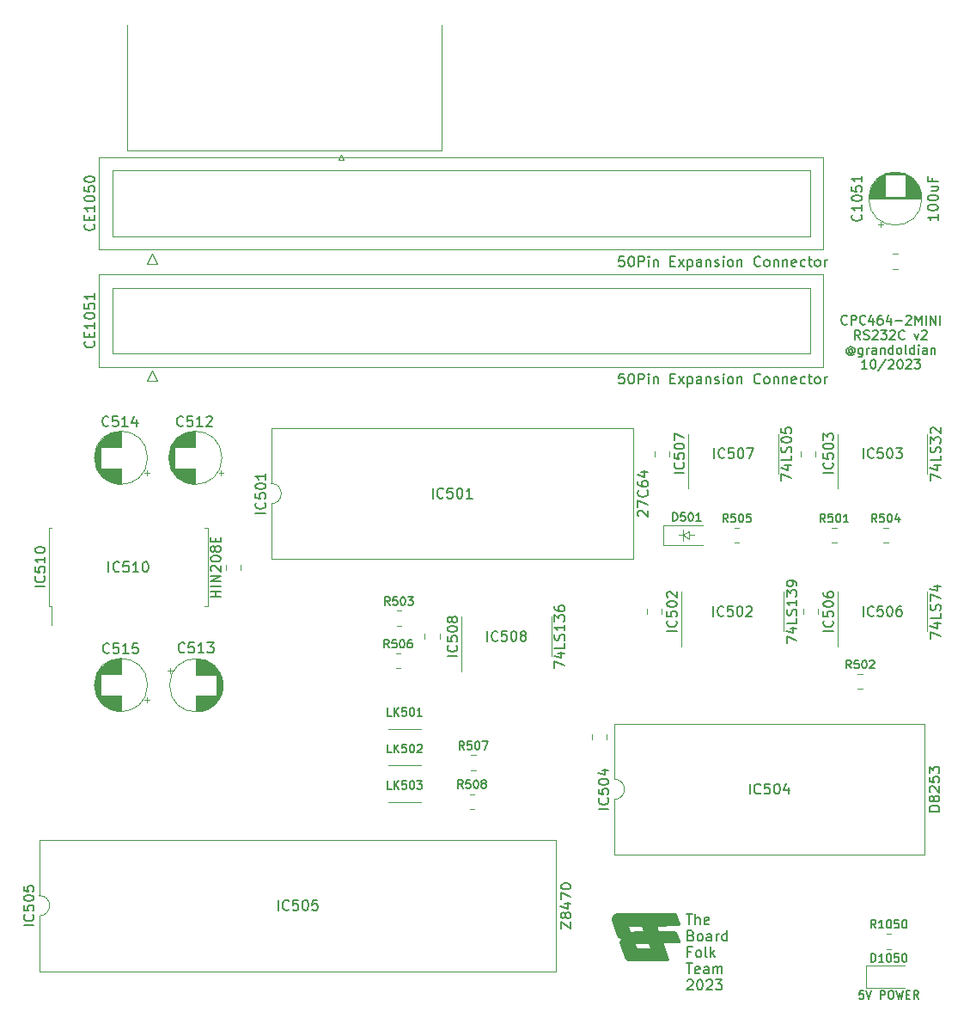
<source format=gbr>
%TF.GenerationSoftware,KiCad,Pcbnew,7.0.7*%
%TF.CreationDate,2023-10-18T23:04:21+01:00*%
%TF.ProjectId,CPC464-2MINIRS232C,43504334-3634-42d3-924d-494e49525332,rev?*%
%TF.SameCoordinates,Original*%
%TF.FileFunction,Legend,Top*%
%TF.FilePolarity,Positive*%
%FSLAX46Y46*%
G04 Gerber Fmt 4.6, Leading zero omitted, Abs format (unit mm)*
G04 Created by KiCad (PCBNEW 7.0.7) date 2023-10-18 23:04:21*
%MOMM*%
%LPD*%
G01*
G04 APERTURE LIST*
%ADD10C,0.150000*%
%ADD11C,0.120000*%
%ADD12C,0.100000*%
G04 APERTURE END LIST*
D10*
X94043922Y-113779819D02*
X94615350Y-113779819D01*
X94329636Y-114779819D02*
X94329636Y-113779819D01*
X94948684Y-114779819D02*
X94948684Y-113779819D01*
X95377255Y-114779819D02*
X95377255Y-114256009D01*
X95377255Y-114256009D02*
X95329636Y-114160771D01*
X95329636Y-114160771D02*
X95234398Y-114113152D01*
X95234398Y-114113152D02*
X95091541Y-114113152D01*
X95091541Y-114113152D02*
X94996303Y-114160771D01*
X94996303Y-114160771D02*
X94948684Y-114208390D01*
X96234398Y-114732200D02*
X96139160Y-114779819D01*
X96139160Y-114779819D02*
X95948684Y-114779819D01*
X95948684Y-114779819D02*
X95853446Y-114732200D01*
X95853446Y-114732200D02*
X95805827Y-114636961D01*
X95805827Y-114636961D02*
X95805827Y-114256009D01*
X95805827Y-114256009D02*
X95853446Y-114160771D01*
X95853446Y-114160771D02*
X95948684Y-114113152D01*
X95948684Y-114113152D02*
X96139160Y-114113152D01*
X96139160Y-114113152D02*
X96234398Y-114160771D01*
X96234398Y-114160771D02*
X96282017Y-114256009D01*
X96282017Y-114256009D02*
X96282017Y-114351247D01*
X96282017Y-114351247D02*
X95805827Y-114446485D01*
X94520112Y-115866009D02*
X94662969Y-115913628D01*
X94662969Y-115913628D02*
X94710588Y-115961247D01*
X94710588Y-115961247D02*
X94758207Y-116056485D01*
X94758207Y-116056485D02*
X94758207Y-116199342D01*
X94758207Y-116199342D02*
X94710588Y-116294580D01*
X94710588Y-116294580D02*
X94662969Y-116342200D01*
X94662969Y-116342200D02*
X94567731Y-116389819D01*
X94567731Y-116389819D02*
X94186779Y-116389819D01*
X94186779Y-116389819D02*
X94186779Y-115389819D01*
X94186779Y-115389819D02*
X94520112Y-115389819D01*
X94520112Y-115389819D02*
X94615350Y-115437438D01*
X94615350Y-115437438D02*
X94662969Y-115485057D01*
X94662969Y-115485057D02*
X94710588Y-115580295D01*
X94710588Y-115580295D02*
X94710588Y-115675533D01*
X94710588Y-115675533D02*
X94662969Y-115770771D01*
X94662969Y-115770771D02*
X94615350Y-115818390D01*
X94615350Y-115818390D02*
X94520112Y-115866009D01*
X94520112Y-115866009D02*
X94186779Y-115866009D01*
X95329636Y-116389819D02*
X95234398Y-116342200D01*
X95234398Y-116342200D02*
X95186779Y-116294580D01*
X95186779Y-116294580D02*
X95139160Y-116199342D01*
X95139160Y-116199342D02*
X95139160Y-115913628D01*
X95139160Y-115913628D02*
X95186779Y-115818390D01*
X95186779Y-115818390D02*
X95234398Y-115770771D01*
X95234398Y-115770771D02*
X95329636Y-115723152D01*
X95329636Y-115723152D02*
X95472493Y-115723152D01*
X95472493Y-115723152D02*
X95567731Y-115770771D01*
X95567731Y-115770771D02*
X95615350Y-115818390D01*
X95615350Y-115818390D02*
X95662969Y-115913628D01*
X95662969Y-115913628D02*
X95662969Y-116199342D01*
X95662969Y-116199342D02*
X95615350Y-116294580D01*
X95615350Y-116294580D02*
X95567731Y-116342200D01*
X95567731Y-116342200D02*
X95472493Y-116389819D01*
X95472493Y-116389819D02*
X95329636Y-116389819D01*
X96520112Y-116389819D02*
X96520112Y-115866009D01*
X96520112Y-115866009D02*
X96472493Y-115770771D01*
X96472493Y-115770771D02*
X96377255Y-115723152D01*
X96377255Y-115723152D02*
X96186779Y-115723152D01*
X96186779Y-115723152D02*
X96091541Y-115770771D01*
X96520112Y-116342200D02*
X96424874Y-116389819D01*
X96424874Y-116389819D02*
X96186779Y-116389819D01*
X96186779Y-116389819D02*
X96091541Y-116342200D01*
X96091541Y-116342200D02*
X96043922Y-116246961D01*
X96043922Y-116246961D02*
X96043922Y-116151723D01*
X96043922Y-116151723D02*
X96091541Y-116056485D01*
X96091541Y-116056485D02*
X96186779Y-116008866D01*
X96186779Y-116008866D02*
X96424874Y-116008866D01*
X96424874Y-116008866D02*
X96520112Y-115961247D01*
X96996303Y-116389819D02*
X96996303Y-115723152D01*
X96996303Y-115913628D02*
X97043922Y-115818390D01*
X97043922Y-115818390D02*
X97091541Y-115770771D01*
X97091541Y-115770771D02*
X97186779Y-115723152D01*
X97186779Y-115723152D02*
X97282017Y-115723152D01*
X98043922Y-116389819D02*
X98043922Y-115389819D01*
X98043922Y-116342200D02*
X97948684Y-116389819D01*
X97948684Y-116389819D02*
X97758208Y-116389819D01*
X97758208Y-116389819D02*
X97662970Y-116342200D01*
X97662970Y-116342200D02*
X97615351Y-116294580D01*
X97615351Y-116294580D02*
X97567732Y-116199342D01*
X97567732Y-116199342D02*
X97567732Y-115913628D01*
X97567732Y-115913628D02*
X97615351Y-115818390D01*
X97615351Y-115818390D02*
X97662970Y-115770771D01*
X97662970Y-115770771D02*
X97758208Y-115723152D01*
X97758208Y-115723152D02*
X97948684Y-115723152D01*
X97948684Y-115723152D02*
X98043922Y-115770771D01*
X94520112Y-117476009D02*
X94186779Y-117476009D01*
X94186779Y-117999819D02*
X94186779Y-116999819D01*
X94186779Y-116999819D02*
X94662969Y-116999819D01*
X95186779Y-117999819D02*
X95091541Y-117952200D01*
X95091541Y-117952200D02*
X95043922Y-117904580D01*
X95043922Y-117904580D02*
X94996303Y-117809342D01*
X94996303Y-117809342D02*
X94996303Y-117523628D01*
X94996303Y-117523628D02*
X95043922Y-117428390D01*
X95043922Y-117428390D02*
X95091541Y-117380771D01*
X95091541Y-117380771D02*
X95186779Y-117333152D01*
X95186779Y-117333152D02*
X95329636Y-117333152D01*
X95329636Y-117333152D02*
X95424874Y-117380771D01*
X95424874Y-117380771D02*
X95472493Y-117428390D01*
X95472493Y-117428390D02*
X95520112Y-117523628D01*
X95520112Y-117523628D02*
X95520112Y-117809342D01*
X95520112Y-117809342D02*
X95472493Y-117904580D01*
X95472493Y-117904580D02*
X95424874Y-117952200D01*
X95424874Y-117952200D02*
X95329636Y-117999819D01*
X95329636Y-117999819D02*
X95186779Y-117999819D01*
X96091541Y-117999819D02*
X95996303Y-117952200D01*
X95996303Y-117952200D02*
X95948684Y-117856961D01*
X95948684Y-117856961D02*
X95948684Y-116999819D01*
X96472494Y-117999819D02*
X96472494Y-116999819D01*
X96567732Y-117618866D02*
X96853446Y-117999819D01*
X96853446Y-117333152D02*
X96472494Y-117714104D01*
X94043922Y-118609819D02*
X94615350Y-118609819D01*
X94329636Y-119609819D02*
X94329636Y-118609819D01*
X95329636Y-119562200D02*
X95234398Y-119609819D01*
X95234398Y-119609819D02*
X95043922Y-119609819D01*
X95043922Y-119609819D02*
X94948684Y-119562200D01*
X94948684Y-119562200D02*
X94901065Y-119466961D01*
X94901065Y-119466961D02*
X94901065Y-119086009D01*
X94901065Y-119086009D02*
X94948684Y-118990771D01*
X94948684Y-118990771D02*
X95043922Y-118943152D01*
X95043922Y-118943152D02*
X95234398Y-118943152D01*
X95234398Y-118943152D02*
X95329636Y-118990771D01*
X95329636Y-118990771D02*
X95377255Y-119086009D01*
X95377255Y-119086009D02*
X95377255Y-119181247D01*
X95377255Y-119181247D02*
X94901065Y-119276485D01*
X96234398Y-119609819D02*
X96234398Y-119086009D01*
X96234398Y-119086009D02*
X96186779Y-118990771D01*
X96186779Y-118990771D02*
X96091541Y-118943152D01*
X96091541Y-118943152D02*
X95901065Y-118943152D01*
X95901065Y-118943152D02*
X95805827Y-118990771D01*
X96234398Y-119562200D02*
X96139160Y-119609819D01*
X96139160Y-119609819D02*
X95901065Y-119609819D01*
X95901065Y-119609819D02*
X95805827Y-119562200D01*
X95805827Y-119562200D02*
X95758208Y-119466961D01*
X95758208Y-119466961D02*
X95758208Y-119371723D01*
X95758208Y-119371723D02*
X95805827Y-119276485D01*
X95805827Y-119276485D02*
X95901065Y-119228866D01*
X95901065Y-119228866D02*
X96139160Y-119228866D01*
X96139160Y-119228866D02*
X96234398Y-119181247D01*
X96710589Y-119609819D02*
X96710589Y-118943152D01*
X96710589Y-119038390D02*
X96758208Y-118990771D01*
X96758208Y-118990771D02*
X96853446Y-118943152D01*
X96853446Y-118943152D02*
X96996303Y-118943152D01*
X96996303Y-118943152D02*
X97091541Y-118990771D01*
X97091541Y-118990771D02*
X97139160Y-119086009D01*
X97139160Y-119086009D02*
X97139160Y-119609819D01*
X97139160Y-119086009D02*
X97186779Y-118990771D01*
X97186779Y-118990771D02*
X97282017Y-118943152D01*
X97282017Y-118943152D02*
X97424874Y-118943152D01*
X97424874Y-118943152D02*
X97520113Y-118990771D01*
X97520113Y-118990771D02*
X97567732Y-119086009D01*
X97567732Y-119086009D02*
X97567732Y-119609819D01*
X94139160Y-120315057D02*
X94186779Y-120267438D01*
X94186779Y-120267438D02*
X94282017Y-120219819D01*
X94282017Y-120219819D02*
X94520112Y-120219819D01*
X94520112Y-120219819D02*
X94615350Y-120267438D01*
X94615350Y-120267438D02*
X94662969Y-120315057D01*
X94662969Y-120315057D02*
X94710588Y-120410295D01*
X94710588Y-120410295D02*
X94710588Y-120505533D01*
X94710588Y-120505533D02*
X94662969Y-120648390D01*
X94662969Y-120648390D02*
X94091541Y-121219819D01*
X94091541Y-121219819D02*
X94710588Y-121219819D01*
X95329636Y-120219819D02*
X95424874Y-120219819D01*
X95424874Y-120219819D02*
X95520112Y-120267438D01*
X95520112Y-120267438D02*
X95567731Y-120315057D01*
X95567731Y-120315057D02*
X95615350Y-120410295D01*
X95615350Y-120410295D02*
X95662969Y-120600771D01*
X95662969Y-120600771D02*
X95662969Y-120838866D01*
X95662969Y-120838866D02*
X95615350Y-121029342D01*
X95615350Y-121029342D02*
X95567731Y-121124580D01*
X95567731Y-121124580D02*
X95520112Y-121172200D01*
X95520112Y-121172200D02*
X95424874Y-121219819D01*
X95424874Y-121219819D02*
X95329636Y-121219819D01*
X95329636Y-121219819D02*
X95234398Y-121172200D01*
X95234398Y-121172200D02*
X95186779Y-121124580D01*
X95186779Y-121124580D02*
X95139160Y-121029342D01*
X95139160Y-121029342D02*
X95091541Y-120838866D01*
X95091541Y-120838866D02*
X95091541Y-120600771D01*
X95091541Y-120600771D02*
X95139160Y-120410295D01*
X95139160Y-120410295D02*
X95186779Y-120315057D01*
X95186779Y-120315057D02*
X95234398Y-120267438D01*
X95234398Y-120267438D02*
X95329636Y-120219819D01*
X96043922Y-120315057D02*
X96091541Y-120267438D01*
X96091541Y-120267438D02*
X96186779Y-120219819D01*
X96186779Y-120219819D02*
X96424874Y-120219819D01*
X96424874Y-120219819D02*
X96520112Y-120267438D01*
X96520112Y-120267438D02*
X96567731Y-120315057D01*
X96567731Y-120315057D02*
X96615350Y-120410295D01*
X96615350Y-120410295D02*
X96615350Y-120505533D01*
X96615350Y-120505533D02*
X96567731Y-120648390D01*
X96567731Y-120648390D02*
X95996303Y-121219819D01*
X95996303Y-121219819D02*
X96615350Y-121219819D01*
X96948684Y-120219819D02*
X97567731Y-120219819D01*
X97567731Y-120219819D02*
X97234398Y-120600771D01*
X97234398Y-120600771D02*
X97377255Y-120600771D01*
X97377255Y-120600771D02*
X97472493Y-120648390D01*
X97472493Y-120648390D02*
X97520112Y-120696009D01*
X97520112Y-120696009D02*
X97567731Y-120791247D01*
X97567731Y-120791247D02*
X97567731Y-121029342D01*
X97567731Y-121029342D02*
X97520112Y-121124580D01*
X97520112Y-121124580D02*
X97472493Y-121172200D01*
X97472493Y-121172200D02*
X97377255Y-121219819D01*
X97377255Y-121219819D02*
X97091541Y-121219819D01*
X97091541Y-121219819D02*
X96996303Y-121172200D01*
X96996303Y-121172200D02*
X96948684Y-121124580D01*
X109892857Y-55624342D02*
X109850000Y-55667200D01*
X109850000Y-55667200D02*
X109721428Y-55710057D01*
X109721428Y-55710057D02*
X109635714Y-55710057D01*
X109635714Y-55710057D02*
X109507143Y-55667200D01*
X109507143Y-55667200D02*
X109421428Y-55581485D01*
X109421428Y-55581485D02*
X109378571Y-55495771D01*
X109378571Y-55495771D02*
X109335714Y-55324342D01*
X109335714Y-55324342D02*
X109335714Y-55195771D01*
X109335714Y-55195771D02*
X109378571Y-55024342D01*
X109378571Y-55024342D02*
X109421428Y-54938628D01*
X109421428Y-54938628D02*
X109507143Y-54852914D01*
X109507143Y-54852914D02*
X109635714Y-54810057D01*
X109635714Y-54810057D02*
X109721428Y-54810057D01*
X109721428Y-54810057D02*
X109850000Y-54852914D01*
X109850000Y-54852914D02*
X109892857Y-54895771D01*
X110278571Y-55710057D02*
X110278571Y-54810057D01*
X110278571Y-54810057D02*
X110621428Y-54810057D01*
X110621428Y-54810057D02*
X110707143Y-54852914D01*
X110707143Y-54852914D02*
X110750000Y-54895771D01*
X110750000Y-54895771D02*
X110792857Y-54981485D01*
X110792857Y-54981485D02*
X110792857Y-55110057D01*
X110792857Y-55110057D02*
X110750000Y-55195771D01*
X110750000Y-55195771D02*
X110707143Y-55238628D01*
X110707143Y-55238628D02*
X110621428Y-55281485D01*
X110621428Y-55281485D02*
X110278571Y-55281485D01*
X111692857Y-55624342D02*
X111650000Y-55667200D01*
X111650000Y-55667200D02*
X111521428Y-55710057D01*
X111521428Y-55710057D02*
X111435714Y-55710057D01*
X111435714Y-55710057D02*
X111307143Y-55667200D01*
X111307143Y-55667200D02*
X111221428Y-55581485D01*
X111221428Y-55581485D02*
X111178571Y-55495771D01*
X111178571Y-55495771D02*
X111135714Y-55324342D01*
X111135714Y-55324342D02*
X111135714Y-55195771D01*
X111135714Y-55195771D02*
X111178571Y-55024342D01*
X111178571Y-55024342D02*
X111221428Y-54938628D01*
X111221428Y-54938628D02*
X111307143Y-54852914D01*
X111307143Y-54852914D02*
X111435714Y-54810057D01*
X111435714Y-54810057D02*
X111521428Y-54810057D01*
X111521428Y-54810057D02*
X111650000Y-54852914D01*
X111650000Y-54852914D02*
X111692857Y-54895771D01*
X112464286Y-55110057D02*
X112464286Y-55710057D01*
X112250000Y-54767200D02*
X112035714Y-55410057D01*
X112035714Y-55410057D02*
X112592857Y-55410057D01*
X113321429Y-54810057D02*
X113150000Y-54810057D01*
X113150000Y-54810057D02*
X113064286Y-54852914D01*
X113064286Y-54852914D02*
X113021429Y-54895771D01*
X113021429Y-54895771D02*
X112935714Y-55024342D01*
X112935714Y-55024342D02*
X112892857Y-55195771D01*
X112892857Y-55195771D02*
X112892857Y-55538628D01*
X112892857Y-55538628D02*
X112935714Y-55624342D01*
X112935714Y-55624342D02*
X112978571Y-55667200D01*
X112978571Y-55667200D02*
X113064286Y-55710057D01*
X113064286Y-55710057D02*
X113235714Y-55710057D01*
X113235714Y-55710057D02*
X113321429Y-55667200D01*
X113321429Y-55667200D02*
X113364286Y-55624342D01*
X113364286Y-55624342D02*
X113407143Y-55538628D01*
X113407143Y-55538628D02*
X113407143Y-55324342D01*
X113407143Y-55324342D02*
X113364286Y-55238628D01*
X113364286Y-55238628D02*
X113321429Y-55195771D01*
X113321429Y-55195771D02*
X113235714Y-55152914D01*
X113235714Y-55152914D02*
X113064286Y-55152914D01*
X113064286Y-55152914D02*
X112978571Y-55195771D01*
X112978571Y-55195771D02*
X112935714Y-55238628D01*
X112935714Y-55238628D02*
X112892857Y-55324342D01*
X114178572Y-55110057D02*
X114178572Y-55710057D01*
X113964286Y-54767200D02*
X113750000Y-55410057D01*
X113750000Y-55410057D02*
X114307143Y-55410057D01*
X114650000Y-55367200D02*
X115335715Y-55367200D01*
X115721429Y-54895771D02*
X115764286Y-54852914D01*
X115764286Y-54852914D02*
X115850001Y-54810057D01*
X115850001Y-54810057D02*
X116064286Y-54810057D01*
X116064286Y-54810057D02*
X116150001Y-54852914D01*
X116150001Y-54852914D02*
X116192858Y-54895771D01*
X116192858Y-54895771D02*
X116235715Y-54981485D01*
X116235715Y-54981485D02*
X116235715Y-55067200D01*
X116235715Y-55067200D02*
X116192858Y-55195771D01*
X116192858Y-55195771D02*
X115678572Y-55710057D01*
X115678572Y-55710057D02*
X116235715Y-55710057D01*
X116621429Y-55710057D02*
X116621429Y-54810057D01*
X116621429Y-54810057D02*
X116921429Y-55452914D01*
X116921429Y-55452914D02*
X117221429Y-54810057D01*
X117221429Y-54810057D02*
X117221429Y-55710057D01*
X117650000Y-55710057D02*
X117650000Y-54810057D01*
X118078571Y-55710057D02*
X118078571Y-54810057D01*
X118078571Y-54810057D02*
X118592857Y-55710057D01*
X118592857Y-55710057D02*
X118592857Y-54810057D01*
X119021428Y-55710057D02*
X119021428Y-54810057D01*
X111200000Y-57159057D02*
X110900000Y-56730485D01*
X110685714Y-57159057D02*
X110685714Y-56259057D01*
X110685714Y-56259057D02*
X111028571Y-56259057D01*
X111028571Y-56259057D02*
X111114286Y-56301914D01*
X111114286Y-56301914D02*
X111157143Y-56344771D01*
X111157143Y-56344771D02*
X111200000Y-56430485D01*
X111200000Y-56430485D02*
X111200000Y-56559057D01*
X111200000Y-56559057D02*
X111157143Y-56644771D01*
X111157143Y-56644771D02*
X111114286Y-56687628D01*
X111114286Y-56687628D02*
X111028571Y-56730485D01*
X111028571Y-56730485D02*
X110685714Y-56730485D01*
X111542857Y-57116200D02*
X111671429Y-57159057D01*
X111671429Y-57159057D02*
X111885714Y-57159057D01*
X111885714Y-57159057D02*
X111971429Y-57116200D01*
X111971429Y-57116200D02*
X112014286Y-57073342D01*
X112014286Y-57073342D02*
X112057143Y-56987628D01*
X112057143Y-56987628D02*
X112057143Y-56901914D01*
X112057143Y-56901914D02*
X112014286Y-56816200D01*
X112014286Y-56816200D02*
X111971429Y-56773342D01*
X111971429Y-56773342D02*
X111885714Y-56730485D01*
X111885714Y-56730485D02*
X111714286Y-56687628D01*
X111714286Y-56687628D02*
X111628571Y-56644771D01*
X111628571Y-56644771D02*
X111585714Y-56601914D01*
X111585714Y-56601914D02*
X111542857Y-56516200D01*
X111542857Y-56516200D02*
X111542857Y-56430485D01*
X111542857Y-56430485D02*
X111585714Y-56344771D01*
X111585714Y-56344771D02*
X111628571Y-56301914D01*
X111628571Y-56301914D02*
X111714286Y-56259057D01*
X111714286Y-56259057D02*
X111928571Y-56259057D01*
X111928571Y-56259057D02*
X112057143Y-56301914D01*
X112400000Y-56344771D02*
X112442857Y-56301914D01*
X112442857Y-56301914D02*
X112528572Y-56259057D01*
X112528572Y-56259057D02*
X112742857Y-56259057D01*
X112742857Y-56259057D02*
X112828572Y-56301914D01*
X112828572Y-56301914D02*
X112871429Y-56344771D01*
X112871429Y-56344771D02*
X112914286Y-56430485D01*
X112914286Y-56430485D02*
X112914286Y-56516200D01*
X112914286Y-56516200D02*
X112871429Y-56644771D01*
X112871429Y-56644771D02*
X112357143Y-57159057D01*
X112357143Y-57159057D02*
X112914286Y-57159057D01*
X113214286Y-56259057D02*
X113771429Y-56259057D01*
X113771429Y-56259057D02*
X113471429Y-56601914D01*
X113471429Y-56601914D02*
X113600000Y-56601914D01*
X113600000Y-56601914D02*
X113685715Y-56644771D01*
X113685715Y-56644771D02*
X113728572Y-56687628D01*
X113728572Y-56687628D02*
X113771429Y-56773342D01*
X113771429Y-56773342D02*
X113771429Y-56987628D01*
X113771429Y-56987628D02*
X113728572Y-57073342D01*
X113728572Y-57073342D02*
X113685715Y-57116200D01*
X113685715Y-57116200D02*
X113600000Y-57159057D01*
X113600000Y-57159057D02*
X113342857Y-57159057D01*
X113342857Y-57159057D02*
X113257143Y-57116200D01*
X113257143Y-57116200D02*
X113214286Y-57073342D01*
X114114286Y-56344771D02*
X114157143Y-56301914D01*
X114157143Y-56301914D02*
X114242858Y-56259057D01*
X114242858Y-56259057D02*
X114457143Y-56259057D01*
X114457143Y-56259057D02*
X114542858Y-56301914D01*
X114542858Y-56301914D02*
X114585715Y-56344771D01*
X114585715Y-56344771D02*
X114628572Y-56430485D01*
X114628572Y-56430485D02*
X114628572Y-56516200D01*
X114628572Y-56516200D02*
X114585715Y-56644771D01*
X114585715Y-56644771D02*
X114071429Y-57159057D01*
X114071429Y-57159057D02*
X114628572Y-57159057D01*
X115528572Y-57073342D02*
X115485715Y-57116200D01*
X115485715Y-57116200D02*
X115357143Y-57159057D01*
X115357143Y-57159057D02*
X115271429Y-57159057D01*
X115271429Y-57159057D02*
X115142858Y-57116200D01*
X115142858Y-57116200D02*
X115057143Y-57030485D01*
X115057143Y-57030485D02*
X115014286Y-56944771D01*
X115014286Y-56944771D02*
X114971429Y-56773342D01*
X114971429Y-56773342D02*
X114971429Y-56644771D01*
X114971429Y-56644771D02*
X115014286Y-56473342D01*
X115014286Y-56473342D02*
X115057143Y-56387628D01*
X115057143Y-56387628D02*
X115142858Y-56301914D01*
X115142858Y-56301914D02*
X115271429Y-56259057D01*
X115271429Y-56259057D02*
X115357143Y-56259057D01*
X115357143Y-56259057D02*
X115485715Y-56301914D01*
X115485715Y-56301914D02*
X115528572Y-56344771D01*
X116514286Y-56559057D02*
X116728572Y-57159057D01*
X116728572Y-57159057D02*
X116942857Y-56559057D01*
X117242857Y-56344771D02*
X117285714Y-56301914D01*
X117285714Y-56301914D02*
X117371429Y-56259057D01*
X117371429Y-56259057D02*
X117585714Y-56259057D01*
X117585714Y-56259057D02*
X117671429Y-56301914D01*
X117671429Y-56301914D02*
X117714286Y-56344771D01*
X117714286Y-56344771D02*
X117757143Y-56430485D01*
X117757143Y-56430485D02*
X117757143Y-56516200D01*
X117757143Y-56516200D02*
X117714286Y-56644771D01*
X117714286Y-56644771D02*
X117200000Y-57159057D01*
X117200000Y-57159057D02*
X117757143Y-57159057D01*
X110407141Y-58179485D02*
X110364284Y-58136628D01*
X110364284Y-58136628D02*
X110278570Y-58093771D01*
X110278570Y-58093771D02*
X110192855Y-58093771D01*
X110192855Y-58093771D02*
X110107141Y-58136628D01*
X110107141Y-58136628D02*
X110064284Y-58179485D01*
X110064284Y-58179485D02*
X110021427Y-58265200D01*
X110021427Y-58265200D02*
X110021427Y-58350914D01*
X110021427Y-58350914D02*
X110064284Y-58436628D01*
X110064284Y-58436628D02*
X110107141Y-58479485D01*
X110107141Y-58479485D02*
X110192855Y-58522342D01*
X110192855Y-58522342D02*
X110278570Y-58522342D01*
X110278570Y-58522342D02*
X110364284Y-58479485D01*
X110364284Y-58479485D02*
X110407141Y-58436628D01*
X110407141Y-58093771D02*
X110407141Y-58436628D01*
X110407141Y-58436628D02*
X110449998Y-58479485D01*
X110449998Y-58479485D02*
X110492855Y-58479485D01*
X110492855Y-58479485D02*
X110578570Y-58436628D01*
X110578570Y-58436628D02*
X110621427Y-58350914D01*
X110621427Y-58350914D02*
X110621427Y-58136628D01*
X110621427Y-58136628D02*
X110535713Y-58008057D01*
X110535713Y-58008057D02*
X110407141Y-57922342D01*
X110407141Y-57922342D02*
X110235713Y-57879485D01*
X110235713Y-57879485D02*
X110064284Y-57922342D01*
X110064284Y-57922342D02*
X109935713Y-58008057D01*
X109935713Y-58008057D02*
X109849998Y-58136628D01*
X109849998Y-58136628D02*
X109807141Y-58308057D01*
X109807141Y-58308057D02*
X109849998Y-58479485D01*
X109849998Y-58479485D02*
X109935713Y-58608057D01*
X109935713Y-58608057D02*
X110064284Y-58693771D01*
X110064284Y-58693771D02*
X110235713Y-58736628D01*
X110235713Y-58736628D02*
X110407141Y-58693771D01*
X110407141Y-58693771D02*
X110535713Y-58608057D01*
X111392856Y-58008057D02*
X111392856Y-58736628D01*
X111392856Y-58736628D02*
X111349998Y-58822342D01*
X111349998Y-58822342D02*
X111307141Y-58865200D01*
X111307141Y-58865200D02*
X111221427Y-58908057D01*
X111221427Y-58908057D02*
X111092856Y-58908057D01*
X111092856Y-58908057D02*
X111007141Y-58865200D01*
X111392856Y-58565200D02*
X111307141Y-58608057D01*
X111307141Y-58608057D02*
X111135713Y-58608057D01*
X111135713Y-58608057D02*
X111049998Y-58565200D01*
X111049998Y-58565200D02*
X111007141Y-58522342D01*
X111007141Y-58522342D02*
X110964284Y-58436628D01*
X110964284Y-58436628D02*
X110964284Y-58179485D01*
X110964284Y-58179485D02*
X111007141Y-58093771D01*
X111007141Y-58093771D02*
X111049998Y-58050914D01*
X111049998Y-58050914D02*
X111135713Y-58008057D01*
X111135713Y-58008057D02*
X111307141Y-58008057D01*
X111307141Y-58008057D02*
X111392856Y-58050914D01*
X111821427Y-58608057D02*
X111821427Y-58008057D01*
X111821427Y-58179485D02*
X111864284Y-58093771D01*
X111864284Y-58093771D02*
X111907142Y-58050914D01*
X111907142Y-58050914D02*
X111992856Y-58008057D01*
X111992856Y-58008057D02*
X112078570Y-58008057D01*
X112764285Y-58608057D02*
X112764285Y-58136628D01*
X112764285Y-58136628D02*
X112721427Y-58050914D01*
X112721427Y-58050914D02*
X112635713Y-58008057D01*
X112635713Y-58008057D02*
X112464285Y-58008057D01*
X112464285Y-58008057D02*
X112378570Y-58050914D01*
X112764285Y-58565200D02*
X112678570Y-58608057D01*
X112678570Y-58608057D02*
X112464285Y-58608057D01*
X112464285Y-58608057D02*
X112378570Y-58565200D01*
X112378570Y-58565200D02*
X112335713Y-58479485D01*
X112335713Y-58479485D02*
X112335713Y-58393771D01*
X112335713Y-58393771D02*
X112378570Y-58308057D01*
X112378570Y-58308057D02*
X112464285Y-58265200D01*
X112464285Y-58265200D02*
X112678570Y-58265200D01*
X112678570Y-58265200D02*
X112764285Y-58222342D01*
X113192856Y-58008057D02*
X113192856Y-58608057D01*
X113192856Y-58093771D02*
X113235713Y-58050914D01*
X113235713Y-58050914D02*
X113321428Y-58008057D01*
X113321428Y-58008057D02*
X113449999Y-58008057D01*
X113449999Y-58008057D02*
X113535713Y-58050914D01*
X113535713Y-58050914D02*
X113578571Y-58136628D01*
X113578571Y-58136628D02*
X113578571Y-58608057D01*
X114392857Y-58608057D02*
X114392857Y-57708057D01*
X114392857Y-58565200D02*
X114307142Y-58608057D01*
X114307142Y-58608057D02*
X114135714Y-58608057D01*
X114135714Y-58608057D02*
X114049999Y-58565200D01*
X114049999Y-58565200D02*
X114007142Y-58522342D01*
X114007142Y-58522342D02*
X113964285Y-58436628D01*
X113964285Y-58436628D02*
X113964285Y-58179485D01*
X113964285Y-58179485D02*
X114007142Y-58093771D01*
X114007142Y-58093771D02*
X114049999Y-58050914D01*
X114049999Y-58050914D02*
X114135714Y-58008057D01*
X114135714Y-58008057D02*
X114307142Y-58008057D01*
X114307142Y-58008057D02*
X114392857Y-58050914D01*
X114950000Y-58608057D02*
X114864285Y-58565200D01*
X114864285Y-58565200D02*
X114821428Y-58522342D01*
X114821428Y-58522342D02*
X114778571Y-58436628D01*
X114778571Y-58436628D02*
X114778571Y-58179485D01*
X114778571Y-58179485D02*
X114821428Y-58093771D01*
X114821428Y-58093771D02*
X114864285Y-58050914D01*
X114864285Y-58050914D02*
X114950000Y-58008057D01*
X114950000Y-58008057D02*
X115078571Y-58008057D01*
X115078571Y-58008057D02*
X115164285Y-58050914D01*
X115164285Y-58050914D02*
X115207143Y-58093771D01*
X115207143Y-58093771D02*
X115250000Y-58179485D01*
X115250000Y-58179485D02*
X115250000Y-58436628D01*
X115250000Y-58436628D02*
X115207143Y-58522342D01*
X115207143Y-58522342D02*
X115164285Y-58565200D01*
X115164285Y-58565200D02*
X115078571Y-58608057D01*
X115078571Y-58608057D02*
X114950000Y-58608057D01*
X115764286Y-58608057D02*
X115678571Y-58565200D01*
X115678571Y-58565200D02*
X115635714Y-58479485D01*
X115635714Y-58479485D02*
X115635714Y-57708057D01*
X116492858Y-58608057D02*
X116492858Y-57708057D01*
X116492858Y-58565200D02*
X116407143Y-58608057D01*
X116407143Y-58608057D02*
X116235715Y-58608057D01*
X116235715Y-58608057D02*
X116150000Y-58565200D01*
X116150000Y-58565200D02*
X116107143Y-58522342D01*
X116107143Y-58522342D02*
X116064286Y-58436628D01*
X116064286Y-58436628D02*
X116064286Y-58179485D01*
X116064286Y-58179485D02*
X116107143Y-58093771D01*
X116107143Y-58093771D02*
X116150000Y-58050914D01*
X116150000Y-58050914D02*
X116235715Y-58008057D01*
X116235715Y-58008057D02*
X116407143Y-58008057D01*
X116407143Y-58008057D02*
X116492858Y-58050914D01*
X116921429Y-58608057D02*
X116921429Y-58008057D01*
X116921429Y-57708057D02*
X116878572Y-57750914D01*
X116878572Y-57750914D02*
X116921429Y-57793771D01*
X116921429Y-57793771D02*
X116964286Y-57750914D01*
X116964286Y-57750914D02*
X116921429Y-57708057D01*
X116921429Y-57708057D02*
X116921429Y-57793771D01*
X117735715Y-58608057D02*
X117735715Y-58136628D01*
X117735715Y-58136628D02*
X117692857Y-58050914D01*
X117692857Y-58050914D02*
X117607143Y-58008057D01*
X117607143Y-58008057D02*
X117435715Y-58008057D01*
X117435715Y-58008057D02*
X117350000Y-58050914D01*
X117735715Y-58565200D02*
X117650000Y-58608057D01*
X117650000Y-58608057D02*
X117435715Y-58608057D01*
X117435715Y-58608057D02*
X117350000Y-58565200D01*
X117350000Y-58565200D02*
X117307143Y-58479485D01*
X117307143Y-58479485D02*
X117307143Y-58393771D01*
X117307143Y-58393771D02*
X117350000Y-58308057D01*
X117350000Y-58308057D02*
X117435715Y-58265200D01*
X117435715Y-58265200D02*
X117650000Y-58265200D01*
X117650000Y-58265200D02*
X117735715Y-58222342D01*
X118164286Y-58008057D02*
X118164286Y-58608057D01*
X118164286Y-58093771D02*
X118207143Y-58050914D01*
X118207143Y-58050914D02*
X118292858Y-58008057D01*
X118292858Y-58008057D02*
X118421429Y-58008057D01*
X118421429Y-58008057D02*
X118507143Y-58050914D01*
X118507143Y-58050914D02*
X118550001Y-58136628D01*
X118550001Y-58136628D02*
X118550001Y-58608057D01*
X111842857Y-60057057D02*
X111328571Y-60057057D01*
X111585714Y-60057057D02*
X111585714Y-59157057D01*
X111585714Y-59157057D02*
X111500000Y-59285628D01*
X111500000Y-59285628D02*
X111414285Y-59371342D01*
X111414285Y-59371342D02*
X111328571Y-59414200D01*
X112400000Y-59157057D02*
X112485714Y-59157057D01*
X112485714Y-59157057D02*
X112571428Y-59199914D01*
X112571428Y-59199914D02*
X112614286Y-59242771D01*
X112614286Y-59242771D02*
X112657143Y-59328485D01*
X112657143Y-59328485D02*
X112700000Y-59499914D01*
X112700000Y-59499914D02*
X112700000Y-59714200D01*
X112700000Y-59714200D02*
X112657143Y-59885628D01*
X112657143Y-59885628D02*
X112614286Y-59971342D01*
X112614286Y-59971342D02*
X112571428Y-60014200D01*
X112571428Y-60014200D02*
X112485714Y-60057057D01*
X112485714Y-60057057D02*
X112400000Y-60057057D01*
X112400000Y-60057057D02*
X112314286Y-60014200D01*
X112314286Y-60014200D02*
X112271428Y-59971342D01*
X112271428Y-59971342D02*
X112228571Y-59885628D01*
X112228571Y-59885628D02*
X112185714Y-59714200D01*
X112185714Y-59714200D02*
X112185714Y-59499914D01*
X112185714Y-59499914D02*
X112228571Y-59328485D01*
X112228571Y-59328485D02*
X112271428Y-59242771D01*
X112271428Y-59242771D02*
X112314286Y-59199914D01*
X112314286Y-59199914D02*
X112400000Y-59157057D01*
X113728571Y-59114200D02*
X112957143Y-60271342D01*
X113985714Y-59242771D02*
X114028571Y-59199914D01*
X114028571Y-59199914D02*
X114114286Y-59157057D01*
X114114286Y-59157057D02*
X114328571Y-59157057D01*
X114328571Y-59157057D02*
X114414286Y-59199914D01*
X114414286Y-59199914D02*
X114457143Y-59242771D01*
X114457143Y-59242771D02*
X114500000Y-59328485D01*
X114500000Y-59328485D02*
X114500000Y-59414200D01*
X114500000Y-59414200D02*
X114457143Y-59542771D01*
X114457143Y-59542771D02*
X113942857Y-60057057D01*
X113942857Y-60057057D02*
X114500000Y-60057057D01*
X115057143Y-59157057D02*
X115142857Y-59157057D01*
X115142857Y-59157057D02*
X115228571Y-59199914D01*
X115228571Y-59199914D02*
X115271429Y-59242771D01*
X115271429Y-59242771D02*
X115314286Y-59328485D01*
X115314286Y-59328485D02*
X115357143Y-59499914D01*
X115357143Y-59499914D02*
X115357143Y-59714200D01*
X115357143Y-59714200D02*
X115314286Y-59885628D01*
X115314286Y-59885628D02*
X115271429Y-59971342D01*
X115271429Y-59971342D02*
X115228571Y-60014200D01*
X115228571Y-60014200D02*
X115142857Y-60057057D01*
X115142857Y-60057057D02*
X115057143Y-60057057D01*
X115057143Y-60057057D02*
X114971429Y-60014200D01*
X114971429Y-60014200D02*
X114928571Y-59971342D01*
X114928571Y-59971342D02*
X114885714Y-59885628D01*
X114885714Y-59885628D02*
X114842857Y-59714200D01*
X114842857Y-59714200D02*
X114842857Y-59499914D01*
X114842857Y-59499914D02*
X114885714Y-59328485D01*
X114885714Y-59328485D02*
X114928571Y-59242771D01*
X114928571Y-59242771D02*
X114971429Y-59199914D01*
X114971429Y-59199914D02*
X115057143Y-59157057D01*
X115700000Y-59242771D02*
X115742857Y-59199914D01*
X115742857Y-59199914D02*
X115828572Y-59157057D01*
X115828572Y-59157057D02*
X116042857Y-59157057D01*
X116042857Y-59157057D02*
X116128572Y-59199914D01*
X116128572Y-59199914D02*
X116171429Y-59242771D01*
X116171429Y-59242771D02*
X116214286Y-59328485D01*
X116214286Y-59328485D02*
X116214286Y-59414200D01*
X116214286Y-59414200D02*
X116171429Y-59542771D01*
X116171429Y-59542771D02*
X115657143Y-60057057D01*
X115657143Y-60057057D02*
X116214286Y-60057057D01*
X116514286Y-59157057D02*
X117071429Y-59157057D01*
X117071429Y-59157057D02*
X116771429Y-59499914D01*
X116771429Y-59499914D02*
X116900000Y-59499914D01*
X116900000Y-59499914D02*
X116985715Y-59542771D01*
X116985715Y-59542771D02*
X117028572Y-59585628D01*
X117028572Y-59585628D02*
X117071429Y-59671342D01*
X117071429Y-59671342D02*
X117071429Y-59885628D01*
X117071429Y-59885628D02*
X117028572Y-59971342D01*
X117028572Y-59971342D02*
X116985715Y-60014200D01*
X116985715Y-60014200D02*
X116900000Y-60057057D01*
X116900000Y-60057057D02*
X116642857Y-60057057D01*
X116642857Y-60057057D02*
X116557143Y-60014200D01*
X116557143Y-60014200D02*
X116514286Y-59971342D01*
X72029762Y-101362295D02*
X71763095Y-100981342D01*
X71572619Y-101362295D02*
X71572619Y-100562295D01*
X71572619Y-100562295D02*
X71877381Y-100562295D01*
X71877381Y-100562295D02*
X71953571Y-100600390D01*
X71953571Y-100600390D02*
X71991666Y-100638485D01*
X71991666Y-100638485D02*
X72029762Y-100714676D01*
X72029762Y-100714676D02*
X72029762Y-100828961D01*
X72029762Y-100828961D02*
X71991666Y-100905152D01*
X71991666Y-100905152D02*
X71953571Y-100943247D01*
X71953571Y-100943247D02*
X71877381Y-100981342D01*
X71877381Y-100981342D02*
X71572619Y-100981342D01*
X72753571Y-100562295D02*
X72372619Y-100562295D01*
X72372619Y-100562295D02*
X72334523Y-100943247D01*
X72334523Y-100943247D02*
X72372619Y-100905152D01*
X72372619Y-100905152D02*
X72448809Y-100867057D01*
X72448809Y-100867057D02*
X72639285Y-100867057D01*
X72639285Y-100867057D02*
X72715476Y-100905152D01*
X72715476Y-100905152D02*
X72753571Y-100943247D01*
X72753571Y-100943247D02*
X72791666Y-101019438D01*
X72791666Y-101019438D02*
X72791666Y-101209914D01*
X72791666Y-101209914D02*
X72753571Y-101286104D01*
X72753571Y-101286104D02*
X72715476Y-101324200D01*
X72715476Y-101324200D02*
X72639285Y-101362295D01*
X72639285Y-101362295D02*
X72448809Y-101362295D01*
X72448809Y-101362295D02*
X72372619Y-101324200D01*
X72372619Y-101324200D02*
X72334523Y-101286104D01*
X73286905Y-100562295D02*
X73363095Y-100562295D01*
X73363095Y-100562295D02*
X73439286Y-100600390D01*
X73439286Y-100600390D02*
X73477381Y-100638485D01*
X73477381Y-100638485D02*
X73515476Y-100714676D01*
X73515476Y-100714676D02*
X73553571Y-100867057D01*
X73553571Y-100867057D02*
X73553571Y-101057533D01*
X73553571Y-101057533D02*
X73515476Y-101209914D01*
X73515476Y-101209914D02*
X73477381Y-101286104D01*
X73477381Y-101286104D02*
X73439286Y-101324200D01*
X73439286Y-101324200D02*
X73363095Y-101362295D01*
X73363095Y-101362295D02*
X73286905Y-101362295D01*
X73286905Y-101362295D02*
X73210714Y-101324200D01*
X73210714Y-101324200D02*
X73172619Y-101286104D01*
X73172619Y-101286104D02*
X73134524Y-101209914D01*
X73134524Y-101209914D02*
X73096428Y-101057533D01*
X73096428Y-101057533D02*
X73096428Y-100867057D01*
X73096428Y-100867057D02*
X73134524Y-100714676D01*
X73134524Y-100714676D02*
X73172619Y-100638485D01*
X73172619Y-100638485D02*
X73210714Y-100600390D01*
X73210714Y-100600390D02*
X73286905Y-100562295D01*
X74010714Y-100905152D02*
X73934524Y-100867057D01*
X73934524Y-100867057D02*
X73896429Y-100828961D01*
X73896429Y-100828961D02*
X73858333Y-100752771D01*
X73858333Y-100752771D02*
X73858333Y-100714676D01*
X73858333Y-100714676D02*
X73896429Y-100638485D01*
X73896429Y-100638485D02*
X73934524Y-100600390D01*
X73934524Y-100600390D02*
X74010714Y-100562295D01*
X74010714Y-100562295D02*
X74163095Y-100562295D01*
X74163095Y-100562295D02*
X74239286Y-100600390D01*
X74239286Y-100600390D02*
X74277381Y-100638485D01*
X74277381Y-100638485D02*
X74315476Y-100714676D01*
X74315476Y-100714676D02*
X74315476Y-100752771D01*
X74315476Y-100752771D02*
X74277381Y-100828961D01*
X74277381Y-100828961D02*
X74239286Y-100867057D01*
X74239286Y-100867057D02*
X74163095Y-100905152D01*
X74163095Y-100905152D02*
X74010714Y-100905152D01*
X74010714Y-100905152D02*
X73934524Y-100943247D01*
X73934524Y-100943247D02*
X73896429Y-100981342D01*
X73896429Y-100981342D02*
X73858333Y-101057533D01*
X73858333Y-101057533D02*
X73858333Y-101209914D01*
X73858333Y-101209914D02*
X73896429Y-101286104D01*
X73896429Y-101286104D02*
X73934524Y-101324200D01*
X73934524Y-101324200D02*
X74010714Y-101362295D01*
X74010714Y-101362295D02*
X74163095Y-101362295D01*
X74163095Y-101362295D02*
X74239286Y-101324200D01*
X74239286Y-101324200D02*
X74277381Y-101286104D01*
X74277381Y-101286104D02*
X74315476Y-101209914D01*
X74315476Y-101209914D02*
X74315476Y-101057533D01*
X74315476Y-101057533D02*
X74277381Y-100981342D01*
X74277381Y-100981342D02*
X74239286Y-100943247D01*
X74239286Y-100943247D02*
X74163095Y-100905152D01*
X35639580Y-45817619D02*
X35687200Y-45865238D01*
X35687200Y-45865238D02*
X35734819Y-46008095D01*
X35734819Y-46008095D02*
X35734819Y-46103333D01*
X35734819Y-46103333D02*
X35687200Y-46246190D01*
X35687200Y-46246190D02*
X35591961Y-46341428D01*
X35591961Y-46341428D02*
X35496723Y-46389047D01*
X35496723Y-46389047D02*
X35306247Y-46436666D01*
X35306247Y-46436666D02*
X35163390Y-46436666D01*
X35163390Y-46436666D02*
X34972914Y-46389047D01*
X34972914Y-46389047D02*
X34877676Y-46341428D01*
X34877676Y-46341428D02*
X34782438Y-46246190D01*
X34782438Y-46246190D02*
X34734819Y-46103333D01*
X34734819Y-46103333D02*
X34734819Y-46008095D01*
X34734819Y-46008095D02*
X34782438Y-45865238D01*
X34782438Y-45865238D02*
X34830057Y-45817619D01*
X35211009Y-45389047D02*
X35211009Y-45055714D01*
X35734819Y-44912857D02*
X35734819Y-45389047D01*
X35734819Y-45389047D02*
X34734819Y-45389047D01*
X34734819Y-45389047D02*
X34734819Y-44912857D01*
X35734819Y-43960476D02*
X35734819Y-44531904D01*
X35734819Y-44246190D02*
X34734819Y-44246190D01*
X34734819Y-44246190D02*
X34877676Y-44341428D01*
X34877676Y-44341428D02*
X34972914Y-44436666D01*
X34972914Y-44436666D02*
X35020533Y-44531904D01*
X34734819Y-43341428D02*
X34734819Y-43246190D01*
X34734819Y-43246190D02*
X34782438Y-43150952D01*
X34782438Y-43150952D02*
X34830057Y-43103333D01*
X34830057Y-43103333D02*
X34925295Y-43055714D01*
X34925295Y-43055714D02*
X35115771Y-43008095D01*
X35115771Y-43008095D02*
X35353866Y-43008095D01*
X35353866Y-43008095D02*
X35544342Y-43055714D01*
X35544342Y-43055714D02*
X35639580Y-43103333D01*
X35639580Y-43103333D02*
X35687200Y-43150952D01*
X35687200Y-43150952D02*
X35734819Y-43246190D01*
X35734819Y-43246190D02*
X35734819Y-43341428D01*
X35734819Y-43341428D02*
X35687200Y-43436666D01*
X35687200Y-43436666D02*
X35639580Y-43484285D01*
X35639580Y-43484285D02*
X35544342Y-43531904D01*
X35544342Y-43531904D02*
X35353866Y-43579523D01*
X35353866Y-43579523D02*
X35115771Y-43579523D01*
X35115771Y-43579523D02*
X34925295Y-43531904D01*
X34925295Y-43531904D02*
X34830057Y-43484285D01*
X34830057Y-43484285D02*
X34782438Y-43436666D01*
X34782438Y-43436666D02*
X34734819Y-43341428D01*
X34734819Y-42103333D02*
X34734819Y-42579523D01*
X34734819Y-42579523D02*
X35211009Y-42627142D01*
X35211009Y-42627142D02*
X35163390Y-42579523D01*
X35163390Y-42579523D02*
X35115771Y-42484285D01*
X35115771Y-42484285D02*
X35115771Y-42246190D01*
X35115771Y-42246190D02*
X35163390Y-42150952D01*
X35163390Y-42150952D02*
X35211009Y-42103333D01*
X35211009Y-42103333D02*
X35306247Y-42055714D01*
X35306247Y-42055714D02*
X35544342Y-42055714D01*
X35544342Y-42055714D02*
X35639580Y-42103333D01*
X35639580Y-42103333D02*
X35687200Y-42150952D01*
X35687200Y-42150952D02*
X35734819Y-42246190D01*
X35734819Y-42246190D02*
X35734819Y-42484285D01*
X35734819Y-42484285D02*
X35687200Y-42579523D01*
X35687200Y-42579523D02*
X35639580Y-42627142D01*
X34734819Y-41436666D02*
X34734819Y-41341428D01*
X34734819Y-41341428D02*
X34782438Y-41246190D01*
X34782438Y-41246190D02*
X34830057Y-41198571D01*
X34830057Y-41198571D02*
X34925295Y-41150952D01*
X34925295Y-41150952D02*
X35115771Y-41103333D01*
X35115771Y-41103333D02*
X35353866Y-41103333D01*
X35353866Y-41103333D02*
X35544342Y-41150952D01*
X35544342Y-41150952D02*
X35639580Y-41198571D01*
X35639580Y-41198571D02*
X35687200Y-41246190D01*
X35687200Y-41246190D02*
X35734819Y-41341428D01*
X35734819Y-41341428D02*
X35734819Y-41436666D01*
X35734819Y-41436666D02*
X35687200Y-41531904D01*
X35687200Y-41531904D02*
X35639580Y-41579523D01*
X35639580Y-41579523D02*
X35544342Y-41627142D01*
X35544342Y-41627142D02*
X35353866Y-41674761D01*
X35353866Y-41674761D02*
X35115771Y-41674761D01*
X35115771Y-41674761D02*
X34925295Y-41627142D01*
X34925295Y-41627142D02*
X34830057Y-41579523D01*
X34830057Y-41579523D02*
X34782438Y-41531904D01*
X34782438Y-41531904D02*
X34734819Y-41436666D01*
X87901313Y-48990619D02*
X87425123Y-48990619D01*
X87425123Y-48990619D02*
X87377504Y-49466809D01*
X87377504Y-49466809D02*
X87425123Y-49419190D01*
X87425123Y-49419190D02*
X87520361Y-49371571D01*
X87520361Y-49371571D02*
X87758456Y-49371571D01*
X87758456Y-49371571D02*
X87853694Y-49419190D01*
X87853694Y-49419190D02*
X87901313Y-49466809D01*
X87901313Y-49466809D02*
X87948932Y-49562047D01*
X87948932Y-49562047D02*
X87948932Y-49800142D01*
X87948932Y-49800142D02*
X87901313Y-49895380D01*
X87901313Y-49895380D02*
X87853694Y-49943000D01*
X87853694Y-49943000D02*
X87758456Y-49990619D01*
X87758456Y-49990619D02*
X87520361Y-49990619D01*
X87520361Y-49990619D02*
X87425123Y-49943000D01*
X87425123Y-49943000D02*
X87377504Y-49895380D01*
X88567980Y-48990619D02*
X88663218Y-48990619D01*
X88663218Y-48990619D02*
X88758456Y-49038238D01*
X88758456Y-49038238D02*
X88806075Y-49085857D01*
X88806075Y-49085857D02*
X88853694Y-49181095D01*
X88853694Y-49181095D02*
X88901313Y-49371571D01*
X88901313Y-49371571D02*
X88901313Y-49609666D01*
X88901313Y-49609666D02*
X88853694Y-49800142D01*
X88853694Y-49800142D02*
X88806075Y-49895380D01*
X88806075Y-49895380D02*
X88758456Y-49943000D01*
X88758456Y-49943000D02*
X88663218Y-49990619D01*
X88663218Y-49990619D02*
X88567980Y-49990619D01*
X88567980Y-49990619D02*
X88472742Y-49943000D01*
X88472742Y-49943000D02*
X88425123Y-49895380D01*
X88425123Y-49895380D02*
X88377504Y-49800142D01*
X88377504Y-49800142D02*
X88329885Y-49609666D01*
X88329885Y-49609666D02*
X88329885Y-49371571D01*
X88329885Y-49371571D02*
X88377504Y-49181095D01*
X88377504Y-49181095D02*
X88425123Y-49085857D01*
X88425123Y-49085857D02*
X88472742Y-49038238D01*
X88472742Y-49038238D02*
X88567980Y-48990619D01*
X89329885Y-49990619D02*
X89329885Y-48990619D01*
X89329885Y-48990619D02*
X89710837Y-48990619D01*
X89710837Y-48990619D02*
X89806075Y-49038238D01*
X89806075Y-49038238D02*
X89853694Y-49085857D01*
X89853694Y-49085857D02*
X89901313Y-49181095D01*
X89901313Y-49181095D02*
X89901313Y-49323952D01*
X89901313Y-49323952D02*
X89853694Y-49419190D01*
X89853694Y-49419190D02*
X89806075Y-49466809D01*
X89806075Y-49466809D02*
X89710837Y-49514428D01*
X89710837Y-49514428D02*
X89329885Y-49514428D01*
X90329885Y-49990619D02*
X90329885Y-49323952D01*
X90329885Y-48990619D02*
X90282266Y-49038238D01*
X90282266Y-49038238D02*
X90329885Y-49085857D01*
X90329885Y-49085857D02*
X90377504Y-49038238D01*
X90377504Y-49038238D02*
X90329885Y-48990619D01*
X90329885Y-48990619D02*
X90329885Y-49085857D01*
X90806075Y-49323952D02*
X90806075Y-49990619D01*
X90806075Y-49419190D02*
X90853694Y-49371571D01*
X90853694Y-49371571D02*
X90948932Y-49323952D01*
X90948932Y-49323952D02*
X91091789Y-49323952D01*
X91091789Y-49323952D02*
X91187027Y-49371571D01*
X91187027Y-49371571D02*
X91234646Y-49466809D01*
X91234646Y-49466809D02*
X91234646Y-49990619D01*
X92472742Y-49466809D02*
X92806075Y-49466809D01*
X92948932Y-49990619D02*
X92472742Y-49990619D01*
X92472742Y-49990619D02*
X92472742Y-48990619D01*
X92472742Y-48990619D02*
X92948932Y-48990619D01*
X93282266Y-49990619D02*
X93806075Y-49323952D01*
X93282266Y-49323952D02*
X93806075Y-49990619D01*
X94187028Y-49323952D02*
X94187028Y-50323952D01*
X94187028Y-49371571D02*
X94282266Y-49323952D01*
X94282266Y-49323952D02*
X94472742Y-49323952D01*
X94472742Y-49323952D02*
X94567980Y-49371571D01*
X94567980Y-49371571D02*
X94615599Y-49419190D01*
X94615599Y-49419190D02*
X94663218Y-49514428D01*
X94663218Y-49514428D02*
X94663218Y-49800142D01*
X94663218Y-49800142D02*
X94615599Y-49895380D01*
X94615599Y-49895380D02*
X94567980Y-49943000D01*
X94567980Y-49943000D02*
X94472742Y-49990619D01*
X94472742Y-49990619D02*
X94282266Y-49990619D01*
X94282266Y-49990619D02*
X94187028Y-49943000D01*
X95520361Y-49990619D02*
X95520361Y-49466809D01*
X95520361Y-49466809D02*
X95472742Y-49371571D01*
X95472742Y-49371571D02*
X95377504Y-49323952D01*
X95377504Y-49323952D02*
X95187028Y-49323952D01*
X95187028Y-49323952D02*
X95091790Y-49371571D01*
X95520361Y-49943000D02*
X95425123Y-49990619D01*
X95425123Y-49990619D02*
X95187028Y-49990619D01*
X95187028Y-49990619D02*
X95091790Y-49943000D01*
X95091790Y-49943000D02*
X95044171Y-49847761D01*
X95044171Y-49847761D02*
X95044171Y-49752523D01*
X95044171Y-49752523D02*
X95091790Y-49657285D01*
X95091790Y-49657285D02*
X95187028Y-49609666D01*
X95187028Y-49609666D02*
X95425123Y-49609666D01*
X95425123Y-49609666D02*
X95520361Y-49562047D01*
X95996552Y-49323952D02*
X95996552Y-49990619D01*
X95996552Y-49419190D02*
X96044171Y-49371571D01*
X96044171Y-49371571D02*
X96139409Y-49323952D01*
X96139409Y-49323952D02*
X96282266Y-49323952D01*
X96282266Y-49323952D02*
X96377504Y-49371571D01*
X96377504Y-49371571D02*
X96425123Y-49466809D01*
X96425123Y-49466809D02*
X96425123Y-49990619D01*
X96853695Y-49943000D02*
X96948933Y-49990619D01*
X96948933Y-49990619D02*
X97139409Y-49990619D01*
X97139409Y-49990619D02*
X97234647Y-49943000D01*
X97234647Y-49943000D02*
X97282266Y-49847761D01*
X97282266Y-49847761D02*
X97282266Y-49800142D01*
X97282266Y-49800142D02*
X97234647Y-49704904D01*
X97234647Y-49704904D02*
X97139409Y-49657285D01*
X97139409Y-49657285D02*
X96996552Y-49657285D01*
X96996552Y-49657285D02*
X96901314Y-49609666D01*
X96901314Y-49609666D02*
X96853695Y-49514428D01*
X96853695Y-49514428D02*
X96853695Y-49466809D01*
X96853695Y-49466809D02*
X96901314Y-49371571D01*
X96901314Y-49371571D02*
X96996552Y-49323952D01*
X96996552Y-49323952D02*
X97139409Y-49323952D01*
X97139409Y-49323952D02*
X97234647Y-49371571D01*
X97710838Y-49990619D02*
X97710838Y-49323952D01*
X97710838Y-48990619D02*
X97663219Y-49038238D01*
X97663219Y-49038238D02*
X97710838Y-49085857D01*
X97710838Y-49085857D02*
X97758457Y-49038238D01*
X97758457Y-49038238D02*
X97710838Y-48990619D01*
X97710838Y-48990619D02*
X97710838Y-49085857D01*
X98329885Y-49990619D02*
X98234647Y-49943000D01*
X98234647Y-49943000D02*
X98187028Y-49895380D01*
X98187028Y-49895380D02*
X98139409Y-49800142D01*
X98139409Y-49800142D02*
X98139409Y-49514428D01*
X98139409Y-49514428D02*
X98187028Y-49419190D01*
X98187028Y-49419190D02*
X98234647Y-49371571D01*
X98234647Y-49371571D02*
X98329885Y-49323952D01*
X98329885Y-49323952D02*
X98472742Y-49323952D01*
X98472742Y-49323952D02*
X98567980Y-49371571D01*
X98567980Y-49371571D02*
X98615599Y-49419190D01*
X98615599Y-49419190D02*
X98663218Y-49514428D01*
X98663218Y-49514428D02*
X98663218Y-49800142D01*
X98663218Y-49800142D02*
X98615599Y-49895380D01*
X98615599Y-49895380D02*
X98567980Y-49943000D01*
X98567980Y-49943000D02*
X98472742Y-49990619D01*
X98472742Y-49990619D02*
X98329885Y-49990619D01*
X99091790Y-49323952D02*
X99091790Y-49990619D01*
X99091790Y-49419190D02*
X99139409Y-49371571D01*
X99139409Y-49371571D02*
X99234647Y-49323952D01*
X99234647Y-49323952D02*
X99377504Y-49323952D01*
X99377504Y-49323952D02*
X99472742Y-49371571D01*
X99472742Y-49371571D02*
X99520361Y-49466809D01*
X99520361Y-49466809D02*
X99520361Y-49990619D01*
X101329885Y-49895380D02*
X101282266Y-49943000D01*
X101282266Y-49943000D02*
X101139409Y-49990619D01*
X101139409Y-49990619D02*
X101044171Y-49990619D01*
X101044171Y-49990619D02*
X100901314Y-49943000D01*
X100901314Y-49943000D02*
X100806076Y-49847761D01*
X100806076Y-49847761D02*
X100758457Y-49752523D01*
X100758457Y-49752523D02*
X100710838Y-49562047D01*
X100710838Y-49562047D02*
X100710838Y-49419190D01*
X100710838Y-49419190D02*
X100758457Y-49228714D01*
X100758457Y-49228714D02*
X100806076Y-49133476D01*
X100806076Y-49133476D02*
X100901314Y-49038238D01*
X100901314Y-49038238D02*
X101044171Y-48990619D01*
X101044171Y-48990619D02*
X101139409Y-48990619D01*
X101139409Y-48990619D02*
X101282266Y-49038238D01*
X101282266Y-49038238D02*
X101329885Y-49085857D01*
X101901314Y-49990619D02*
X101806076Y-49943000D01*
X101806076Y-49943000D02*
X101758457Y-49895380D01*
X101758457Y-49895380D02*
X101710838Y-49800142D01*
X101710838Y-49800142D02*
X101710838Y-49514428D01*
X101710838Y-49514428D02*
X101758457Y-49419190D01*
X101758457Y-49419190D02*
X101806076Y-49371571D01*
X101806076Y-49371571D02*
X101901314Y-49323952D01*
X101901314Y-49323952D02*
X102044171Y-49323952D01*
X102044171Y-49323952D02*
X102139409Y-49371571D01*
X102139409Y-49371571D02*
X102187028Y-49419190D01*
X102187028Y-49419190D02*
X102234647Y-49514428D01*
X102234647Y-49514428D02*
X102234647Y-49800142D01*
X102234647Y-49800142D02*
X102187028Y-49895380D01*
X102187028Y-49895380D02*
X102139409Y-49943000D01*
X102139409Y-49943000D02*
X102044171Y-49990619D01*
X102044171Y-49990619D02*
X101901314Y-49990619D01*
X102663219Y-49323952D02*
X102663219Y-49990619D01*
X102663219Y-49419190D02*
X102710838Y-49371571D01*
X102710838Y-49371571D02*
X102806076Y-49323952D01*
X102806076Y-49323952D02*
X102948933Y-49323952D01*
X102948933Y-49323952D02*
X103044171Y-49371571D01*
X103044171Y-49371571D02*
X103091790Y-49466809D01*
X103091790Y-49466809D02*
X103091790Y-49990619D01*
X103567981Y-49323952D02*
X103567981Y-49990619D01*
X103567981Y-49419190D02*
X103615600Y-49371571D01*
X103615600Y-49371571D02*
X103710838Y-49323952D01*
X103710838Y-49323952D02*
X103853695Y-49323952D01*
X103853695Y-49323952D02*
X103948933Y-49371571D01*
X103948933Y-49371571D02*
X103996552Y-49466809D01*
X103996552Y-49466809D02*
X103996552Y-49990619D01*
X104853695Y-49943000D02*
X104758457Y-49990619D01*
X104758457Y-49990619D02*
X104567981Y-49990619D01*
X104567981Y-49990619D02*
X104472743Y-49943000D01*
X104472743Y-49943000D02*
X104425124Y-49847761D01*
X104425124Y-49847761D02*
X104425124Y-49466809D01*
X104425124Y-49466809D02*
X104472743Y-49371571D01*
X104472743Y-49371571D02*
X104567981Y-49323952D01*
X104567981Y-49323952D02*
X104758457Y-49323952D01*
X104758457Y-49323952D02*
X104853695Y-49371571D01*
X104853695Y-49371571D02*
X104901314Y-49466809D01*
X104901314Y-49466809D02*
X104901314Y-49562047D01*
X104901314Y-49562047D02*
X104425124Y-49657285D01*
X105758457Y-49943000D02*
X105663219Y-49990619D01*
X105663219Y-49990619D02*
X105472743Y-49990619D01*
X105472743Y-49990619D02*
X105377505Y-49943000D01*
X105377505Y-49943000D02*
X105329886Y-49895380D01*
X105329886Y-49895380D02*
X105282267Y-49800142D01*
X105282267Y-49800142D02*
X105282267Y-49514428D01*
X105282267Y-49514428D02*
X105329886Y-49419190D01*
X105329886Y-49419190D02*
X105377505Y-49371571D01*
X105377505Y-49371571D02*
X105472743Y-49323952D01*
X105472743Y-49323952D02*
X105663219Y-49323952D01*
X105663219Y-49323952D02*
X105758457Y-49371571D01*
X106044172Y-49323952D02*
X106425124Y-49323952D01*
X106187029Y-48990619D02*
X106187029Y-49847761D01*
X106187029Y-49847761D02*
X106234648Y-49943000D01*
X106234648Y-49943000D02*
X106329886Y-49990619D01*
X106329886Y-49990619D02*
X106425124Y-49990619D01*
X106901315Y-49990619D02*
X106806077Y-49943000D01*
X106806077Y-49943000D02*
X106758458Y-49895380D01*
X106758458Y-49895380D02*
X106710839Y-49800142D01*
X106710839Y-49800142D02*
X106710839Y-49514428D01*
X106710839Y-49514428D02*
X106758458Y-49419190D01*
X106758458Y-49419190D02*
X106806077Y-49371571D01*
X106806077Y-49371571D02*
X106901315Y-49323952D01*
X106901315Y-49323952D02*
X107044172Y-49323952D01*
X107044172Y-49323952D02*
X107139410Y-49371571D01*
X107139410Y-49371571D02*
X107187029Y-49419190D01*
X107187029Y-49419190D02*
X107234648Y-49514428D01*
X107234648Y-49514428D02*
X107234648Y-49800142D01*
X107234648Y-49800142D02*
X107187029Y-49895380D01*
X107187029Y-49895380D02*
X107139410Y-49943000D01*
X107139410Y-49943000D02*
X107044172Y-49990619D01*
X107044172Y-49990619D02*
X106901315Y-49990619D01*
X107663220Y-49990619D02*
X107663220Y-49323952D01*
X107663220Y-49514428D02*
X107710839Y-49419190D01*
X107710839Y-49419190D02*
X107758458Y-49371571D01*
X107758458Y-49371571D02*
X107853696Y-49323952D01*
X107853696Y-49323952D02*
X107948934Y-49323952D01*
X92722619Y-75037295D02*
X92722619Y-74237295D01*
X92722619Y-74237295D02*
X92913095Y-74237295D01*
X92913095Y-74237295D02*
X93027381Y-74275390D01*
X93027381Y-74275390D02*
X93103571Y-74351580D01*
X93103571Y-74351580D02*
X93141666Y-74427771D01*
X93141666Y-74427771D02*
X93179762Y-74580152D01*
X93179762Y-74580152D02*
X93179762Y-74694438D01*
X93179762Y-74694438D02*
X93141666Y-74846819D01*
X93141666Y-74846819D02*
X93103571Y-74923009D01*
X93103571Y-74923009D02*
X93027381Y-74999200D01*
X93027381Y-74999200D02*
X92913095Y-75037295D01*
X92913095Y-75037295D02*
X92722619Y-75037295D01*
X93903571Y-74237295D02*
X93522619Y-74237295D01*
X93522619Y-74237295D02*
X93484523Y-74618247D01*
X93484523Y-74618247D02*
X93522619Y-74580152D01*
X93522619Y-74580152D02*
X93598809Y-74542057D01*
X93598809Y-74542057D02*
X93789285Y-74542057D01*
X93789285Y-74542057D02*
X93865476Y-74580152D01*
X93865476Y-74580152D02*
X93903571Y-74618247D01*
X93903571Y-74618247D02*
X93941666Y-74694438D01*
X93941666Y-74694438D02*
X93941666Y-74884914D01*
X93941666Y-74884914D02*
X93903571Y-74961104D01*
X93903571Y-74961104D02*
X93865476Y-74999200D01*
X93865476Y-74999200D02*
X93789285Y-75037295D01*
X93789285Y-75037295D02*
X93598809Y-75037295D01*
X93598809Y-75037295D02*
X93522619Y-74999200D01*
X93522619Y-74999200D02*
X93484523Y-74961104D01*
X94436905Y-74237295D02*
X94513095Y-74237295D01*
X94513095Y-74237295D02*
X94589286Y-74275390D01*
X94589286Y-74275390D02*
X94627381Y-74313485D01*
X94627381Y-74313485D02*
X94665476Y-74389676D01*
X94665476Y-74389676D02*
X94703571Y-74542057D01*
X94703571Y-74542057D02*
X94703571Y-74732533D01*
X94703571Y-74732533D02*
X94665476Y-74884914D01*
X94665476Y-74884914D02*
X94627381Y-74961104D01*
X94627381Y-74961104D02*
X94589286Y-74999200D01*
X94589286Y-74999200D02*
X94513095Y-75037295D01*
X94513095Y-75037295D02*
X94436905Y-75037295D01*
X94436905Y-75037295D02*
X94360714Y-74999200D01*
X94360714Y-74999200D02*
X94322619Y-74961104D01*
X94322619Y-74961104D02*
X94284524Y-74884914D01*
X94284524Y-74884914D02*
X94246428Y-74732533D01*
X94246428Y-74732533D02*
X94246428Y-74542057D01*
X94246428Y-74542057D02*
X94284524Y-74389676D01*
X94284524Y-74389676D02*
X94322619Y-74313485D01*
X94322619Y-74313485D02*
X94360714Y-74275390D01*
X94360714Y-74275390D02*
X94436905Y-74237295D01*
X95465476Y-75037295D02*
X95008333Y-75037295D01*
X95236905Y-75037295D02*
X95236905Y-74237295D01*
X95236905Y-74237295D02*
X95160714Y-74351580D01*
X95160714Y-74351580D02*
X95084524Y-74427771D01*
X95084524Y-74427771D02*
X95008333Y-74465866D01*
X44605964Y-87934580D02*
X44558345Y-87982200D01*
X44558345Y-87982200D02*
X44415488Y-88029819D01*
X44415488Y-88029819D02*
X44320250Y-88029819D01*
X44320250Y-88029819D02*
X44177393Y-87982200D01*
X44177393Y-87982200D02*
X44082155Y-87886961D01*
X44082155Y-87886961D02*
X44034536Y-87791723D01*
X44034536Y-87791723D02*
X43986917Y-87601247D01*
X43986917Y-87601247D02*
X43986917Y-87458390D01*
X43986917Y-87458390D02*
X44034536Y-87267914D01*
X44034536Y-87267914D02*
X44082155Y-87172676D01*
X44082155Y-87172676D02*
X44177393Y-87077438D01*
X44177393Y-87077438D02*
X44320250Y-87029819D01*
X44320250Y-87029819D02*
X44415488Y-87029819D01*
X44415488Y-87029819D02*
X44558345Y-87077438D01*
X44558345Y-87077438D02*
X44605964Y-87125057D01*
X45510726Y-87029819D02*
X45034536Y-87029819D01*
X45034536Y-87029819D02*
X44986917Y-87506009D01*
X44986917Y-87506009D02*
X45034536Y-87458390D01*
X45034536Y-87458390D02*
X45129774Y-87410771D01*
X45129774Y-87410771D02*
X45367869Y-87410771D01*
X45367869Y-87410771D02*
X45463107Y-87458390D01*
X45463107Y-87458390D02*
X45510726Y-87506009D01*
X45510726Y-87506009D02*
X45558345Y-87601247D01*
X45558345Y-87601247D02*
X45558345Y-87839342D01*
X45558345Y-87839342D02*
X45510726Y-87934580D01*
X45510726Y-87934580D02*
X45463107Y-87982200D01*
X45463107Y-87982200D02*
X45367869Y-88029819D01*
X45367869Y-88029819D02*
X45129774Y-88029819D01*
X45129774Y-88029819D02*
X45034536Y-87982200D01*
X45034536Y-87982200D02*
X44986917Y-87934580D01*
X46510726Y-88029819D02*
X45939298Y-88029819D01*
X46225012Y-88029819D02*
X46225012Y-87029819D01*
X46225012Y-87029819D02*
X46129774Y-87172676D01*
X46129774Y-87172676D02*
X46034536Y-87267914D01*
X46034536Y-87267914D02*
X45939298Y-87315533D01*
X46844060Y-87029819D02*
X47463107Y-87029819D01*
X47463107Y-87029819D02*
X47129774Y-87410771D01*
X47129774Y-87410771D02*
X47272631Y-87410771D01*
X47272631Y-87410771D02*
X47367869Y-87458390D01*
X47367869Y-87458390D02*
X47415488Y-87506009D01*
X47415488Y-87506009D02*
X47463107Y-87601247D01*
X47463107Y-87601247D02*
X47463107Y-87839342D01*
X47463107Y-87839342D02*
X47415488Y-87934580D01*
X47415488Y-87934580D02*
X47367869Y-87982200D01*
X47367869Y-87982200D02*
X47272631Y-88029819D01*
X47272631Y-88029819D02*
X46986917Y-88029819D01*
X46986917Y-88029819D02*
X46891679Y-87982200D01*
X46891679Y-87982200D02*
X46844060Y-87934580D01*
X71484819Y-88353570D02*
X70484819Y-88353570D01*
X71389580Y-87305952D02*
X71437200Y-87353571D01*
X71437200Y-87353571D02*
X71484819Y-87496428D01*
X71484819Y-87496428D02*
X71484819Y-87591666D01*
X71484819Y-87591666D02*
X71437200Y-87734523D01*
X71437200Y-87734523D02*
X71341961Y-87829761D01*
X71341961Y-87829761D02*
X71246723Y-87877380D01*
X71246723Y-87877380D02*
X71056247Y-87924999D01*
X71056247Y-87924999D02*
X70913390Y-87924999D01*
X70913390Y-87924999D02*
X70722914Y-87877380D01*
X70722914Y-87877380D02*
X70627676Y-87829761D01*
X70627676Y-87829761D02*
X70532438Y-87734523D01*
X70532438Y-87734523D02*
X70484819Y-87591666D01*
X70484819Y-87591666D02*
X70484819Y-87496428D01*
X70484819Y-87496428D02*
X70532438Y-87353571D01*
X70532438Y-87353571D02*
X70580057Y-87305952D01*
X70484819Y-86401190D02*
X70484819Y-86877380D01*
X70484819Y-86877380D02*
X70961009Y-86924999D01*
X70961009Y-86924999D02*
X70913390Y-86877380D01*
X70913390Y-86877380D02*
X70865771Y-86782142D01*
X70865771Y-86782142D02*
X70865771Y-86544047D01*
X70865771Y-86544047D02*
X70913390Y-86448809D01*
X70913390Y-86448809D02*
X70961009Y-86401190D01*
X70961009Y-86401190D02*
X71056247Y-86353571D01*
X71056247Y-86353571D02*
X71294342Y-86353571D01*
X71294342Y-86353571D02*
X71389580Y-86401190D01*
X71389580Y-86401190D02*
X71437200Y-86448809D01*
X71437200Y-86448809D02*
X71484819Y-86544047D01*
X71484819Y-86544047D02*
X71484819Y-86782142D01*
X71484819Y-86782142D02*
X71437200Y-86877380D01*
X71437200Y-86877380D02*
X71389580Y-86924999D01*
X70484819Y-85734523D02*
X70484819Y-85639285D01*
X70484819Y-85639285D02*
X70532438Y-85544047D01*
X70532438Y-85544047D02*
X70580057Y-85496428D01*
X70580057Y-85496428D02*
X70675295Y-85448809D01*
X70675295Y-85448809D02*
X70865771Y-85401190D01*
X70865771Y-85401190D02*
X71103866Y-85401190D01*
X71103866Y-85401190D02*
X71294342Y-85448809D01*
X71294342Y-85448809D02*
X71389580Y-85496428D01*
X71389580Y-85496428D02*
X71437200Y-85544047D01*
X71437200Y-85544047D02*
X71484819Y-85639285D01*
X71484819Y-85639285D02*
X71484819Y-85734523D01*
X71484819Y-85734523D02*
X71437200Y-85829761D01*
X71437200Y-85829761D02*
X71389580Y-85877380D01*
X71389580Y-85877380D02*
X71294342Y-85924999D01*
X71294342Y-85924999D02*
X71103866Y-85972618D01*
X71103866Y-85972618D02*
X70865771Y-85972618D01*
X70865771Y-85972618D02*
X70675295Y-85924999D01*
X70675295Y-85924999D02*
X70580057Y-85877380D01*
X70580057Y-85877380D02*
X70532438Y-85829761D01*
X70532438Y-85829761D02*
X70484819Y-85734523D01*
X70913390Y-84829761D02*
X70865771Y-84924999D01*
X70865771Y-84924999D02*
X70818152Y-84972618D01*
X70818152Y-84972618D02*
X70722914Y-85020237D01*
X70722914Y-85020237D02*
X70675295Y-85020237D01*
X70675295Y-85020237D02*
X70580057Y-84972618D01*
X70580057Y-84972618D02*
X70532438Y-84924999D01*
X70532438Y-84924999D02*
X70484819Y-84829761D01*
X70484819Y-84829761D02*
X70484819Y-84639285D01*
X70484819Y-84639285D02*
X70532438Y-84544047D01*
X70532438Y-84544047D02*
X70580057Y-84496428D01*
X70580057Y-84496428D02*
X70675295Y-84448809D01*
X70675295Y-84448809D02*
X70722914Y-84448809D01*
X70722914Y-84448809D02*
X70818152Y-84496428D01*
X70818152Y-84496428D02*
X70865771Y-84544047D01*
X70865771Y-84544047D02*
X70913390Y-84639285D01*
X70913390Y-84639285D02*
X70913390Y-84829761D01*
X70913390Y-84829761D02*
X70961009Y-84924999D01*
X70961009Y-84924999D02*
X71008628Y-84972618D01*
X71008628Y-84972618D02*
X71103866Y-85020237D01*
X71103866Y-85020237D02*
X71294342Y-85020237D01*
X71294342Y-85020237D02*
X71389580Y-84972618D01*
X71389580Y-84972618D02*
X71437200Y-84924999D01*
X71437200Y-84924999D02*
X71484819Y-84829761D01*
X71484819Y-84829761D02*
X71484819Y-84639285D01*
X71484819Y-84639285D02*
X71437200Y-84544047D01*
X71437200Y-84544047D02*
X71389580Y-84496428D01*
X71389580Y-84496428D02*
X71294342Y-84448809D01*
X71294342Y-84448809D02*
X71103866Y-84448809D01*
X71103866Y-84448809D02*
X71008628Y-84496428D01*
X71008628Y-84496428D02*
X70961009Y-84544047D01*
X70961009Y-84544047D02*
X70913390Y-84639285D01*
X81044819Y-89544047D02*
X81044819Y-88877381D01*
X81044819Y-88877381D02*
X82044819Y-89305952D01*
X81378152Y-88067857D02*
X82044819Y-88067857D01*
X80997200Y-88305952D02*
X81711485Y-88544047D01*
X81711485Y-88544047D02*
X81711485Y-87925000D01*
X82044819Y-87067857D02*
X82044819Y-87544047D01*
X82044819Y-87544047D02*
X81044819Y-87544047D01*
X81997200Y-86782142D02*
X82044819Y-86639285D01*
X82044819Y-86639285D02*
X82044819Y-86401190D01*
X82044819Y-86401190D02*
X81997200Y-86305952D01*
X81997200Y-86305952D02*
X81949580Y-86258333D01*
X81949580Y-86258333D02*
X81854342Y-86210714D01*
X81854342Y-86210714D02*
X81759104Y-86210714D01*
X81759104Y-86210714D02*
X81663866Y-86258333D01*
X81663866Y-86258333D02*
X81616247Y-86305952D01*
X81616247Y-86305952D02*
X81568628Y-86401190D01*
X81568628Y-86401190D02*
X81521009Y-86591666D01*
X81521009Y-86591666D02*
X81473390Y-86686904D01*
X81473390Y-86686904D02*
X81425771Y-86734523D01*
X81425771Y-86734523D02*
X81330533Y-86782142D01*
X81330533Y-86782142D02*
X81235295Y-86782142D01*
X81235295Y-86782142D02*
X81140057Y-86734523D01*
X81140057Y-86734523D02*
X81092438Y-86686904D01*
X81092438Y-86686904D02*
X81044819Y-86591666D01*
X81044819Y-86591666D02*
X81044819Y-86353571D01*
X81044819Y-86353571D02*
X81092438Y-86210714D01*
X82044819Y-85258333D02*
X82044819Y-85829761D01*
X82044819Y-85544047D02*
X81044819Y-85544047D01*
X81044819Y-85544047D02*
X81187676Y-85639285D01*
X81187676Y-85639285D02*
X81282914Y-85734523D01*
X81282914Y-85734523D02*
X81330533Y-85829761D01*
X81044819Y-84924999D02*
X81044819Y-84305952D01*
X81044819Y-84305952D02*
X81425771Y-84639285D01*
X81425771Y-84639285D02*
X81425771Y-84496428D01*
X81425771Y-84496428D02*
X81473390Y-84401190D01*
X81473390Y-84401190D02*
X81521009Y-84353571D01*
X81521009Y-84353571D02*
X81616247Y-84305952D01*
X81616247Y-84305952D02*
X81854342Y-84305952D01*
X81854342Y-84305952D02*
X81949580Y-84353571D01*
X81949580Y-84353571D02*
X81997200Y-84401190D01*
X81997200Y-84401190D02*
X82044819Y-84496428D01*
X82044819Y-84496428D02*
X82044819Y-84782142D01*
X82044819Y-84782142D02*
X81997200Y-84877380D01*
X81997200Y-84877380D02*
X81949580Y-84924999D01*
X81044819Y-83448809D02*
X81044819Y-83639285D01*
X81044819Y-83639285D02*
X81092438Y-83734523D01*
X81092438Y-83734523D02*
X81140057Y-83782142D01*
X81140057Y-83782142D02*
X81282914Y-83877380D01*
X81282914Y-83877380D02*
X81473390Y-83924999D01*
X81473390Y-83924999D02*
X81854342Y-83924999D01*
X81854342Y-83924999D02*
X81949580Y-83877380D01*
X81949580Y-83877380D02*
X81997200Y-83829761D01*
X81997200Y-83829761D02*
X82044819Y-83734523D01*
X82044819Y-83734523D02*
X82044819Y-83544047D01*
X82044819Y-83544047D02*
X81997200Y-83448809D01*
X81997200Y-83448809D02*
X81949580Y-83401190D01*
X81949580Y-83401190D02*
X81854342Y-83353571D01*
X81854342Y-83353571D02*
X81616247Y-83353571D01*
X81616247Y-83353571D02*
X81521009Y-83401190D01*
X81521009Y-83401190D02*
X81473390Y-83448809D01*
X81473390Y-83448809D02*
X81425771Y-83544047D01*
X81425771Y-83544047D02*
X81425771Y-83734523D01*
X81425771Y-83734523D02*
X81473390Y-83829761D01*
X81473390Y-83829761D02*
X81521009Y-83877380D01*
X81521009Y-83877380D02*
X81616247Y-83924999D01*
X74420000Y-86870566D02*
X74420000Y-85890566D01*
X75446667Y-86777233D02*
X75400000Y-86823900D01*
X75400000Y-86823900D02*
X75260000Y-86870566D01*
X75260000Y-86870566D02*
X75166667Y-86870566D01*
X75166667Y-86870566D02*
X75026667Y-86823900D01*
X75026667Y-86823900D02*
X74933334Y-86730566D01*
X74933334Y-86730566D02*
X74886667Y-86637233D01*
X74886667Y-86637233D02*
X74840000Y-86450566D01*
X74840000Y-86450566D02*
X74840000Y-86310566D01*
X74840000Y-86310566D02*
X74886667Y-86123900D01*
X74886667Y-86123900D02*
X74933334Y-86030566D01*
X74933334Y-86030566D02*
X75026667Y-85937233D01*
X75026667Y-85937233D02*
X75166667Y-85890566D01*
X75166667Y-85890566D02*
X75260000Y-85890566D01*
X75260000Y-85890566D02*
X75400000Y-85937233D01*
X75400000Y-85937233D02*
X75446667Y-85983900D01*
X76333334Y-85890566D02*
X75866667Y-85890566D01*
X75866667Y-85890566D02*
X75820000Y-86357233D01*
X75820000Y-86357233D02*
X75866667Y-86310566D01*
X75866667Y-86310566D02*
X75960000Y-86263900D01*
X75960000Y-86263900D02*
X76193334Y-86263900D01*
X76193334Y-86263900D02*
X76286667Y-86310566D01*
X76286667Y-86310566D02*
X76333334Y-86357233D01*
X76333334Y-86357233D02*
X76380000Y-86450566D01*
X76380000Y-86450566D02*
X76380000Y-86683900D01*
X76380000Y-86683900D02*
X76333334Y-86777233D01*
X76333334Y-86777233D02*
X76286667Y-86823900D01*
X76286667Y-86823900D02*
X76193334Y-86870566D01*
X76193334Y-86870566D02*
X75960000Y-86870566D01*
X75960000Y-86870566D02*
X75866667Y-86823900D01*
X75866667Y-86823900D02*
X75820000Y-86777233D01*
X76986667Y-85890566D02*
X77080000Y-85890566D01*
X77080000Y-85890566D02*
X77173333Y-85937233D01*
X77173333Y-85937233D02*
X77220000Y-85983900D01*
X77220000Y-85983900D02*
X77266667Y-86077233D01*
X77266667Y-86077233D02*
X77313333Y-86263900D01*
X77313333Y-86263900D02*
X77313333Y-86497233D01*
X77313333Y-86497233D02*
X77266667Y-86683900D01*
X77266667Y-86683900D02*
X77220000Y-86777233D01*
X77220000Y-86777233D02*
X77173333Y-86823900D01*
X77173333Y-86823900D02*
X77080000Y-86870566D01*
X77080000Y-86870566D02*
X76986667Y-86870566D01*
X76986667Y-86870566D02*
X76893333Y-86823900D01*
X76893333Y-86823900D02*
X76846667Y-86777233D01*
X76846667Y-86777233D02*
X76800000Y-86683900D01*
X76800000Y-86683900D02*
X76753333Y-86497233D01*
X76753333Y-86497233D02*
X76753333Y-86263900D01*
X76753333Y-86263900D02*
X76800000Y-86077233D01*
X76800000Y-86077233D02*
X76846667Y-85983900D01*
X76846667Y-85983900D02*
X76893333Y-85937233D01*
X76893333Y-85937233D02*
X76986667Y-85890566D01*
X77873333Y-86310566D02*
X77780000Y-86263900D01*
X77780000Y-86263900D02*
X77733333Y-86217233D01*
X77733333Y-86217233D02*
X77686666Y-86123900D01*
X77686666Y-86123900D02*
X77686666Y-86077233D01*
X77686666Y-86077233D02*
X77733333Y-85983900D01*
X77733333Y-85983900D02*
X77780000Y-85937233D01*
X77780000Y-85937233D02*
X77873333Y-85890566D01*
X77873333Y-85890566D02*
X78060000Y-85890566D01*
X78060000Y-85890566D02*
X78153333Y-85937233D01*
X78153333Y-85937233D02*
X78200000Y-85983900D01*
X78200000Y-85983900D02*
X78246666Y-86077233D01*
X78246666Y-86077233D02*
X78246666Y-86123900D01*
X78246666Y-86123900D02*
X78200000Y-86217233D01*
X78200000Y-86217233D02*
X78153333Y-86263900D01*
X78153333Y-86263900D02*
X78060000Y-86310566D01*
X78060000Y-86310566D02*
X77873333Y-86310566D01*
X77873333Y-86310566D02*
X77780000Y-86357233D01*
X77780000Y-86357233D02*
X77733333Y-86403900D01*
X77733333Y-86403900D02*
X77686666Y-86497233D01*
X77686666Y-86497233D02*
X77686666Y-86683900D01*
X77686666Y-86683900D02*
X77733333Y-86777233D01*
X77733333Y-86777233D02*
X77780000Y-86823900D01*
X77780000Y-86823900D02*
X77873333Y-86870566D01*
X77873333Y-86870566D02*
X78060000Y-86870566D01*
X78060000Y-86870566D02*
X78153333Y-86823900D01*
X78153333Y-86823900D02*
X78200000Y-86777233D01*
X78200000Y-86777233D02*
X78246666Y-86683900D01*
X78246666Y-86683900D02*
X78246666Y-86497233D01*
X78246666Y-86497233D02*
X78200000Y-86403900D01*
X78200000Y-86403900D02*
X78153333Y-86357233D01*
X78153333Y-86357233D02*
X78060000Y-86310566D01*
X107729762Y-75162295D02*
X107463095Y-74781342D01*
X107272619Y-75162295D02*
X107272619Y-74362295D01*
X107272619Y-74362295D02*
X107577381Y-74362295D01*
X107577381Y-74362295D02*
X107653571Y-74400390D01*
X107653571Y-74400390D02*
X107691666Y-74438485D01*
X107691666Y-74438485D02*
X107729762Y-74514676D01*
X107729762Y-74514676D02*
X107729762Y-74628961D01*
X107729762Y-74628961D02*
X107691666Y-74705152D01*
X107691666Y-74705152D02*
X107653571Y-74743247D01*
X107653571Y-74743247D02*
X107577381Y-74781342D01*
X107577381Y-74781342D02*
X107272619Y-74781342D01*
X108453571Y-74362295D02*
X108072619Y-74362295D01*
X108072619Y-74362295D02*
X108034523Y-74743247D01*
X108034523Y-74743247D02*
X108072619Y-74705152D01*
X108072619Y-74705152D02*
X108148809Y-74667057D01*
X108148809Y-74667057D02*
X108339285Y-74667057D01*
X108339285Y-74667057D02*
X108415476Y-74705152D01*
X108415476Y-74705152D02*
X108453571Y-74743247D01*
X108453571Y-74743247D02*
X108491666Y-74819438D01*
X108491666Y-74819438D02*
X108491666Y-75009914D01*
X108491666Y-75009914D02*
X108453571Y-75086104D01*
X108453571Y-75086104D02*
X108415476Y-75124200D01*
X108415476Y-75124200D02*
X108339285Y-75162295D01*
X108339285Y-75162295D02*
X108148809Y-75162295D01*
X108148809Y-75162295D02*
X108072619Y-75124200D01*
X108072619Y-75124200D02*
X108034523Y-75086104D01*
X108986905Y-74362295D02*
X109063095Y-74362295D01*
X109063095Y-74362295D02*
X109139286Y-74400390D01*
X109139286Y-74400390D02*
X109177381Y-74438485D01*
X109177381Y-74438485D02*
X109215476Y-74514676D01*
X109215476Y-74514676D02*
X109253571Y-74667057D01*
X109253571Y-74667057D02*
X109253571Y-74857533D01*
X109253571Y-74857533D02*
X109215476Y-75009914D01*
X109215476Y-75009914D02*
X109177381Y-75086104D01*
X109177381Y-75086104D02*
X109139286Y-75124200D01*
X109139286Y-75124200D02*
X109063095Y-75162295D01*
X109063095Y-75162295D02*
X108986905Y-75162295D01*
X108986905Y-75162295D02*
X108910714Y-75124200D01*
X108910714Y-75124200D02*
X108872619Y-75086104D01*
X108872619Y-75086104D02*
X108834524Y-75009914D01*
X108834524Y-75009914D02*
X108796428Y-74857533D01*
X108796428Y-74857533D02*
X108796428Y-74667057D01*
X108796428Y-74667057D02*
X108834524Y-74514676D01*
X108834524Y-74514676D02*
X108872619Y-74438485D01*
X108872619Y-74438485D02*
X108910714Y-74400390D01*
X108910714Y-74400390D02*
X108986905Y-74362295D01*
X110015476Y-75162295D02*
X109558333Y-75162295D01*
X109786905Y-75162295D02*
X109786905Y-74362295D01*
X109786905Y-74362295D02*
X109710714Y-74476580D01*
X109710714Y-74476580D02*
X109634524Y-74552771D01*
X109634524Y-74552771D02*
X109558333Y-74590866D01*
X93129819Y-85903570D02*
X92129819Y-85903570D01*
X93034580Y-84855952D02*
X93082200Y-84903571D01*
X93082200Y-84903571D02*
X93129819Y-85046428D01*
X93129819Y-85046428D02*
X93129819Y-85141666D01*
X93129819Y-85141666D02*
X93082200Y-85284523D01*
X93082200Y-85284523D02*
X92986961Y-85379761D01*
X92986961Y-85379761D02*
X92891723Y-85427380D01*
X92891723Y-85427380D02*
X92701247Y-85474999D01*
X92701247Y-85474999D02*
X92558390Y-85474999D01*
X92558390Y-85474999D02*
X92367914Y-85427380D01*
X92367914Y-85427380D02*
X92272676Y-85379761D01*
X92272676Y-85379761D02*
X92177438Y-85284523D01*
X92177438Y-85284523D02*
X92129819Y-85141666D01*
X92129819Y-85141666D02*
X92129819Y-85046428D01*
X92129819Y-85046428D02*
X92177438Y-84903571D01*
X92177438Y-84903571D02*
X92225057Y-84855952D01*
X92129819Y-83951190D02*
X92129819Y-84427380D01*
X92129819Y-84427380D02*
X92606009Y-84474999D01*
X92606009Y-84474999D02*
X92558390Y-84427380D01*
X92558390Y-84427380D02*
X92510771Y-84332142D01*
X92510771Y-84332142D02*
X92510771Y-84094047D01*
X92510771Y-84094047D02*
X92558390Y-83998809D01*
X92558390Y-83998809D02*
X92606009Y-83951190D01*
X92606009Y-83951190D02*
X92701247Y-83903571D01*
X92701247Y-83903571D02*
X92939342Y-83903571D01*
X92939342Y-83903571D02*
X93034580Y-83951190D01*
X93034580Y-83951190D02*
X93082200Y-83998809D01*
X93082200Y-83998809D02*
X93129819Y-84094047D01*
X93129819Y-84094047D02*
X93129819Y-84332142D01*
X93129819Y-84332142D02*
X93082200Y-84427380D01*
X93082200Y-84427380D02*
X93034580Y-84474999D01*
X92129819Y-83284523D02*
X92129819Y-83189285D01*
X92129819Y-83189285D02*
X92177438Y-83094047D01*
X92177438Y-83094047D02*
X92225057Y-83046428D01*
X92225057Y-83046428D02*
X92320295Y-82998809D01*
X92320295Y-82998809D02*
X92510771Y-82951190D01*
X92510771Y-82951190D02*
X92748866Y-82951190D01*
X92748866Y-82951190D02*
X92939342Y-82998809D01*
X92939342Y-82998809D02*
X93034580Y-83046428D01*
X93034580Y-83046428D02*
X93082200Y-83094047D01*
X93082200Y-83094047D02*
X93129819Y-83189285D01*
X93129819Y-83189285D02*
X93129819Y-83284523D01*
X93129819Y-83284523D02*
X93082200Y-83379761D01*
X93082200Y-83379761D02*
X93034580Y-83427380D01*
X93034580Y-83427380D02*
X92939342Y-83474999D01*
X92939342Y-83474999D02*
X92748866Y-83522618D01*
X92748866Y-83522618D02*
X92510771Y-83522618D01*
X92510771Y-83522618D02*
X92320295Y-83474999D01*
X92320295Y-83474999D02*
X92225057Y-83427380D01*
X92225057Y-83427380D02*
X92177438Y-83379761D01*
X92177438Y-83379761D02*
X92129819Y-83284523D01*
X92225057Y-82570237D02*
X92177438Y-82522618D01*
X92177438Y-82522618D02*
X92129819Y-82427380D01*
X92129819Y-82427380D02*
X92129819Y-82189285D01*
X92129819Y-82189285D02*
X92177438Y-82094047D01*
X92177438Y-82094047D02*
X92225057Y-82046428D01*
X92225057Y-82046428D02*
X92320295Y-81998809D01*
X92320295Y-81998809D02*
X92415533Y-81998809D01*
X92415533Y-81998809D02*
X92558390Y-82046428D01*
X92558390Y-82046428D02*
X93129819Y-82617856D01*
X93129819Y-82617856D02*
X93129819Y-81998809D01*
X103929819Y-87094047D02*
X103929819Y-86427381D01*
X103929819Y-86427381D02*
X104929819Y-86855952D01*
X104263152Y-85617857D02*
X104929819Y-85617857D01*
X103882200Y-85855952D02*
X104596485Y-86094047D01*
X104596485Y-86094047D02*
X104596485Y-85475000D01*
X104929819Y-84617857D02*
X104929819Y-85094047D01*
X104929819Y-85094047D02*
X103929819Y-85094047D01*
X104882200Y-84332142D02*
X104929819Y-84189285D01*
X104929819Y-84189285D02*
X104929819Y-83951190D01*
X104929819Y-83951190D02*
X104882200Y-83855952D01*
X104882200Y-83855952D02*
X104834580Y-83808333D01*
X104834580Y-83808333D02*
X104739342Y-83760714D01*
X104739342Y-83760714D02*
X104644104Y-83760714D01*
X104644104Y-83760714D02*
X104548866Y-83808333D01*
X104548866Y-83808333D02*
X104501247Y-83855952D01*
X104501247Y-83855952D02*
X104453628Y-83951190D01*
X104453628Y-83951190D02*
X104406009Y-84141666D01*
X104406009Y-84141666D02*
X104358390Y-84236904D01*
X104358390Y-84236904D02*
X104310771Y-84284523D01*
X104310771Y-84284523D02*
X104215533Y-84332142D01*
X104215533Y-84332142D02*
X104120295Y-84332142D01*
X104120295Y-84332142D02*
X104025057Y-84284523D01*
X104025057Y-84284523D02*
X103977438Y-84236904D01*
X103977438Y-84236904D02*
X103929819Y-84141666D01*
X103929819Y-84141666D02*
X103929819Y-83903571D01*
X103929819Y-83903571D02*
X103977438Y-83760714D01*
X104929819Y-82808333D02*
X104929819Y-83379761D01*
X104929819Y-83094047D02*
X103929819Y-83094047D01*
X103929819Y-83094047D02*
X104072676Y-83189285D01*
X104072676Y-83189285D02*
X104167914Y-83284523D01*
X104167914Y-83284523D02*
X104215533Y-83379761D01*
X103929819Y-82474999D02*
X103929819Y-81855952D01*
X103929819Y-81855952D02*
X104310771Y-82189285D01*
X104310771Y-82189285D02*
X104310771Y-82046428D01*
X104310771Y-82046428D02*
X104358390Y-81951190D01*
X104358390Y-81951190D02*
X104406009Y-81903571D01*
X104406009Y-81903571D02*
X104501247Y-81855952D01*
X104501247Y-81855952D02*
X104739342Y-81855952D01*
X104739342Y-81855952D02*
X104834580Y-81903571D01*
X104834580Y-81903571D02*
X104882200Y-81951190D01*
X104882200Y-81951190D02*
X104929819Y-82046428D01*
X104929819Y-82046428D02*
X104929819Y-82332142D01*
X104929819Y-82332142D02*
X104882200Y-82427380D01*
X104882200Y-82427380D02*
X104834580Y-82474999D01*
X104929819Y-81379761D02*
X104929819Y-81189285D01*
X104929819Y-81189285D02*
X104882200Y-81094047D01*
X104882200Y-81094047D02*
X104834580Y-81046428D01*
X104834580Y-81046428D02*
X104691723Y-80951190D01*
X104691723Y-80951190D02*
X104501247Y-80903571D01*
X104501247Y-80903571D02*
X104120295Y-80903571D01*
X104120295Y-80903571D02*
X104025057Y-80951190D01*
X104025057Y-80951190D02*
X103977438Y-80998809D01*
X103977438Y-80998809D02*
X103929819Y-81094047D01*
X103929819Y-81094047D02*
X103929819Y-81284523D01*
X103929819Y-81284523D02*
X103977438Y-81379761D01*
X103977438Y-81379761D02*
X104025057Y-81427380D01*
X104025057Y-81427380D02*
X104120295Y-81474999D01*
X104120295Y-81474999D02*
X104358390Y-81474999D01*
X104358390Y-81474999D02*
X104453628Y-81427380D01*
X104453628Y-81427380D02*
X104501247Y-81379761D01*
X104501247Y-81379761D02*
X104548866Y-81284523D01*
X104548866Y-81284523D02*
X104548866Y-81094047D01*
X104548866Y-81094047D02*
X104501247Y-80998809D01*
X104501247Y-80998809D02*
X104453628Y-80951190D01*
X104453628Y-80951190D02*
X104358390Y-80903571D01*
X96685000Y-84420566D02*
X96685000Y-83440566D01*
X97711667Y-84327233D02*
X97665000Y-84373900D01*
X97665000Y-84373900D02*
X97525000Y-84420566D01*
X97525000Y-84420566D02*
X97431667Y-84420566D01*
X97431667Y-84420566D02*
X97291667Y-84373900D01*
X97291667Y-84373900D02*
X97198334Y-84280566D01*
X97198334Y-84280566D02*
X97151667Y-84187233D01*
X97151667Y-84187233D02*
X97105000Y-84000566D01*
X97105000Y-84000566D02*
X97105000Y-83860566D01*
X97105000Y-83860566D02*
X97151667Y-83673900D01*
X97151667Y-83673900D02*
X97198334Y-83580566D01*
X97198334Y-83580566D02*
X97291667Y-83487233D01*
X97291667Y-83487233D02*
X97431667Y-83440566D01*
X97431667Y-83440566D02*
X97525000Y-83440566D01*
X97525000Y-83440566D02*
X97665000Y-83487233D01*
X97665000Y-83487233D02*
X97711667Y-83533900D01*
X98598334Y-83440566D02*
X98131667Y-83440566D01*
X98131667Y-83440566D02*
X98085000Y-83907233D01*
X98085000Y-83907233D02*
X98131667Y-83860566D01*
X98131667Y-83860566D02*
X98225000Y-83813900D01*
X98225000Y-83813900D02*
X98458334Y-83813900D01*
X98458334Y-83813900D02*
X98551667Y-83860566D01*
X98551667Y-83860566D02*
X98598334Y-83907233D01*
X98598334Y-83907233D02*
X98645000Y-84000566D01*
X98645000Y-84000566D02*
X98645000Y-84233900D01*
X98645000Y-84233900D02*
X98598334Y-84327233D01*
X98598334Y-84327233D02*
X98551667Y-84373900D01*
X98551667Y-84373900D02*
X98458334Y-84420566D01*
X98458334Y-84420566D02*
X98225000Y-84420566D01*
X98225000Y-84420566D02*
X98131667Y-84373900D01*
X98131667Y-84373900D02*
X98085000Y-84327233D01*
X99251667Y-83440566D02*
X99345000Y-83440566D01*
X99345000Y-83440566D02*
X99438333Y-83487233D01*
X99438333Y-83487233D02*
X99485000Y-83533900D01*
X99485000Y-83533900D02*
X99531667Y-83627233D01*
X99531667Y-83627233D02*
X99578333Y-83813900D01*
X99578333Y-83813900D02*
X99578333Y-84047233D01*
X99578333Y-84047233D02*
X99531667Y-84233900D01*
X99531667Y-84233900D02*
X99485000Y-84327233D01*
X99485000Y-84327233D02*
X99438333Y-84373900D01*
X99438333Y-84373900D02*
X99345000Y-84420566D01*
X99345000Y-84420566D02*
X99251667Y-84420566D01*
X99251667Y-84420566D02*
X99158333Y-84373900D01*
X99158333Y-84373900D02*
X99111667Y-84327233D01*
X99111667Y-84327233D02*
X99065000Y-84233900D01*
X99065000Y-84233900D02*
X99018333Y-84047233D01*
X99018333Y-84047233D02*
X99018333Y-83813900D01*
X99018333Y-83813900D02*
X99065000Y-83627233D01*
X99065000Y-83627233D02*
X99111667Y-83533900D01*
X99111667Y-83533900D02*
X99158333Y-83487233D01*
X99158333Y-83487233D02*
X99251667Y-83440566D01*
X99951666Y-83533900D02*
X99998333Y-83487233D01*
X99998333Y-83487233D02*
X100091666Y-83440566D01*
X100091666Y-83440566D02*
X100325000Y-83440566D01*
X100325000Y-83440566D02*
X100418333Y-83487233D01*
X100418333Y-83487233D02*
X100465000Y-83533900D01*
X100465000Y-83533900D02*
X100511666Y-83627233D01*
X100511666Y-83627233D02*
X100511666Y-83720566D01*
X100511666Y-83720566D02*
X100465000Y-83860566D01*
X100465000Y-83860566D02*
X99905000Y-84420566D01*
X99905000Y-84420566D02*
X100511666Y-84420566D01*
X112723809Y-115137295D02*
X112457142Y-114756342D01*
X112266666Y-115137295D02*
X112266666Y-114337295D01*
X112266666Y-114337295D02*
X112571428Y-114337295D01*
X112571428Y-114337295D02*
X112647618Y-114375390D01*
X112647618Y-114375390D02*
X112685713Y-114413485D01*
X112685713Y-114413485D02*
X112723809Y-114489676D01*
X112723809Y-114489676D02*
X112723809Y-114603961D01*
X112723809Y-114603961D02*
X112685713Y-114680152D01*
X112685713Y-114680152D02*
X112647618Y-114718247D01*
X112647618Y-114718247D02*
X112571428Y-114756342D01*
X112571428Y-114756342D02*
X112266666Y-114756342D01*
X113485713Y-115137295D02*
X113028570Y-115137295D01*
X113257142Y-115137295D02*
X113257142Y-114337295D01*
X113257142Y-114337295D02*
X113180951Y-114451580D01*
X113180951Y-114451580D02*
X113104761Y-114527771D01*
X113104761Y-114527771D02*
X113028570Y-114565866D01*
X113980952Y-114337295D02*
X114057142Y-114337295D01*
X114057142Y-114337295D02*
X114133333Y-114375390D01*
X114133333Y-114375390D02*
X114171428Y-114413485D01*
X114171428Y-114413485D02*
X114209523Y-114489676D01*
X114209523Y-114489676D02*
X114247618Y-114642057D01*
X114247618Y-114642057D02*
X114247618Y-114832533D01*
X114247618Y-114832533D02*
X114209523Y-114984914D01*
X114209523Y-114984914D02*
X114171428Y-115061104D01*
X114171428Y-115061104D02*
X114133333Y-115099200D01*
X114133333Y-115099200D02*
X114057142Y-115137295D01*
X114057142Y-115137295D02*
X113980952Y-115137295D01*
X113980952Y-115137295D02*
X113904761Y-115099200D01*
X113904761Y-115099200D02*
X113866666Y-115061104D01*
X113866666Y-115061104D02*
X113828571Y-114984914D01*
X113828571Y-114984914D02*
X113790475Y-114832533D01*
X113790475Y-114832533D02*
X113790475Y-114642057D01*
X113790475Y-114642057D02*
X113828571Y-114489676D01*
X113828571Y-114489676D02*
X113866666Y-114413485D01*
X113866666Y-114413485D02*
X113904761Y-114375390D01*
X113904761Y-114375390D02*
X113980952Y-114337295D01*
X114971428Y-114337295D02*
X114590476Y-114337295D01*
X114590476Y-114337295D02*
X114552380Y-114718247D01*
X114552380Y-114718247D02*
X114590476Y-114680152D01*
X114590476Y-114680152D02*
X114666666Y-114642057D01*
X114666666Y-114642057D02*
X114857142Y-114642057D01*
X114857142Y-114642057D02*
X114933333Y-114680152D01*
X114933333Y-114680152D02*
X114971428Y-114718247D01*
X114971428Y-114718247D02*
X115009523Y-114794438D01*
X115009523Y-114794438D02*
X115009523Y-114984914D01*
X115009523Y-114984914D02*
X114971428Y-115061104D01*
X114971428Y-115061104D02*
X114933333Y-115099200D01*
X114933333Y-115099200D02*
X114857142Y-115137295D01*
X114857142Y-115137295D02*
X114666666Y-115137295D01*
X114666666Y-115137295D02*
X114590476Y-115099200D01*
X114590476Y-115099200D02*
X114552380Y-115061104D01*
X115504762Y-114337295D02*
X115580952Y-114337295D01*
X115580952Y-114337295D02*
X115657143Y-114375390D01*
X115657143Y-114375390D02*
X115695238Y-114413485D01*
X115695238Y-114413485D02*
X115733333Y-114489676D01*
X115733333Y-114489676D02*
X115771428Y-114642057D01*
X115771428Y-114642057D02*
X115771428Y-114832533D01*
X115771428Y-114832533D02*
X115733333Y-114984914D01*
X115733333Y-114984914D02*
X115695238Y-115061104D01*
X115695238Y-115061104D02*
X115657143Y-115099200D01*
X115657143Y-115099200D02*
X115580952Y-115137295D01*
X115580952Y-115137295D02*
X115504762Y-115137295D01*
X115504762Y-115137295D02*
X115428571Y-115099200D01*
X115428571Y-115099200D02*
X115390476Y-115061104D01*
X115390476Y-115061104D02*
X115352381Y-114984914D01*
X115352381Y-114984914D02*
X115314285Y-114832533D01*
X115314285Y-114832533D02*
X115314285Y-114642057D01*
X115314285Y-114642057D02*
X115352381Y-114489676D01*
X115352381Y-114489676D02*
X115390476Y-114413485D01*
X115390476Y-114413485D02*
X115428571Y-114375390D01*
X115428571Y-114375390D02*
X115504762Y-114337295D01*
X112804762Y-75162295D02*
X112538095Y-74781342D01*
X112347619Y-75162295D02*
X112347619Y-74362295D01*
X112347619Y-74362295D02*
X112652381Y-74362295D01*
X112652381Y-74362295D02*
X112728571Y-74400390D01*
X112728571Y-74400390D02*
X112766666Y-74438485D01*
X112766666Y-74438485D02*
X112804762Y-74514676D01*
X112804762Y-74514676D02*
X112804762Y-74628961D01*
X112804762Y-74628961D02*
X112766666Y-74705152D01*
X112766666Y-74705152D02*
X112728571Y-74743247D01*
X112728571Y-74743247D02*
X112652381Y-74781342D01*
X112652381Y-74781342D02*
X112347619Y-74781342D01*
X113528571Y-74362295D02*
X113147619Y-74362295D01*
X113147619Y-74362295D02*
X113109523Y-74743247D01*
X113109523Y-74743247D02*
X113147619Y-74705152D01*
X113147619Y-74705152D02*
X113223809Y-74667057D01*
X113223809Y-74667057D02*
X113414285Y-74667057D01*
X113414285Y-74667057D02*
X113490476Y-74705152D01*
X113490476Y-74705152D02*
X113528571Y-74743247D01*
X113528571Y-74743247D02*
X113566666Y-74819438D01*
X113566666Y-74819438D02*
X113566666Y-75009914D01*
X113566666Y-75009914D02*
X113528571Y-75086104D01*
X113528571Y-75086104D02*
X113490476Y-75124200D01*
X113490476Y-75124200D02*
X113414285Y-75162295D01*
X113414285Y-75162295D02*
X113223809Y-75162295D01*
X113223809Y-75162295D02*
X113147619Y-75124200D01*
X113147619Y-75124200D02*
X113109523Y-75086104D01*
X114061905Y-74362295D02*
X114138095Y-74362295D01*
X114138095Y-74362295D02*
X114214286Y-74400390D01*
X114214286Y-74400390D02*
X114252381Y-74438485D01*
X114252381Y-74438485D02*
X114290476Y-74514676D01*
X114290476Y-74514676D02*
X114328571Y-74667057D01*
X114328571Y-74667057D02*
X114328571Y-74857533D01*
X114328571Y-74857533D02*
X114290476Y-75009914D01*
X114290476Y-75009914D02*
X114252381Y-75086104D01*
X114252381Y-75086104D02*
X114214286Y-75124200D01*
X114214286Y-75124200D02*
X114138095Y-75162295D01*
X114138095Y-75162295D02*
X114061905Y-75162295D01*
X114061905Y-75162295D02*
X113985714Y-75124200D01*
X113985714Y-75124200D02*
X113947619Y-75086104D01*
X113947619Y-75086104D02*
X113909524Y-75009914D01*
X113909524Y-75009914D02*
X113871428Y-74857533D01*
X113871428Y-74857533D02*
X113871428Y-74667057D01*
X113871428Y-74667057D02*
X113909524Y-74514676D01*
X113909524Y-74514676D02*
X113947619Y-74438485D01*
X113947619Y-74438485D02*
X113985714Y-74400390D01*
X113985714Y-74400390D02*
X114061905Y-74362295D01*
X115014286Y-74628961D02*
X115014286Y-75162295D01*
X114823810Y-74324200D02*
X114633333Y-74895628D01*
X114633333Y-74895628D02*
X115128572Y-74895628D01*
X72154762Y-97537295D02*
X71888095Y-97156342D01*
X71697619Y-97537295D02*
X71697619Y-96737295D01*
X71697619Y-96737295D02*
X72002381Y-96737295D01*
X72002381Y-96737295D02*
X72078571Y-96775390D01*
X72078571Y-96775390D02*
X72116666Y-96813485D01*
X72116666Y-96813485D02*
X72154762Y-96889676D01*
X72154762Y-96889676D02*
X72154762Y-97003961D01*
X72154762Y-97003961D02*
X72116666Y-97080152D01*
X72116666Y-97080152D02*
X72078571Y-97118247D01*
X72078571Y-97118247D02*
X72002381Y-97156342D01*
X72002381Y-97156342D02*
X71697619Y-97156342D01*
X72878571Y-96737295D02*
X72497619Y-96737295D01*
X72497619Y-96737295D02*
X72459523Y-97118247D01*
X72459523Y-97118247D02*
X72497619Y-97080152D01*
X72497619Y-97080152D02*
X72573809Y-97042057D01*
X72573809Y-97042057D02*
X72764285Y-97042057D01*
X72764285Y-97042057D02*
X72840476Y-97080152D01*
X72840476Y-97080152D02*
X72878571Y-97118247D01*
X72878571Y-97118247D02*
X72916666Y-97194438D01*
X72916666Y-97194438D02*
X72916666Y-97384914D01*
X72916666Y-97384914D02*
X72878571Y-97461104D01*
X72878571Y-97461104D02*
X72840476Y-97499200D01*
X72840476Y-97499200D02*
X72764285Y-97537295D01*
X72764285Y-97537295D02*
X72573809Y-97537295D01*
X72573809Y-97537295D02*
X72497619Y-97499200D01*
X72497619Y-97499200D02*
X72459523Y-97461104D01*
X73411905Y-96737295D02*
X73488095Y-96737295D01*
X73488095Y-96737295D02*
X73564286Y-96775390D01*
X73564286Y-96775390D02*
X73602381Y-96813485D01*
X73602381Y-96813485D02*
X73640476Y-96889676D01*
X73640476Y-96889676D02*
X73678571Y-97042057D01*
X73678571Y-97042057D02*
X73678571Y-97232533D01*
X73678571Y-97232533D02*
X73640476Y-97384914D01*
X73640476Y-97384914D02*
X73602381Y-97461104D01*
X73602381Y-97461104D02*
X73564286Y-97499200D01*
X73564286Y-97499200D02*
X73488095Y-97537295D01*
X73488095Y-97537295D02*
X73411905Y-97537295D01*
X73411905Y-97537295D02*
X73335714Y-97499200D01*
X73335714Y-97499200D02*
X73297619Y-97461104D01*
X73297619Y-97461104D02*
X73259524Y-97384914D01*
X73259524Y-97384914D02*
X73221428Y-97232533D01*
X73221428Y-97232533D02*
X73221428Y-97042057D01*
X73221428Y-97042057D02*
X73259524Y-96889676D01*
X73259524Y-96889676D02*
X73297619Y-96813485D01*
X73297619Y-96813485D02*
X73335714Y-96775390D01*
X73335714Y-96775390D02*
X73411905Y-96737295D01*
X73945238Y-96737295D02*
X74478572Y-96737295D01*
X74478572Y-96737295D02*
X74135714Y-97537295D01*
X64979761Y-101437295D02*
X64598809Y-101437295D01*
X64598809Y-101437295D02*
X64598809Y-100637295D01*
X65246428Y-101437295D02*
X65246428Y-100637295D01*
X65703571Y-101437295D02*
X65360713Y-100980152D01*
X65703571Y-100637295D02*
X65246428Y-101094438D01*
X66427380Y-100637295D02*
X66046428Y-100637295D01*
X66046428Y-100637295D02*
X66008332Y-101018247D01*
X66008332Y-101018247D02*
X66046428Y-100980152D01*
X66046428Y-100980152D02*
X66122618Y-100942057D01*
X66122618Y-100942057D02*
X66313094Y-100942057D01*
X66313094Y-100942057D02*
X66389285Y-100980152D01*
X66389285Y-100980152D02*
X66427380Y-101018247D01*
X66427380Y-101018247D02*
X66465475Y-101094438D01*
X66465475Y-101094438D02*
X66465475Y-101284914D01*
X66465475Y-101284914D02*
X66427380Y-101361104D01*
X66427380Y-101361104D02*
X66389285Y-101399200D01*
X66389285Y-101399200D02*
X66313094Y-101437295D01*
X66313094Y-101437295D02*
X66122618Y-101437295D01*
X66122618Y-101437295D02*
X66046428Y-101399200D01*
X66046428Y-101399200D02*
X66008332Y-101361104D01*
X66960714Y-100637295D02*
X67036904Y-100637295D01*
X67036904Y-100637295D02*
X67113095Y-100675390D01*
X67113095Y-100675390D02*
X67151190Y-100713485D01*
X67151190Y-100713485D02*
X67189285Y-100789676D01*
X67189285Y-100789676D02*
X67227380Y-100942057D01*
X67227380Y-100942057D02*
X67227380Y-101132533D01*
X67227380Y-101132533D02*
X67189285Y-101284914D01*
X67189285Y-101284914D02*
X67151190Y-101361104D01*
X67151190Y-101361104D02*
X67113095Y-101399200D01*
X67113095Y-101399200D02*
X67036904Y-101437295D01*
X67036904Y-101437295D02*
X66960714Y-101437295D01*
X66960714Y-101437295D02*
X66884523Y-101399200D01*
X66884523Y-101399200D02*
X66846428Y-101361104D01*
X66846428Y-101361104D02*
X66808333Y-101284914D01*
X66808333Y-101284914D02*
X66770237Y-101132533D01*
X66770237Y-101132533D02*
X66770237Y-100942057D01*
X66770237Y-100942057D02*
X66808333Y-100789676D01*
X66808333Y-100789676D02*
X66846428Y-100713485D01*
X66846428Y-100713485D02*
X66884523Y-100675390D01*
X66884523Y-100675390D02*
X66960714Y-100637295D01*
X67494047Y-100637295D02*
X67989285Y-100637295D01*
X67989285Y-100637295D02*
X67722619Y-100942057D01*
X67722619Y-100942057D02*
X67836904Y-100942057D01*
X67836904Y-100942057D02*
X67913095Y-100980152D01*
X67913095Y-100980152D02*
X67951190Y-101018247D01*
X67951190Y-101018247D02*
X67989285Y-101094438D01*
X67989285Y-101094438D02*
X67989285Y-101284914D01*
X67989285Y-101284914D02*
X67951190Y-101361104D01*
X67951190Y-101361104D02*
X67913095Y-101399200D01*
X67913095Y-101399200D02*
X67836904Y-101437295D01*
X67836904Y-101437295D02*
X67608333Y-101437295D01*
X67608333Y-101437295D02*
X67532142Y-101399200D01*
X67532142Y-101399200D02*
X67494047Y-101361104D01*
X98129762Y-75162295D02*
X97863095Y-74781342D01*
X97672619Y-75162295D02*
X97672619Y-74362295D01*
X97672619Y-74362295D02*
X97977381Y-74362295D01*
X97977381Y-74362295D02*
X98053571Y-74400390D01*
X98053571Y-74400390D02*
X98091666Y-74438485D01*
X98091666Y-74438485D02*
X98129762Y-74514676D01*
X98129762Y-74514676D02*
X98129762Y-74628961D01*
X98129762Y-74628961D02*
X98091666Y-74705152D01*
X98091666Y-74705152D02*
X98053571Y-74743247D01*
X98053571Y-74743247D02*
X97977381Y-74781342D01*
X97977381Y-74781342D02*
X97672619Y-74781342D01*
X98853571Y-74362295D02*
X98472619Y-74362295D01*
X98472619Y-74362295D02*
X98434523Y-74743247D01*
X98434523Y-74743247D02*
X98472619Y-74705152D01*
X98472619Y-74705152D02*
X98548809Y-74667057D01*
X98548809Y-74667057D02*
X98739285Y-74667057D01*
X98739285Y-74667057D02*
X98815476Y-74705152D01*
X98815476Y-74705152D02*
X98853571Y-74743247D01*
X98853571Y-74743247D02*
X98891666Y-74819438D01*
X98891666Y-74819438D02*
X98891666Y-75009914D01*
X98891666Y-75009914D02*
X98853571Y-75086104D01*
X98853571Y-75086104D02*
X98815476Y-75124200D01*
X98815476Y-75124200D02*
X98739285Y-75162295D01*
X98739285Y-75162295D02*
X98548809Y-75162295D01*
X98548809Y-75162295D02*
X98472619Y-75124200D01*
X98472619Y-75124200D02*
X98434523Y-75086104D01*
X99386905Y-74362295D02*
X99463095Y-74362295D01*
X99463095Y-74362295D02*
X99539286Y-74400390D01*
X99539286Y-74400390D02*
X99577381Y-74438485D01*
X99577381Y-74438485D02*
X99615476Y-74514676D01*
X99615476Y-74514676D02*
X99653571Y-74667057D01*
X99653571Y-74667057D02*
X99653571Y-74857533D01*
X99653571Y-74857533D02*
X99615476Y-75009914D01*
X99615476Y-75009914D02*
X99577381Y-75086104D01*
X99577381Y-75086104D02*
X99539286Y-75124200D01*
X99539286Y-75124200D02*
X99463095Y-75162295D01*
X99463095Y-75162295D02*
X99386905Y-75162295D01*
X99386905Y-75162295D02*
X99310714Y-75124200D01*
X99310714Y-75124200D02*
X99272619Y-75086104D01*
X99272619Y-75086104D02*
X99234524Y-75009914D01*
X99234524Y-75009914D02*
X99196428Y-74857533D01*
X99196428Y-74857533D02*
X99196428Y-74667057D01*
X99196428Y-74667057D02*
X99234524Y-74514676D01*
X99234524Y-74514676D02*
X99272619Y-74438485D01*
X99272619Y-74438485D02*
X99310714Y-74400390D01*
X99310714Y-74400390D02*
X99386905Y-74362295D01*
X100377381Y-74362295D02*
X99996429Y-74362295D01*
X99996429Y-74362295D02*
X99958333Y-74743247D01*
X99958333Y-74743247D02*
X99996429Y-74705152D01*
X99996429Y-74705152D02*
X100072619Y-74667057D01*
X100072619Y-74667057D02*
X100263095Y-74667057D01*
X100263095Y-74667057D02*
X100339286Y-74705152D01*
X100339286Y-74705152D02*
X100377381Y-74743247D01*
X100377381Y-74743247D02*
X100415476Y-74819438D01*
X100415476Y-74819438D02*
X100415476Y-75009914D01*
X100415476Y-75009914D02*
X100377381Y-75086104D01*
X100377381Y-75086104D02*
X100339286Y-75124200D01*
X100339286Y-75124200D02*
X100263095Y-75162295D01*
X100263095Y-75162295D02*
X100072619Y-75162295D01*
X100072619Y-75162295D02*
X99996429Y-75124200D01*
X99996429Y-75124200D02*
X99958333Y-75086104D01*
X64817262Y-83337295D02*
X64550595Y-82956342D01*
X64360119Y-83337295D02*
X64360119Y-82537295D01*
X64360119Y-82537295D02*
X64664881Y-82537295D01*
X64664881Y-82537295D02*
X64741071Y-82575390D01*
X64741071Y-82575390D02*
X64779166Y-82613485D01*
X64779166Y-82613485D02*
X64817262Y-82689676D01*
X64817262Y-82689676D02*
X64817262Y-82803961D01*
X64817262Y-82803961D02*
X64779166Y-82880152D01*
X64779166Y-82880152D02*
X64741071Y-82918247D01*
X64741071Y-82918247D02*
X64664881Y-82956342D01*
X64664881Y-82956342D02*
X64360119Y-82956342D01*
X65541071Y-82537295D02*
X65160119Y-82537295D01*
X65160119Y-82537295D02*
X65122023Y-82918247D01*
X65122023Y-82918247D02*
X65160119Y-82880152D01*
X65160119Y-82880152D02*
X65236309Y-82842057D01*
X65236309Y-82842057D02*
X65426785Y-82842057D01*
X65426785Y-82842057D02*
X65502976Y-82880152D01*
X65502976Y-82880152D02*
X65541071Y-82918247D01*
X65541071Y-82918247D02*
X65579166Y-82994438D01*
X65579166Y-82994438D02*
X65579166Y-83184914D01*
X65579166Y-83184914D02*
X65541071Y-83261104D01*
X65541071Y-83261104D02*
X65502976Y-83299200D01*
X65502976Y-83299200D02*
X65426785Y-83337295D01*
X65426785Y-83337295D02*
X65236309Y-83337295D01*
X65236309Y-83337295D02*
X65160119Y-83299200D01*
X65160119Y-83299200D02*
X65122023Y-83261104D01*
X66074405Y-82537295D02*
X66150595Y-82537295D01*
X66150595Y-82537295D02*
X66226786Y-82575390D01*
X66226786Y-82575390D02*
X66264881Y-82613485D01*
X66264881Y-82613485D02*
X66302976Y-82689676D01*
X66302976Y-82689676D02*
X66341071Y-82842057D01*
X66341071Y-82842057D02*
X66341071Y-83032533D01*
X66341071Y-83032533D02*
X66302976Y-83184914D01*
X66302976Y-83184914D02*
X66264881Y-83261104D01*
X66264881Y-83261104D02*
X66226786Y-83299200D01*
X66226786Y-83299200D02*
X66150595Y-83337295D01*
X66150595Y-83337295D02*
X66074405Y-83337295D01*
X66074405Y-83337295D02*
X65998214Y-83299200D01*
X65998214Y-83299200D02*
X65960119Y-83261104D01*
X65960119Y-83261104D02*
X65922024Y-83184914D01*
X65922024Y-83184914D02*
X65883928Y-83032533D01*
X65883928Y-83032533D02*
X65883928Y-82842057D01*
X65883928Y-82842057D02*
X65922024Y-82689676D01*
X65922024Y-82689676D02*
X65960119Y-82613485D01*
X65960119Y-82613485D02*
X65998214Y-82575390D01*
X65998214Y-82575390D02*
X66074405Y-82537295D01*
X66607738Y-82537295D02*
X67102976Y-82537295D01*
X67102976Y-82537295D02*
X66836310Y-82842057D01*
X66836310Y-82842057D02*
X66950595Y-82842057D01*
X66950595Y-82842057D02*
X67026786Y-82880152D01*
X67026786Y-82880152D02*
X67064881Y-82918247D01*
X67064881Y-82918247D02*
X67102976Y-82994438D01*
X67102976Y-82994438D02*
X67102976Y-83184914D01*
X67102976Y-83184914D02*
X67064881Y-83261104D01*
X67064881Y-83261104D02*
X67026786Y-83299200D01*
X67026786Y-83299200D02*
X66950595Y-83337295D01*
X66950595Y-83337295D02*
X66722024Y-83337295D01*
X66722024Y-83337295D02*
X66645833Y-83299200D01*
X66645833Y-83299200D02*
X66607738Y-83261104D01*
X44461052Y-65634580D02*
X44413433Y-65682200D01*
X44413433Y-65682200D02*
X44270576Y-65729819D01*
X44270576Y-65729819D02*
X44175338Y-65729819D01*
X44175338Y-65729819D02*
X44032481Y-65682200D01*
X44032481Y-65682200D02*
X43937243Y-65586961D01*
X43937243Y-65586961D02*
X43889624Y-65491723D01*
X43889624Y-65491723D02*
X43842005Y-65301247D01*
X43842005Y-65301247D02*
X43842005Y-65158390D01*
X43842005Y-65158390D02*
X43889624Y-64967914D01*
X43889624Y-64967914D02*
X43937243Y-64872676D01*
X43937243Y-64872676D02*
X44032481Y-64777438D01*
X44032481Y-64777438D02*
X44175338Y-64729819D01*
X44175338Y-64729819D02*
X44270576Y-64729819D01*
X44270576Y-64729819D02*
X44413433Y-64777438D01*
X44413433Y-64777438D02*
X44461052Y-64825057D01*
X45365814Y-64729819D02*
X44889624Y-64729819D01*
X44889624Y-64729819D02*
X44842005Y-65206009D01*
X44842005Y-65206009D02*
X44889624Y-65158390D01*
X44889624Y-65158390D02*
X44984862Y-65110771D01*
X44984862Y-65110771D02*
X45222957Y-65110771D01*
X45222957Y-65110771D02*
X45318195Y-65158390D01*
X45318195Y-65158390D02*
X45365814Y-65206009D01*
X45365814Y-65206009D02*
X45413433Y-65301247D01*
X45413433Y-65301247D02*
X45413433Y-65539342D01*
X45413433Y-65539342D02*
X45365814Y-65634580D01*
X45365814Y-65634580D02*
X45318195Y-65682200D01*
X45318195Y-65682200D02*
X45222957Y-65729819D01*
X45222957Y-65729819D02*
X44984862Y-65729819D01*
X44984862Y-65729819D02*
X44889624Y-65682200D01*
X44889624Y-65682200D02*
X44842005Y-65634580D01*
X46365814Y-65729819D02*
X45794386Y-65729819D01*
X46080100Y-65729819D02*
X46080100Y-64729819D01*
X46080100Y-64729819D02*
X45984862Y-64872676D01*
X45984862Y-64872676D02*
X45889624Y-64967914D01*
X45889624Y-64967914D02*
X45794386Y-65015533D01*
X46746767Y-64825057D02*
X46794386Y-64777438D01*
X46794386Y-64777438D02*
X46889624Y-64729819D01*
X46889624Y-64729819D02*
X47127719Y-64729819D01*
X47127719Y-64729819D02*
X47222957Y-64777438D01*
X47222957Y-64777438D02*
X47270576Y-64825057D01*
X47270576Y-64825057D02*
X47318195Y-64920295D01*
X47318195Y-64920295D02*
X47318195Y-65015533D01*
X47318195Y-65015533D02*
X47270576Y-65158390D01*
X47270576Y-65158390D02*
X46699148Y-65729819D01*
X46699148Y-65729819D02*
X47318195Y-65729819D01*
X35639580Y-57365119D02*
X35687200Y-57412738D01*
X35687200Y-57412738D02*
X35734819Y-57555595D01*
X35734819Y-57555595D02*
X35734819Y-57650833D01*
X35734819Y-57650833D02*
X35687200Y-57793690D01*
X35687200Y-57793690D02*
X35591961Y-57888928D01*
X35591961Y-57888928D02*
X35496723Y-57936547D01*
X35496723Y-57936547D02*
X35306247Y-57984166D01*
X35306247Y-57984166D02*
X35163390Y-57984166D01*
X35163390Y-57984166D02*
X34972914Y-57936547D01*
X34972914Y-57936547D02*
X34877676Y-57888928D01*
X34877676Y-57888928D02*
X34782438Y-57793690D01*
X34782438Y-57793690D02*
X34734819Y-57650833D01*
X34734819Y-57650833D02*
X34734819Y-57555595D01*
X34734819Y-57555595D02*
X34782438Y-57412738D01*
X34782438Y-57412738D02*
X34830057Y-57365119D01*
X35211009Y-56936547D02*
X35211009Y-56603214D01*
X35734819Y-56460357D02*
X35734819Y-56936547D01*
X35734819Y-56936547D02*
X34734819Y-56936547D01*
X34734819Y-56936547D02*
X34734819Y-56460357D01*
X35734819Y-55507976D02*
X35734819Y-56079404D01*
X35734819Y-55793690D02*
X34734819Y-55793690D01*
X34734819Y-55793690D02*
X34877676Y-55888928D01*
X34877676Y-55888928D02*
X34972914Y-55984166D01*
X34972914Y-55984166D02*
X35020533Y-56079404D01*
X34734819Y-54888928D02*
X34734819Y-54793690D01*
X34734819Y-54793690D02*
X34782438Y-54698452D01*
X34782438Y-54698452D02*
X34830057Y-54650833D01*
X34830057Y-54650833D02*
X34925295Y-54603214D01*
X34925295Y-54603214D02*
X35115771Y-54555595D01*
X35115771Y-54555595D02*
X35353866Y-54555595D01*
X35353866Y-54555595D02*
X35544342Y-54603214D01*
X35544342Y-54603214D02*
X35639580Y-54650833D01*
X35639580Y-54650833D02*
X35687200Y-54698452D01*
X35687200Y-54698452D02*
X35734819Y-54793690D01*
X35734819Y-54793690D02*
X35734819Y-54888928D01*
X35734819Y-54888928D02*
X35687200Y-54984166D01*
X35687200Y-54984166D02*
X35639580Y-55031785D01*
X35639580Y-55031785D02*
X35544342Y-55079404D01*
X35544342Y-55079404D02*
X35353866Y-55127023D01*
X35353866Y-55127023D02*
X35115771Y-55127023D01*
X35115771Y-55127023D02*
X34925295Y-55079404D01*
X34925295Y-55079404D02*
X34830057Y-55031785D01*
X34830057Y-55031785D02*
X34782438Y-54984166D01*
X34782438Y-54984166D02*
X34734819Y-54888928D01*
X34734819Y-53650833D02*
X34734819Y-54127023D01*
X34734819Y-54127023D02*
X35211009Y-54174642D01*
X35211009Y-54174642D02*
X35163390Y-54127023D01*
X35163390Y-54127023D02*
X35115771Y-54031785D01*
X35115771Y-54031785D02*
X35115771Y-53793690D01*
X35115771Y-53793690D02*
X35163390Y-53698452D01*
X35163390Y-53698452D02*
X35211009Y-53650833D01*
X35211009Y-53650833D02*
X35306247Y-53603214D01*
X35306247Y-53603214D02*
X35544342Y-53603214D01*
X35544342Y-53603214D02*
X35639580Y-53650833D01*
X35639580Y-53650833D02*
X35687200Y-53698452D01*
X35687200Y-53698452D02*
X35734819Y-53793690D01*
X35734819Y-53793690D02*
X35734819Y-54031785D01*
X35734819Y-54031785D02*
X35687200Y-54127023D01*
X35687200Y-54127023D02*
X35639580Y-54174642D01*
X35734819Y-52650833D02*
X35734819Y-53222261D01*
X35734819Y-52936547D02*
X34734819Y-52936547D01*
X34734819Y-52936547D02*
X34877676Y-53031785D01*
X34877676Y-53031785D02*
X34972914Y-53127023D01*
X34972914Y-53127023D02*
X35020533Y-53222261D01*
X87901313Y-60538119D02*
X87425123Y-60538119D01*
X87425123Y-60538119D02*
X87377504Y-61014309D01*
X87377504Y-61014309D02*
X87425123Y-60966690D01*
X87425123Y-60966690D02*
X87520361Y-60919071D01*
X87520361Y-60919071D02*
X87758456Y-60919071D01*
X87758456Y-60919071D02*
X87853694Y-60966690D01*
X87853694Y-60966690D02*
X87901313Y-61014309D01*
X87901313Y-61014309D02*
X87948932Y-61109547D01*
X87948932Y-61109547D02*
X87948932Y-61347642D01*
X87948932Y-61347642D02*
X87901313Y-61442880D01*
X87901313Y-61442880D02*
X87853694Y-61490500D01*
X87853694Y-61490500D02*
X87758456Y-61538119D01*
X87758456Y-61538119D02*
X87520361Y-61538119D01*
X87520361Y-61538119D02*
X87425123Y-61490500D01*
X87425123Y-61490500D02*
X87377504Y-61442880D01*
X88567980Y-60538119D02*
X88663218Y-60538119D01*
X88663218Y-60538119D02*
X88758456Y-60585738D01*
X88758456Y-60585738D02*
X88806075Y-60633357D01*
X88806075Y-60633357D02*
X88853694Y-60728595D01*
X88853694Y-60728595D02*
X88901313Y-60919071D01*
X88901313Y-60919071D02*
X88901313Y-61157166D01*
X88901313Y-61157166D02*
X88853694Y-61347642D01*
X88853694Y-61347642D02*
X88806075Y-61442880D01*
X88806075Y-61442880D02*
X88758456Y-61490500D01*
X88758456Y-61490500D02*
X88663218Y-61538119D01*
X88663218Y-61538119D02*
X88567980Y-61538119D01*
X88567980Y-61538119D02*
X88472742Y-61490500D01*
X88472742Y-61490500D02*
X88425123Y-61442880D01*
X88425123Y-61442880D02*
X88377504Y-61347642D01*
X88377504Y-61347642D02*
X88329885Y-61157166D01*
X88329885Y-61157166D02*
X88329885Y-60919071D01*
X88329885Y-60919071D02*
X88377504Y-60728595D01*
X88377504Y-60728595D02*
X88425123Y-60633357D01*
X88425123Y-60633357D02*
X88472742Y-60585738D01*
X88472742Y-60585738D02*
X88567980Y-60538119D01*
X89329885Y-61538119D02*
X89329885Y-60538119D01*
X89329885Y-60538119D02*
X89710837Y-60538119D01*
X89710837Y-60538119D02*
X89806075Y-60585738D01*
X89806075Y-60585738D02*
X89853694Y-60633357D01*
X89853694Y-60633357D02*
X89901313Y-60728595D01*
X89901313Y-60728595D02*
X89901313Y-60871452D01*
X89901313Y-60871452D02*
X89853694Y-60966690D01*
X89853694Y-60966690D02*
X89806075Y-61014309D01*
X89806075Y-61014309D02*
X89710837Y-61061928D01*
X89710837Y-61061928D02*
X89329885Y-61061928D01*
X90329885Y-61538119D02*
X90329885Y-60871452D01*
X90329885Y-60538119D02*
X90282266Y-60585738D01*
X90282266Y-60585738D02*
X90329885Y-60633357D01*
X90329885Y-60633357D02*
X90377504Y-60585738D01*
X90377504Y-60585738D02*
X90329885Y-60538119D01*
X90329885Y-60538119D02*
X90329885Y-60633357D01*
X90806075Y-60871452D02*
X90806075Y-61538119D01*
X90806075Y-60966690D02*
X90853694Y-60919071D01*
X90853694Y-60919071D02*
X90948932Y-60871452D01*
X90948932Y-60871452D02*
X91091789Y-60871452D01*
X91091789Y-60871452D02*
X91187027Y-60919071D01*
X91187027Y-60919071D02*
X91234646Y-61014309D01*
X91234646Y-61014309D02*
X91234646Y-61538119D01*
X92472742Y-61014309D02*
X92806075Y-61014309D01*
X92948932Y-61538119D02*
X92472742Y-61538119D01*
X92472742Y-61538119D02*
X92472742Y-60538119D01*
X92472742Y-60538119D02*
X92948932Y-60538119D01*
X93282266Y-61538119D02*
X93806075Y-60871452D01*
X93282266Y-60871452D02*
X93806075Y-61538119D01*
X94187028Y-60871452D02*
X94187028Y-61871452D01*
X94187028Y-60919071D02*
X94282266Y-60871452D01*
X94282266Y-60871452D02*
X94472742Y-60871452D01*
X94472742Y-60871452D02*
X94567980Y-60919071D01*
X94567980Y-60919071D02*
X94615599Y-60966690D01*
X94615599Y-60966690D02*
X94663218Y-61061928D01*
X94663218Y-61061928D02*
X94663218Y-61347642D01*
X94663218Y-61347642D02*
X94615599Y-61442880D01*
X94615599Y-61442880D02*
X94567980Y-61490500D01*
X94567980Y-61490500D02*
X94472742Y-61538119D01*
X94472742Y-61538119D02*
X94282266Y-61538119D01*
X94282266Y-61538119D02*
X94187028Y-61490500D01*
X95520361Y-61538119D02*
X95520361Y-61014309D01*
X95520361Y-61014309D02*
X95472742Y-60919071D01*
X95472742Y-60919071D02*
X95377504Y-60871452D01*
X95377504Y-60871452D02*
X95187028Y-60871452D01*
X95187028Y-60871452D02*
X95091790Y-60919071D01*
X95520361Y-61490500D02*
X95425123Y-61538119D01*
X95425123Y-61538119D02*
X95187028Y-61538119D01*
X95187028Y-61538119D02*
X95091790Y-61490500D01*
X95091790Y-61490500D02*
X95044171Y-61395261D01*
X95044171Y-61395261D02*
X95044171Y-61300023D01*
X95044171Y-61300023D02*
X95091790Y-61204785D01*
X95091790Y-61204785D02*
X95187028Y-61157166D01*
X95187028Y-61157166D02*
X95425123Y-61157166D01*
X95425123Y-61157166D02*
X95520361Y-61109547D01*
X95996552Y-60871452D02*
X95996552Y-61538119D01*
X95996552Y-60966690D02*
X96044171Y-60919071D01*
X96044171Y-60919071D02*
X96139409Y-60871452D01*
X96139409Y-60871452D02*
X96282266Y-60871452D01*
X96282266Y-60871452D02*
X96377504Y-60919071D01*
X96377504Y-60919071D02*
X96425123Y-61014309D01*
X96425123Y-61014309D02*
X96425123Y-61538119D01*
X96853695Y-61490500D02*
X96948933Y-61538119D01*
X96948933Y-61538119D02*
X97139409Y-61538119D01*
X97139409Y-61538119D02*
X97234647Y-61490500D01*
X97234647Y-61490500D02*
X97282266Y-61395261D01*
X97282266Y-61395261D02*
X97282266Y-61347642D01*
X97282266Y-61347642D02*
X97234647Y-61252404D01*
X97234647Y-61252404D02*
X97139409Y-61204785D01*
X97139409Y-61204785D02*
X96996552Y-61204785D01*
X96996552Y-61204785D02*
X96901314Y-61157166D01*
X96901314Y-61157166D02*
X96853695Y-61061928D01*
X96853695Y-61061928D02*
X96853695Y-61014309D01*
X96853695Y-61014309D02*
X96901314Y-60919071D01*
X96901314Y-60919071D02*
X96996552Y-60871452D01*
X96996552Y-60871452D02*
X97139409Y-60871452D01*
X97139409Y-60871452D02*
X97234647Y-60919071D01*
X97710838Y-61538119D02*
X97710838Y-60871452D01*
X97710838Y-60538119D02*
X97663219Y-60585738D01*
X97663219Y-60585738D02*
X97710838Y-60633357D01*
X97710838Y-60633357D02*
X97758457Y-60585738D01*
X97758457Y-60585738D02*
X97710838Y-60538119D01*
X97710838Y-60538119D02*
X97710838Y-60633357D01*
X98329885Y-61538119D02*
X98234647Y-61490500D01*
X98234647Y-61490500D02*
X98187028Y-61442880D01*
X98187028Y-61442880D02*
X98139409Y-61347642D01*
X98139409Y-61347642D02*
X98139409Y-61061928D01*
X98139409Y-61061928D02*
X98187028Y-60966690D01*
X98187028Y-60966690D02*
X98234647Y-60919071D01*
X98234647Y-60919071D02*
X98329885Y-60871452D01*
X98329885Y-60871452D02*
X98472742Y-60871452D01*
X98472742Y-60871452D02*
X98567980Y-60919071D01*
X98567980Y-60919071D02*
X98615599Y-60966690D01*
X98615599Y-60966690D02*
X98663218Y-61061928D01*
X98663218Y-61061928D02*
X98663218Y-61347642D01*
X98663218Y-61347642D02*
X98615599Y-61442880D01*
X98615599Y-61442880D02*
X98567980Y-61490500D01*
X98567980Y-61490500D02*
X98472742Y-61538119D01*
X98472742Y-61538119D02*
X98329885Y-61538119D01*
X99091790Y-60871452D02*
X99091790Y-61538119D01*
X99091790Y-60966690D02*
X99139409Y-60919071D01*
X99139409Y-60919071D02*
X99234647Y-60871452D01*
X99234647Y-60871452D02*
X99377504Y-60871452D01*
X99377504Y-60871452D02*
X99472742Y-60919071D01*
X99472742Y-60919071D02*
X99520361Y-61014309D01*
X99520361Y-61014309D02*
X99520361Y-61538119D01*
X101329885Y-61442880D02*
X101282266Y-61490500D01*
X101282266Y-61490500D02*
X101139409Y-61538119D01*
X101139409Y-61538119D02*
X101044171Y-61538119D01*
X101044171Y-61538119D02*
X100901314Y-61490500D01*
X100901314Y-61490500D02*
X100806076Y-61395261D01*
X100806076Y-61395261D02*
X100758457Y-61300023D01*
X100758457Y-61300023D02*
X100710838Y-61109547D01*
X100710838Y-61109547D02*
X100710838Y-60966690D01*
X100710838Y-60966690D02*
X100758457Y-60776214D01*
X100758457Y-60776214D02*
X100806076Y-60680976D01*
X100806076Y-60680976D02*
X100901314Y-60585738D01*
X100901314Y-60585738D02*
X101044171Y-60538119D01*
X101044171Y-60538119D02*
X101139409Y-60538119D01*
X101139409Y-60538119D02*
X101282266Y-60585738D01*
X101282266Y-60585738D02*
X101329885Y-60633357D01*
X101901314Y-61538119D02*
X101806076Y-61490500D01*
X101806076Y-61490500D02*
X101758457Y-61442880D01*
X101758457Y-61442880D02*
X101710838Y-61347642D01*
X101710838Y-61347642D02*
X101710838Y-61061928D01*
X101710838Y-61061928D02*
X101758457Y-60966690D01*
X101758457Y-60966690D02*
X101806076Y-60919071D01*
X101806076Y-60919071D02*
X101901314Y-60871452D01*
X101901314Y-60871452D02*
X102044171Y-60871452D01*
X102044171Y-60871452D02*
X102139409Y-60919071D01*
X102139409Y-60919071D02*
X102187028Y-60966690D01*
X102187028Y-60966690D02*
X102234647Y-61061928D01*
X102234647Y-61061928D02*
X102234647Y-61347642D01*
X102234647Y-61347642D02*
X102187028Y-61442880D01*
X102187028Y-61442880D02*
X102139409Y-61490500D01*
X102139409Y-61490500D02*
X102044171Y-61538119D01*
X102044171Y-61538119D02*
X101901314Y-61538119D01*
X102663219Y-60871452D02*
X102663219Y-61538119D01*
X102663219Y-60966690D02*
X102710838Y-60919071D01*
X102710838Y-60919071D02*
X102806076Y-60871452D01*
X102806076Y-60871452D02*
X102948933Y-60871452D01*
X102948933Y-60871452D02*
X103044171Y-60919071D01*
X103044171Y-60919071D02*
X103091790Y-61014309D01*
X103091790Y-61014309D02*
X103091790Y-61538119D01*
X103567981Y-60871452D02*
X103567981Y-61538119D01*
X103567981Y-60966690D02*
X103615600Y-60919071D01*
X103615600Y-60919071D02*
X103710838Y-60871452D01*
X103710838Y-60871452D02*
X103853695Y-60871452D01*
X103853695Y-60871452D02*
X103948933Y-60919071D01*
X103948933Y-60919071D02*
X103996552Y-61014309D01*
X103996552Y-61014309D02*
X103996552Y-61538119D01*
X104853695Y-61490500D02*
X104758457Y-61538119D01*
X104758457Y-61538119D02*
X104567981Y-61538119D01*
X104567981Y-61538119D02*
X104472743Y-61490500D01*
X104472743Y-61490500D02*
X104425124Y-61395261D01*
X104425124Y-61395261D02*
X104425124Y-61014309D01*
X104425124Y-61014309D02*
X104472743Y-60919071D01*
X104472743Y-60919071D02*
X104567981Y-60871452D01*
X104567981Y-60871452D02*
X104758457Y-60871452D01*
X104758457Y-60871452D02*
X104853695Y-60919071D01*
X104853695Y-60919071D02*
X104901314Y-61014309D01*
X104901314Y-61014309D02*
X104901314Y-61109547D01*
X104901314Y-61109547D02*
X104425124Y-61204785D01*
X105758457Y-61490500D02*
X105663219Y-61538119D01*
X105663219Y-61538119D02*
X105472743Y-61538119D01*
X105472743Y-61538119D02*
X105377505Y-61490500D01*
X105377505Y-61490500D02*
X105329886Y-61442880D01*
X105329886Y-61442880D02*
X105282267Y-61347642D01*
X105282267Y-61347642D02*
X105282267Y-61061928D01*
X105282267Y-61061928D02*
X105329886Y-60966690D01*
X105329886Y-60966690D02*
X105377505Y-60919071D01*
X105377505Y-60919071D02*
X105472743Y-60871452D01*
X105472743Y-60871452D02*
X105663219Y-60871452D01*
X105663219Y-60871452D02*
X105758457Y-60919071D01*
X106044172Y-60871452D02*
X106425124Y-60871452D01*
X106187029Y-60538119D02*
X106187029Y-61395261D01*
X106187029Y-61395261D02*
X106234648Y-61490500D01*
X106234648Y-61490500D02*
X106329886Y-61538119D01*
X106329886Y-61538119D02*
X106425124Y-61538119D01*
X106901315Y-61538119D02*
X106806077Y-61490500D01*
X106806077Y-61490500D02*
X106758458Y-61442880D01*
X106758458Y-61442880D02*
X106710839Y-61347642D01*
X106710839Y-61347642D02*
X106710839Y-61061928D01*
X106710839Y-61061928D02*
X106758458Y-60966690D01*
X106758458Y-60966690D02*
X106806077Y-60919071D01*
X106806077Y-60919071D02*
X106901315Y-60871452D01*
X106901315Y-60871452D02*
X107044172Y-60871452D01*
X107044172Y-60871452D02*
X107139410Y-60919071D01*
X107139410Y-60919071D02*
X107187029Y-60966690D01*
X107187029Y-60966690D02*
X107234648Y-61061928D01*
X107234648Y-61061928D02*
X107234648Y-61347642D01*
X107234648Y-61347642D02*
X107187029Y-61442880D01*
X107187029Y-61442880D02*
X107139410Y-61490500D01*
X107139410Y-61490500D02*
X107044172Y-61538119D01*
X107044172Y-61538119D02*
X106901315Y-61538119D01*
X107663220Y-61538119D02*
X107663220Y-60871452D01*
X107663220Y-61061928D02*
X107710839Y-60966690D01*
X107710839Y-60966690D02*
X107758458Y-60919071D01*
X107758458Y-60919071D02*
X107853696Y-60871452D01*
X107853696Y-60871452D02*
X107948934Y-60871452D01*
X29749819Y-114858570D02*
X28749819Y-114858570D01*
X29654580Y-113810952D02*
X29702200Y-113858571D01*
X29702200Y-113858571D02*
X29749819Y-114001428D01*
X29749819Y-114001428D02*
X29749819Y-114096666D01*
X29749819Y-114096666D02*
X29702200Y-114239523D01*
X29702200Y-114239523D02*
X29606961Y-114334761D01*
X29606961Y-114334761D02*
X29511723Y-114382380D01*
X29511723Y-114382380D02*
X29321247Y-114429999D01*
X29321247Y-114429999D02*
X29178390Y-114429999D01*
X29178390Y-114429999D02*
X28987914Y-114382380D01*
X28987914Y-114382380D02*
X28892676Y-114334761D01*
X28892676Y-114334761D02*
X28797438Y-114239523D01*
X28797438Y-114239523D02*
X28749819Y-114096666D01*
X28749819Y-114096666D02*
X28749819Y-114001428D01*
X28749819Y-114001428D02*
X28797438Y-113858571D01*
X28797438Y-113858571D02*
X28845057Y-113810952D01*
X28749819Y-112906190D02*
X28749819Y-113382380D01*
X28749819Y-113382380D02*
X29226009Y-113429999D01*
X29226009Y-113429999D02*
X29178390Y-113382380D01*
X29178390Y-113382380D02*
X29130771Y-113287142D01*
X29130771Y-113287142D02*
X29130771Y-113049047D01*
X29130771Y-113049047D02*
X29178390Y-112953809D01*
X29178390Y-112953809D02*
X29226009Y-112906190D01*
X29226009Y-112906190D02*
X29321247Y-112858571D01*
X29321247Y-112858571D02*
X29559342Y-112858571D01*
X29559342Y-112858571D02*
X29654580Y-112906190D01*
X29654580Y-112906190D02*
X29702200Y-112953809D01*
X29702200Y-112953809D02*
X29749819Y-113049047D01*
X29749819Y-113049047D02*
X29749819Y-113287142D01*
X29749819Y-113287142D02*
X29702200Y-113382380D01*
X29702200Y-113382380D02*
X29654580Y-113429999D01*
X28749819Y-112239523D02*
X28749819Y-112144285D01*
X28749819Y-112144285D02*
X28797438Y-112049047D01*
X28797438Y-112049047D02*
X28845057Y-112001428D01*
X28845057Y-112001428D02*
X28940295Y-111953809D01*
X28940295Y-111953809D02*
X29130771Y-111906190D01*
X29130771Y-111906190D02*
X29368866Y-111906190D01*
X29368866Y-111906190D02*
X29559342Y-111953809D01*
X29559342Y-111953809D02*
X29654580Y-112001428D01*
X29654580Y-112001428D02*
X29702200Y-112049047D01*
X29702200Y-112049047D02*
X29749819Y-112144285D01*
X29749819Y-112144285D02*
X29749819Y-112239523D01*
X29749819Y-112239523D02*
X29702200Y-112334761D01*
X29702200Y-112334761D02*
X29654580Y-112382380D01*
X29654580Y-112382380D02*
X29559342Y-112429999D01*
X29559342Y-112429999D02*
X29368866Y-112477618D01*
X29368866Y-112477618D02*
X29130771Y-112477618D01*
X29130771Y-112477618D02*
X28940295Y-112429999D01*
X28940295Y-112429999D02*
X28845057Y-112382380D01*
X28845057Y-112382380D02*
X28797438Y-112334761D01*
X28797438Y-112334761D02*
X28749819Y-112239523D01*
X28749819Y-111001428D02*
X28749819Y-111477618D01*
X28749819Y-111477618D02*
X29226009Y-111525237D01*
X29226009Y-111525237D02*
X29178390Y-111477618D01*
X29178390Y-111477618D02*
X29130771Y-111382380D01*
X29130771Y-111382380D02*
X29130771Y-111144285D01*
X29130771Y-111144285D02*
X29178390Y-111049047D01*
X29178390Y-111049047D02*
X29226009Y-111001428D01*
X29226009Y-111001428D02*
X29321247Y-110953809D01*
X29321247Y-110953809D02*
X29559342Y-110953809D01*
X29559342Y-110953809D02*
X29654580Y-111001428D01*
X29654580Y-111001428D02*
X29702200Y-111049047D01*
X29702200Y-111049047D02*
X29749819Y-111144285D01*
X29749819Y-111144285D02*
X29749819Y-111382380D01*
X29749819Y-111382380D02*
X29702200Y-111477618D01*
X29702200Y-111477618D02*
X29654580Y-111525237D01*
X81669819Y-115168094D02*
X81669819Y-114501428D01*
X81669819Y-114501428D02*
X82669819Y-115168094D01*
X82669819Y-115168094D02*
X82669819Y-114501428D01*
X82098390Y-113977618D02*
X82050771Y-114072856D01*
X82050771Y-114072856D02*
X82003152Y-114120475D01*
X82003152Y-114120475D02*
X81907914Y-114168094D01*
X81907914Y-114168094D02*
X81860295Y-114168094D01*
X81860295Y-114168094D02*
X81765057Y-114120475D01*
X81765057Y-114120475D02*
X81717438Y-114072856D01*
X81717438Y-114072856D02*
X81669819Y-113977618D01*
X81669819Y-113977618D02*
X81669819Y-113787142D01*
X81669819Y-113787142D02*
X81717438Y-113691904D01*
X81717438Y-113691904D02*
X81765057Y-113644285D01*
X81765057Y-113644285D02*
X81860295Y-113596666D01*
X81860295Y-113596666D02*
X81907914Y-113596666D01*
X81907914Y-113596666D02*
X82003152Y-113644285D01*
X82003152Y-113644285D02*
X82050771Y-113691904D01*
X82050771Y-113691904D02*
X82098390Y-113787142D01*
X82098390Y-113787142D02*
X82098390Y-113977618D01*
X82098390Y-113977618D02*
X82146009Y-114072856D01*
X82146009Y-114072856D02*
X82193628Y-114120475D01*
X82193628Y-114120475D02*
X82288866Y-114168094D01*
X82288866Y-114168094D02*
X82479342Y-114168094D01*
X82479342Y-114168094D02*
X82574580Y-114120475D01*
X82574580Y-114120475D02*
X82622200Y-114072856D01*
X82622200Y-114072856D02*
X82669819Y-113977618D01*
X82669819Y-113977618D02*
X82669819Y-113787142D01*
X82669819Y-113787142D02*
X82622200Y-113691904D01*
X82622200Y-113691904D02*
X82574580Y-113644285D01*
X82574580Y-113644285D02*
X82479342Y-113596666D01*
X82479342Y-113596666D02*
X82288866Y-113596666D01*
X82288866Y-113596666D02*
X82193628Y-113644285D01*
X82193628Y-113644285D02*
X82146009Y-113691904D01*
X82146009Y-113691904D02*
X82098390Y-113787142D01*
X82003152Y-112739523D02*
X82669819Y-112739523D01*
X81622200Y-112977618D02*
X82336485Y-113215713D01*
X82336485Y-113215713D02*
X82336485Y-112596666D01*
X81669819Y-112310951D02*
X81669819Y-111644285D01*
X81669819Y-111644285D02*
X82669819Y-112072856D01*
X81669819Y-111072856D02*
X81669819Y-110977618D01*
X81669819Y-110977618D02*
X81717438Y-110882380D01*
X81717438Y-110882380D02*
X81765057Y-110834761D01*
X81765057Y-110834761D02*
X81860295Y-110787142D01*
X81860295Y-110787142D02*
X82050771Y-110739523D01*
X82050771Y-110739523D02*
X82288866Y-110739523D01*
X82288866Y-110739523D02*
X82479342Y-110787142D01*
X82479342Y-110787142D02*
X82574580Y-110834761D01*
X82574580Y-110834761D02*
X82622200Y-110882380D01*
X82622200Y-110882380D02*
X82669819Y-110977618D01*
X82669819Y-110977618D02*
X82669819Y-111072856D01*
X82669819Y-111072856D02*
X82622200Y-111168094D01*
X82622200Y-111168094D02*
X82574580Y-111215713D01*
X82574580Y-111215713D02*
X82479342Y-111263332D01*
X82479342Y-111263332D02*
X82288866Y-111310951D01*
X82288866Y-111310951D02*
X82050771Y-111310951D01*
X82050771Y-111310951D02*
X81860295Y-111263332D01*
X81860295Y-111263332D02*
X81765057Y-111215713D01*
X81765057Y-111215713D02*
X81717438Y-111168094D01*
X81717438Y-111168094D02*
X81669819Y-111072856D01*
X53826429Y-113384819D02*
X53826429Y-112384819D01*
X54874047Y-113289580D02*
X54826428Y-113337200D01*
X54826428Y-113337200D02*
X54683571Y-113384819D01*
X54683571Y-113384819D02*
X54588333Y-113384819D01*
X54588333Y-113384819D02*
X54445476Y-113337200D01*
X54445476Y-113337200D02*
X54350238Y-113241961D01*
X54350238Y-113241961D02*
X54302619Y-113146723D01*
X54302619Y-113146723D02*
X54255000Y-112956247D01*
X54255000Y-112956247D02*
X54255000Y-112813390D01*
X54255000Y-112813390D02*
X54302619Y-112622914D01*
X54302619Y-112622914D02*
X54350238Y-112527676D01*
X54350238Y-112527676D02*
X54445476Y-112432438D01*
X54445476Y-112432438D02*
X54588333Y-112384819D01*
X54588333Y-112384819D02*
X54683571Y-112384819D01*
X54683571Y-112384819D02*
X54826428Y-112432438D01*
X54826428Y-112432438D02*
X54874047Y-112480057D01*
X55778809Y-112384819D02*
X55302619Y-112384819D01*
X55302619Y-112384819D02*
X55255000Y-112861009D01*
X55255000Y-112861009D02*
X55302619Y-112813390D01*
X55302619Y-112813390D02*
X55397857Y-112765771D01*
X55397857Y-112765771D02*
X55635952Y-112765771D01*
X55635952Y-112765771D02*
X55731190Y-112813390D01*
X55731190Y-112813390D02*
X55778809Y-112861009D01*
X55778809Y-112861009D02*
X55826428Y-112956247D01*
X55826428Y-112956247D02*
X55826428Y-113194342D01*
X55826428Y-113194342D02*
X55778809Y-113289580D01*
X55778809Y-113289580D02*
X55731190Y-113337200D01*
X55731190Y-113337200D02*
X55635952Y-113384819D01*
X55635952Y-113384819D02*
X55397857Y-113384819D01*
X55397857Y-113384819D02*
X55302619Y-113337200D01*
X55302619Y-113337200D02*
X55255000Y-113289580D01*
X56445476Y-112384819D02*
X56540714Y-112384819D01*
X56540714Y-112384819D02*
X56635952Y-112432438D01*
X56635952Y-112432438D02*
X56683571Y-112480057D01*
X56683571Y-112480057D02*
X56731190Y-112575295D01*
X56731190Y-112575295D02*
X56778809Y-112765771D01*
X56778809Y-112765771D02*
X56778809Y-113003866D01*
X56778809Y-113003866D02*
X56731190Y-113194342D01*
X56731190Y-113194342D02*
X56683571Y-113289580D01*
X56683571Y-113289580D02*
X56635952Y-113337200D01*
X56635952Y-113337200D02*
X56540714Y-113384819D01*
X56540714Y-113384819D02*
X56445476Y-113384819D01*
X56445476Y-113384819D02*
X56350238Y-113337200D01*
X56350238Y-113337200D02*
X56302619Y-113289580D01*
X56302619Y-113289580D02*
X56255000Y-113194342D01*
X56255000Y-113194342D02*
X56207381Y-113003866D01*
X56207381Y-113003866D02*
X56207381Y-112765771D01*
X56207381Y-112765771D02*
X56255000Y-112575295D01*
X56255000Y-112575295D02*
X56302619Y-112480057D01*
X56302619Y-112480057D02*
X56350238Y-112432438D01*
X56350238Y-112432438D02*
X56445476Y-112384819D01*
X57683571Y-112384819D02*
X57207381Y-112384819D01*
X57207381Y-112384819D02*
X57159762Y-112861009D01*
X57159762Y-112861009D02*
X57207381Y-112813390D01*
X57207381Y-112813390D02*
X57302619Y-112765771D01*
X57302619Y-112765771D02*
X57540714Y-112765771D01*
X57540714Y-112765771D02*
X57635952Y-112813390D01*
X57635952Y-112813390D02*
X57683571Y-112861009D01*
X57683571Y-112861009D02*
X57731190Y-112956247D01*
X57731190Y-112956247D02*
X57731190Y-113194342D01*
X57731190Y-113194342D02*
X57683571Y-113289580D01*
X57683571Y-113289580D02*
X57635952Y-113337200D01*
X57635952Y-113337200D02*
X57540714Y-113384819D01*
X57540714Y-113384819D02*
X57302619Y-113384819D01*
X57302619Y-113384819D02*
X57207381Y-113337200D01*
X57207381Y-113337200D02*
X57159762Y-113289580D01*
X110279762Y-89562295D02*
X110013095Y-89181342D01*
X109822619Y-89562295D02*
X109822619Y-88762295D01*
X109822619Y-88762295D02*
X110127381Y-88762295D01*
X110127381Y-88762295D02*
X110203571Y-88800390D01*
X110203571Y-88800390D02*
X110241666Y-88838485D01*
X110241666Y-88838485D02*
X110279762Y-88914676D01*
X110279762Y-88914676D02*
X110279762Y-89028961D01*
X110279762Y-89028961D02*
X110241666Y-89105152D01*
X110241666Y-89105152D02*
X110203571Y-89143247D01*
X110203571Y-89143247D02*
X110127381Y-89181342D01*
X110127381Y-89181342D02*
X109822619Y-89181342D01*
X111003571Y-88762295D02*
X110622619Y-88762295D01*
X110622619Y-88762295D02*
X110584523Y-89143247D01*
X110584523Y-89143247D02*
X110622619Y-89105152D01*
X110622619Y-89105152D02*
X110698809Y-89067057D01*
X110698809Y-89067057D02*
X110889285Y-89067057D01*
X110889285Y-89067057D02*
X110965476Y-89105152D01*
X110965476Y-89105152D02*
X111003571Y-89143247D01*
X111003571Y-89143247D02*
X111041666Y-89219438D01*
X111041666Y-89219438D02*
X111041666Y-89409914D01*
X111041666Y-89409914D02*
X111003571Y-89486104D01*
X111003571Y-89486104D02*
X110965476Y-89524200D01*
X110965476Y-89524200D02*
X110889285Y-89562295D01*
X110889285Y-89562295D02*
X110698809Y-89562295D01*
X110698809Y-89562295D02*
X110622619Y-89524200D01*
X110622619Y-89524200D02*
X110584523Y-89486104D01*
X111536905Y-88762295D02*
X111613095Y-88762295D01*
X111613095Y-88762295D02*
X111689286Y-88800390D01*
X111689286Y-88800390D02*
X111727381Y-88838485D01*
X111727381Y-88838485D02*
X111765476Y-88914676D01*
X111765476Y-88914676D02*
X111803571Y-89067057D01*
X111803571Y-89067057D02*
X111803571Y-89257533D01*
X111803571Y-89257533D02*
X111765476Y-89409914D01*
X111765476Y-89409914D02*
X111727381Y-89486104D01*
X111727381Y-89486104D02*
X111689286Y-89524200D01*
X111689286Y-89524200D02*
X111613095Y-89562295D01*
X111613095Y-89562295D02*
X111536905Y-89562295D01*
X111536905Y-89562295D02*
X111460714Y-89524200D01*
X111460714Y-89524200D02*
X111422619Y-89486104D01*
X111422619Y-89486104D02*
X111384524Y-89409914D01*
X111384524Y-89409914D02*
X111346428Y-89257533D01*
X111346428Y-89257533D02*
X111346428Y-89067057D01*
X111346428Y-89067057D02*
X111384524Y-88914676D01*
X111384524Y-88914676D02*
X111422619Y-88838485D01*
X111422619Y-88838485D02*
X111460714Y-88800390D01*
X111460714Y-88800390D02*
X111536905Y-88762295D01*
X112108333Y-88838485D02*
X112146429Y-88800390D01*
X112146429Y-88800390D02*
X112222619Y-88762295D01*
X112222619Y-88762295D02*
X112413095Y-88762295D01*
X112413095Y-88762295D02*
X112489286Y-88800390D01*
X112489286Y-88800390D02*
X112527381Y-88838485D01*
X112527381Y-88838485D02*
X112565476Y-88914676D01*
X112565476Y-88914676D02*
X112565476Y-88990866D01*
X112565476Y-88990866D02*
X112527381Y-89105152D01*
X112527381Y-89105152D02*
X112070238Y-89562295D01*
X112070238Y-89562295D02*
X112565476Y-89562295D01*
X108539819Y-70353570D02*
X107539819Y-70353570D01*
X108444580Y-69305952D02*
X108492200Y-69353571D01*
X108492200Y-69353571D02*
X108539819Y-69496428D01*
X108539819Y-69496428D02*
X108539819Y-69591666D01*
X108539819Y-69591666D02*
X108492200Y-69734523D01*
X108492200Y-69734523D02*
X108396961Y-69829761D01*
X108396961Y-69829761D02*
X108301723Y-69877380D01*
X108301723Y-69877380D02*
X108111247Y-69924999D01*
X108111247Y-69924999D02*
X107968390Y-69924999D01*
X107968390Y-69924999D02*
X107777914Y-69877380D01*
X107777914Y-69877380D02*
X107682676Y-69829761D01*
X107682676Y-69829761D02*
X107587438Y-69734523D01*
X107587438Y-69734523D02*
X107539819Y-69591666D01*
X107539819Y-69591666D02*
X107539819Y-69496428D01*
X107539819Y-69496428D02*
X107587438Y-69353571D01*
X107587438Y-69353571D02*
X107635057Y-69305952D01*
X107539819Y-68401190D02*
X107539819Y-68877380D01*
X107539819Y-68877380D02*
X108016009Y-68924999D01*
X108016009Y-68924999D02*
X107968390Y-68877380D01*
X107968390Y-68877380D02*
X107920771Y-68782142D01*
X107920771Y-68782142D02*
X107920771Y-68544047D01*
X107920771Y-68544047D02*
X107968390Y-68448809D01*
X107968390Y-68448809D02*
X108016009Y-68401190D01*
X108016009Y-68401190D02*
X108111247Y-68353571D01*
X108111247Y-68353571D02*
X108349342Y-68353571D01*
X108349342Y-68353571D02*
X108444580Y-68401190D01*
X108444580Y-68401190D02*
X108492200Y-68448809D01*
X108492200Y-68448809D02*
X108539819Y-68544047D01*
X108539819Y-68544047D02*
X108539819Y-68782142D01*
X108539819Y-68782142D02*
X108492200Y-68877380D01*
X108492200Y-68877380D02*
X108444580Y-68924999D01*
X107539819Y-67734523D02*
X107539819Y-67639285D01*
X107539819Y-67639285D02*
X107587438Y-67544047D01*
X107587438Y-67544047D02*
X107635057Y-67496428D01*
X107635057Y-67496428D02*
X107730295Y-67448809D01*
X107730295Y-67448809D02*
X107920771Y-67401190D01*
X107920771Y-67401190D02*
X108158866Y-67401190D01*
X108158866Y-67401190D02*
X108349342Y-67448809D01*
X108349342Y-67448809D02*
X108444580Y-67496428D01*
X108444580Y-67496428D02*
X108492200Y-67544047D01*
X108492200Y-67544047D02*
X108539819Y-67639285D01*
X108539819Y-67639285D02*
X108539819Y-67734523D01*
X108539819Y-67734523D02*
X108492200Y-67829761D01*
X108492200Y-67829761D02*
X108444580Y-67877380D01*
X108444580Y-67877380D02*
X108349342Y-67924999D01*
X108349342Y-67924999D02*
X108158866Y-67972618D01*
X108158866Y-67972618D02*
X107920771Y-67972618D01*
X107920771Y-67972618D02*
X107730295Y-67924999D01*
X107730295Y-67924999D02*
X107635057Y-67877380D01*
X107635057Y-67877380D02*
X107587438Y-67829761D01*
X107587438Y-67829761D02*
X107539819Y-67734523D01*
X107539819Y-67067856D02*
X107539819Y-66448809D01*
X107539819Y-66448809D02*
X107920771Y-66782142D01*
X107920771Y-66782142D02*
X107920771Y-66639285D01*
X107920771Y-66639285D02*
X107968390Y-66544047D01*
X107968390Y-66544047D02*
X108016009Y-66496428D01*
X108016009Y-66496428D02*
X108111247Y-66448809D01*
X108111247Y-66448809D02*
X108349342Y-66448809D01*
X108349342Y-66448809D02*
X108444580Y-66496428D01*
X108444580Y-66496428D02*
X108492200Y-66544047D01*
X108492200Y-66544047D02*
X108539819Y-66639285D01*
X108539819Y-66639285D02*
X108539819Y-66924999D01*
X108539819Y-66924999D02*
X108492200Y-67020237D01*
X108492200Y-67020237D02*
X108444580Y-67067856D01*
X118099819Y-71067856D02*
X118099819Y-70401190D01*
X118099819Y-70401190D02*
X119099819Y-70829761D01*
X118433152Y-69591666D02*
X119099819Y-69591666D01*
X118052200Y-69829761D02*
X118766485Y-70067856D01*
X118766485Y-70067856D02*
X118766485Y-69448809D01*
X119099819Y-68591666D02*
X119099819Y-69067856D01*
X119099819Y-69067856D02*
X118099819Y-69067856D01*
X119052200Y-68305951D02*
X119099819Y-68163094D01*
X119099819Y-68163094D02*
X119099819Y-67924999D01*
X119099819Y-67924999D02*
X119052200Y-67829761D01*
X119052200Y-67829761D02*
X119004580Y-67782142D01*
X119004580Y-67782142D02*
X118909342Y-67734523D01*
X118909342Y-67734523D02*
X118814104Y-67734523D01*
X118814104Y-67734523D02*
X118718866Y-67782142D01*
X118718866Y-67782142D02*
X118671247Y-67829761D01*
X118671247Y-67829761D02*
X118623628Y-67924999D01*
X118623628Y-67924999D02*
X118576009Y-68115475D01*
X118576009Y-68115475D02*
X118528390Y-68210713D01*
X118528390Y-68210713D02*
X118480771Y-68258332D01*
X118480771Y-68258332D02*
X118385533Y-68305951D01*
X118385533Y-68305951D02*
X118290295Y-68305951D01*
X118290295Y-68305951D02*
X118195057Y-68258332D01*
X118195057Y-68258332D02*
X118147438Y-68210713D01*
X118147438Y-68210713D02*
X118099819Y-68115475D01*
X118099819Y-68115475D02*
X118099819Y-67877380D01*
X118099819Y-67877380D02*
X118147438Y-67734523D01*
X118099819Y-67401189D02*
X118099819Y-66782142D01*
X118099819Y-66782142D02*
X118480771Y-67115475D01*
X118480771Y-67115475D02*
X118480771Y-66972618D01*
X118480771Y-66972618D02*
X118528390Y-66877380D01*
X118528390Y-66877380D02*
X118576009Y-66829761D01*
X118576009Y-66829761D02*
X118671247Y-66782142D01*
X118671247Y-66782142D02*
X118909342Y-66782142D01*
X118909342Y-66782142D02*
X119004580Y-66829761D01*
X119004580Y-66829761D02*
X119052200Y-66877380D01*
X119052200Y-66877380D02*
X119099819Y-66972618D01*
X119099819Y-66972618D02*
X119099819Y-67258332D01*
X119099819Y-67258332D02*
X119052200Y-67353570D01*
X119052200Y-67353570D02*
X119004580Y-67401189D01*
X118195057Y-66401189D02*
X118147438Y-66353570D01*
X118147438Y-66353570D02*
X118099819Y-66258332D01*
X118099819Y-66258332D02*
X118099819Y-66020237D01*
X118099819Y-66020237D02*
X118147438Y-65924999D01*
X118147438Y-65924999D02*
X118195057Y-65877380D01*
X118195057Y-65877380D02*
X118290295Y-65829761D01*
X118290295Y-65829761D02*
X118385533Y-65829761D01*
X118385533Y-65829761D02*
X118528390Y-65877380D01*
X118528390Y-65877380D02*
X119099819Y-66448808D01*
X119099819Y-66448808D02*
X119099819Y-65829761D01*
X111475000Y-68870566D02*
X111475000Y-67890566D01*
X112501667Y-68777233D02*
X112455000Y-68823900D01*
X112455000Y-68823900D02*
X112315000Y-68870566D01*
X112315000Y-68870566D02*
X112221667Y-68870566D01*
X112221667Y-68870566D02*
X112081667Y-68823900D01*
X112081667Y-68823900D02*
X111988334Y-68730566D01*
X111988334Y-68730566D02*
X111941667Y-68637233D01*
X111941667Y-68637233D02*
X111895000Y-68450566D01*
X111895000Y-68450566D02*
X111895000Y-68310566D01*
X111895000Y-68310566D02*
X111941667Y-68123900D01*
X111941667Y-68123900D02*
X111988334Y-68030566D01*
X111988334Y-68030566D02*
X112081667Y-67937233D01*
X112081667Y-67937233D02*
X112221667Y-67890566D01*
X112221667Y-67890566D02*
X112315000Y-67890566D01*
X112315000Y-67890566D02*
X112455000Y-67937233D01*
X112455000Y-67937233D02*
X112501667Y-67983900D01*
X113388334Y-67890566D02*
X112921667Y-67890566D01*
X112921667Y-67890566D02*
X112875000Y-68357233D01*
X112875000Y-68357233D02*
X112921667Y-68310566D01*
X112921667Y-68310566D02*
X113015000Y-68263900D01*
X113015000Y-68263900D02*
X113248334Y-68263900D01*
X113248334Y-68263900D02*
X113341667Y-68310566D01*
X113341667Y-68310566D02*
X113388334Y-68357233D01*
X113388334Y-68357233D02*
X113435000Y-68450566D01*
X113435000Y-68450566D02*
X113435000Y-68683900D01*
X113435000Y-68683900D02*
X113388334Y-68777233D01*
X113388334Y-68777233D02*
X113341667Y-68823900D01*
X113341667Y-68823900D02*
X113248334Y-68870566D01*
X113248334Y-68870566D02*
X113015000Y-68870566D01*
X113015000Y-68870566D02*
X112921667Y-68823900D01*
X112921667Y-68823900D02*
X112875000Y-68777233D01*
X114041667Y-67890566D02*
X114135000Y-67890566D01*
X114135000Y-67890566D02*
X114228333Y-67937233D01*
X114228333Y-67937233D02*
X114275000Y-67983900D01*
X114275000Y-67983900D02*
X114321667Y-68077233D01*
X114321667Y-68077233D02*
X114368333Y-68263900D01*
X114368333Y-68263900D02*
X114368333Y-68497233D01*
X114368333Y-68497233D02*
X114321667Y-68683900D01*
X114321667Y-68683900D02*
X114275000Y-68777233D01*
X114275000Y-68777233D02*
X114228333Y-68823900D01*
X114228333Y-68823900D02*
X114135000Y-68870566D01*
X114135000Y-68870566D02*
X114041667Y-68870566D01*
X114041667Y-68870566D02*
X113948333Y-68823900D01*
X113948333Y-68823900D02*
X113901667Y-68777233D01*
X113901667Y-68777233D02*
X113855000Y-68683900D01*
X113855000Y-68683900D02*
X113808333Y-68497233D01*
X113808333Y-68497233D02*
X113808333Y-68263900D01*
X113808333Y-68263900D02*
X113855000Y-68077233D01*
X113855000Y-68077233D02*
X113901667Y-67983900D01*
X113901667Y-67983900D02*
X113948333Y-67937233D01*
X113948333Y-67937233D02*
X114041667Y-67890566D01*
X114695000Y-67890566D02*
X115301666Y-67890566D01*
X115301666Y-67890566D02*
X114975000Y-68263900D01*
X114975000Y-68263900D02*
X115115000Y-68263900D01*
X115115000Y-68263900D02*
X115208333Y-68310566D01*
X115208333Y-68310566D02*
X115255000Y-68357233D01*
X115255000Y-68357233D02*
X115301666Y-68450566D01*
X115301666Y-68450566D02*
X115301666Y-68683900D01*
X115301666Y-68683900D02*
X115255000Y-68777233D01*
X115255000Y-68777233D02*
X115208333Y-68823900D01*
X115208333Y-68823900D02*
X115115000Y-68870566D01*
X115115000Y-68870566D02*
X114835000Y-68870566D01*
X114835000Y-68870566D02*
X114741666Y-68823900D01*
X114741666Y-68823900D02*
X114695000Y-68777233D01*
X52584819Y-74283570D02*
X51584819Y-74283570D01*
X52489580Y-73235952D02*
X52537200Y-73283571D01*
X52537200Y-73283571D02*
X52584819Y-73426428D01*
X52584819Y-73426428D02*
X52584819Y-73521666D01*
X52584819Y-73521666D02*
X52537200Y-73664523D01*
X52537200Y-73664523D02*
X52441961Y-73759761D01*
X52441961Y-73759761D02*
X52346723Y-73807380D01*
X52346723Y-73807380D02*
X52156247Y-73854999D01*
X52156247Y-73854999D02*
X52013390Y-73854999D01*
X52013390Y-73854999D02*
X51822914Y-73807380D01*
X51822914Y-73807380D02*
X51727676Y-73759761D01*
X51727676Y-73759761D02*
X51632438Y-73664523D01*
X51632438Y-73664523D02*
X51584819Y-73521666D01*
X51584819Y-73521666D02*
X51584819Y-73426428D01*
X51584819Y-73426428D02*
X51632438Y-73283571D01*
X51632438Y-73283571D02*
X51680057Y-73235952D01*
X51584819Y-72331190D02*
X51584819Y-72807380D01*
X51584819Y-72807380D02*
X52061009Y-72854999D01*
X52061009Y-72854999D02*
X52013390Y-72807380D01*
X52013390Y-72807380D02*
X51965771Y-72712142D01*
X51965771Y-72712142D02*
X51965771Y-72474047D01*
X51965771Y-72474047D02*
X52013390Y-72378809D01*
X52013390Y-72378809D02*
X52061009Y-72331190D01*
X52061009Y-72331190D02*
X52156247Y-72283571D01*
X52156247Y-72283571D02*
X52394342Y-72283571D01*
X52394342Y-72283571D02*
X52489580Y-72331190D01*
X52489580Y-72331190D02*
X52537200Y-72378809D01*
X52537200Y-72378809D02*
X52584819Y-72474047D01*
X52584819Y-72474047D02*
X52584819Y-72712142D01*
X52584819Y-72712142D02*
X52537200Y-72807380D01*
X52537200Y-72807380D02*
X52489580Y-72854999D01*
X51584819Y-71664523D02*
X51584819Y-71569285D01*
X51584819Y-71569285D02*
X51632438Y-71474047D01*
X51632438Y-71474047D02*
X51680057Y-71426428D01*
X51680057Y-71426428D02*
X51775295Y-71378809D01*
X51775295Y-71378809D02*
X51965771Y-71331190D01*
X51965771Y-71331190D02*
X52203866Y-71331190D01*
X52203866Y-71331190D02*
X52394342Y-71378809D01*
X52394342Y-71378809D02*
X52489580Y-71426428D01*
X52489580Y-71426428D02*
X52537200Y-71474047D01*
X52537200Y-71474047D02*
X52584819Y-71569285D01*
X52584819Y-71569285D02*
X52584819Y-71664523D01*
X52584819Y-71664523D02*
X52537200Y-71759761D01*
X52537200Y-71759761D02*
X52489580Y-71807380D01*
X52489580Y-71807380D02*
X52394342Y-71854999D01*
X52394342Y-71854999D02*
X52203866Y-71902618D01*
X52203866Y-71902618D02*
X51965771Y-71902618D01*
X51965771Y-71902618D02*
X51775295Y-71854999D01*
X51775295Y-71854999D02*
X51680057Y-71807380D01*
X51680057Y-71807380D02*
X51632438Y-71759761D01*
X51632438Y-71759761D02*
X51584819Y-71664523D01*
X52584819Y-70378809D02*
X52584819Y-70950237D01*
X52584819Y-70664523D02*
X51584819Y-70664523D01*
X51584819Y-70664523D02*
X51727676Y-70759761D01*
X51727676Y-70759761D02*
X51822914Y-70854999D01*
X51822914Y-70854999D02*
X51870533Y-70950237D01*
X89360057Y-74569285D02*
X89312438Y-74521666D01*
X89312438Y-74521666D02*
X89264819Y-74426428D01*
X89264819Y-74426428D02*
X89264819Y-74188333D01*
X89264819Y-74188333D02*
X89312438Y-74093095D01*
X89312438Y-74093095D02*
X89360057Y-74045476D01*
X89360057Y-74045476D02*
X89455295Y-73997857D01*
X89455295Y-73997857D02*
X89550533Y-73997857D01*
X89550533Y-73997857D02*
X89693390Y-74045476D01*
X89693390Y-74045476D02*
X90264819Y-74616904D01*
X90264819Y-74616904D02*
X90264819Y-73997857D01*
X89264819Y-73664523D02*
X89264819Y-72997857D01*
X89264819Y-72997857D02*
X90264819Y-73426428D01*
X90169580Y-72045476D02*
X90217200Y-72093095D01*
X90217200Y-72093095D02*
X90264819Y-72235952D01*
X90264819Y-72235952D02*
X90264819Y-72331190D01*
X90264819Y-72331190D02*
X90217200Y-72474047D01*
X90217200Y-72474047D02*
X90121961Y-72569285D01*
X90121961Y-72569285D02*
X90026723Y-72616904D01*
X90026723Y-72616904D02*
X89836247Y-72664523D01*
X89836247Y-72664523D02*
X89693390Y-72664523D01*
X89693390Y-72664523D02*
X89502914Y-72616904D01*
X89502914Y-72616904D02*
X89407676Y-72569285D01*
X89407676Y-72569285D02*
X89312438Y-72474047D01*
X89312438Y-72474047D02*
X89264819Y-72331190D01*
X89264819Y-72331190D02*
X89264819Y-72235952D01*
X89264819Y-72235952D02*
X89312438Y-72093095D01*
X89312438Y-72093095D02*
X89360057Y-72045476D01*
X89264819Y-71188333D02*
X89264819Y-71378809D01*
X89264819Y-71378809D02*
X89312438Y-71474047D01*
X89312438Y-71474047D02*
X89360057Y-71521666D01*
X89360057Y-71521666D02*
X89502914Y-71616904D01*
X89502914Y-71616904D02*
X89693390Y-71664523D01*
X89693390Y-71664523D02*
X90074342Y-71664523D01*
X90074342Y-71664523D02*
X90169580Y-71616904D01*
X90169580Y-71616904D02*
X90217200Y-71569285D01*
X90217200Y-71569285D02*
X90264819Y-71474047D01*
X90264819Y-71474047D02*
X90264819Y-71283571D01*
X90264819Y-71283571D02*
X90217200Y-71188333D01*
X90217200Y-71188333D02*
X90169580Y-71140714D01*
X90169580Y-71140714D02*
X90074342Y-71093095D01*
X90074342Y-71093095D02*
X89836247Y-71093095D01*
X89836247Y-71093095D02*
X89741009Y-71140714D01*
X89741009Y-71140714D02*
X89693390Y-71188333D01*
X89693390Y-71188333D02*
X89645771Y-71283571D01*
X89645771Y-71283571D02*
X89645771Y-71474047D01*
X89645771Y-71474047D02*
X89693390Y-71569285D01*
X89693390Y-71569285D02*
X89741009Y-71616904D01*
X89741009Y-71616904D02*
X89836247Y-71664523D01*
X89598152Y-70235952D02*
X90264819Y-70235952D01*
X89217200Y-70474047D02*
X89931485Y-70712142D01*
X89931485Y-70712142D02*
X89931485Y-70093095D01*
X69041429Y-72809819D02*
X69041429Y-71809819D01*
X70089047Y-72714580D02*
X70041428Y-72762200D01*
X70041428Y-72762200D02*
X69898571Y-72809819D01*
X69898571Y-72809819D02*
X69803333Y-72809819D01*
X69803333Y-72809819D02*
X69660476Y-72762200D01*
X69660476Y-72762200D02*
X69565238Y-72666961D01*
X69565238Y-72666961D02*
X69517619Y-72571723D01*
X69517619Y-72571723D02*
X69470000Y-72381247D01*
X69470000Y-72381247D02*
X69470000Y-72238390D01*
X69470000Y-72238390D02*
X69517619Y-72047914D01*
X69517619Y-72047914D02*
X69565238Y-71952676D01*
X69565238Y-71952676D02*
X69660476Y-71857438D01*
X69660476Y-71857438D02*
X69803333Y-71809819D01*
X69803333Y-71809819D02*
X69898571Y-71809819D01*
X69898571Y-71809819D02*
X70041428Y-71857438D01*
X70041428Y-71857438D02*
X70089047Y-71905057D01*
X70993809Y-71809819D02*
X70517619Y-71809819D01*
X70517619Y-71809819D02*
X70470000Y-72286009D01*
X70470000Y-72286009D02*
X70517619Y-72238390D01*
X70517619Y-72238390D02*
X70612857Y-72190771D01*
X70612857Y-72190771D02*
X70850952Y-72190771D01*
X70850952Y-72190771D02*
X70946190Y-72238390D01*
X70946190Y-72238390D02*
X70993809Y-72286009D01*
X70993809Y-72286009D02*
X71041428Y-72381247D01*
X71041428Y-72381247D02*
X71041428Y-72619342D01*
X71041428Y-72619342D02*
X70993809Y-72714580D01*
X70993809Y-72714580D02*
X70946190Y-72762200D01*
X70946190Y-72762200D02*
X70850952Y-72809819D01*
X70850952Y-72809819D02*
X70612857Y-72809819D01*
X70612857Y-72809819D02*
X70517619Y-72762200D01*
X70517619Y-72762200D02*
X70470000Y-72714580D01*
X71660476Y-71809819D02*
X71755714Y-71809819D01*
X71755714Y-71809819D02*
X71850952Y-71857438D01*
X71850952Y-71857438D02*
X71898571Y-71905057D01*
X71898571Y-71905057D02*
X71946190Y-72000295D01*
X71946190Y-72000295D02*
X71993809Y-72190771D01*
X71993809Y-72190771D02*
X71993809Y-72428866D01*
X71993809Y-72428866D02*
X71946190Y-72619342D01*
X71946190Y-72619342D02*
X71898571Y-72714580D01*
X71898571Y-72714580D02*
X71850952Y-72762200D01*
X71850952Y-72762200D02*
X71755714Y-72809819D01*
X71755714Y-72809819D02*
X71660476Y-72809819D01*
X71660476Y-72809819D02*
X71565238Y-72762200D01*
X71565238Y-72762200D02*
X71517619Y-72714580D01*
X71517619Y-72714580D02*
X71470000Y-72619342D01*
X71470000Y-72619342D02*
X71422381Y-72428866D01*
X71422381Y-72428866D02*
X71422381Y-72190771D01*
X71422381Y-72190771D02*
X71470000Y-72000295D01*
X71470000Y-72000295D02*
X71517619Y-71905057D01*
X71517619Y-71905057D02*
X71565238Y-71857438D01*
X71565238Y-71857438D02*
X71660476Y-71809819D01*
X72946190Y-72809819D02*
X72374762Y-72809819D01*
X72660476Y-72809819D02*
X72660476Y-71809819D01*
X72660476Y-71809819D02*
X72565238Y-71952676D01*
X72565238Y-71952676D02*
X72470000Y-72047914D01*
X72470000Y-72047914D02*
X72374762Y-72095533D01*
X111243180Y-44888038D02*
X111290800Y-44935657D01*
X111290800Y-44935657D02*
X111338419Y-45078514D01*
X111338419Y-45078514D02*
X111338419Y-45173752D01*
X111338419Y-45173752D02*
X111290800Y-45316609D01*
X111290800Y-45316609D02*
X111195561Y-45411847D01*
X111195561Y-45411847D02*
X111100323Y-45459466D01*
X111100323Y-45459466D02*
X110909847Y-45507085D01*
X110909847Y-45507085D02*
X110766990Y-45507085D01*
X110766990Y-45507085D02*
X110576514Y-45459466D01*
X110576514Y-45459466D02*
X110481276Y-45411847D01*
X110481276Y-45411847D02*
X110386038Y-45316609D01*
X110386038Y-45316609D02*
X110338419Y-45173752D01*
X110338419Y-45173752D02*
X110338419Y-45078514D01*
X110338419Y-45078514D02*
X110386038Y-44935657D01*
X110386038Y-44935657D02*
X110433657Y-44888038D01*
X111338419Y-43935657D02*
X111338419Y-44507085D01*
X111338419Y-44221371D02*
X110338419Y-44221371D01*
X110338419Y-44221371D02*
X110481276Y-44316609D01*
X110481276Y-44316609D02*
X110576514Y-44411847D01*
X110576514Y-44411847D02*
X110624133Y-44507085D01*
X110338419Y-43316609D02*
X110338419Y-43221371D01*
X110338419Y-43221371D02*
X110386038Y-43126133D01*
X110386038Y-43126133D02*
X110433657Y-43078514D01*
X110433657Y-43078514D02*
X110528895Y-43030895D01*
X110528895Y-43030895D02*
X110719371Y-42983276D01*
X110719371Y-42983276D02*
X110957466Y-42983276D01*
X110957466Y-42983276D02*
X111147942Y-43030895D01*
X111147942Y-43030895D02*
X111243180Y-43078514D01*
X111243180Y-43078514D02*
X111290800Y-43126133D01*
X111290800Y-43126133D02*
X111338419Y-43221371D01*
X111338419Y-43221371D02*
X111338419Y-43316609D01*
X111338419Y-43316609D02*
X111290800Y-43411847D01*
X111290800Y-43411847D02*
X111243180Y-43459466D01*
X111243180Y-43459466D02*
X111147942Y-43507085D01*
X111147942Y-43507085D02*
X110957466Y-43554704D01*
X110957466Y-43554704D02*
X110719371Y-43554704D01*
X110719371Y-43554704D02*
X110528895Y-43507085D01*
X110528895Y-43507085D02*
X110433657Y-43459466D01*
X110433657Y-43459466D02*
X110386038Y-43411847D01*
X110386038Y-43411847D02*
X110338419Y-43316609D01*
X110338419Y-42078514D02*
X110338419Y-42554704D01*
X110338419Y-42554704D02*
X110814609Y-42602323D01*
X110814609Y-42602323D02*
X110766990Y-42554704D01*
X110766990Y-42554704D02*
X110719371Y-42459466D01*
X110719371Y-42459466D02*
X110719371Y-42221371D01*
X110719371Y-42221371D02*
X110766990Y-42126133D01*
X110766990Y-42126133D02*
X110814609Y-42078514D01*
X110814609Y-42078514D02*
X110909847Y-42030895D01*
X110909847Y-42030895D02*
X111147942Y-42030895D01*
X111147942Y-42030895D02*
X111243180Y-42078514D01*
X111243180Y-42078514D02*
X111290800Y-42126133D01*
X111290800Y-42126133D02*
X111338419Y-42221371D01*
X111338419Y-42221371D02*
X111338419Y-42459466D01*
X111338419Y-42459466D02*
X111290800Y-42554704D01*
X111290800Y-42554704D02*
X111243180Y-42602323D01*
X111338419Y-41078514D02*
X111338419Y-41649942D01*
X111338419Y-41364228D02*
X110338419Y-41364228D01*
X110338419Y-41364228D02*
X110481276Y-41459466D01*
X110481276Y-41459466D02*
X110576514Y-41554704D01*
X110576514Y-41554704D02*
X110624133Y-41649942D01*
X118838419Y-44840419D02*
X118838419Y-45411847D01*
X118838419Y-45126133D02*
X117838419Y-45126133D01*
X117838419Y-45126133D02*
X117981276Y-45221371D01*
X117981276Y-45221371D02*
X118076514Y-45316609D01*
X118076514Y-45316609D02*
X118124133Y-45411847D01*
X117838419Y-44221371D02*
X117838419Y-44126133D01*
X117838419Y-44126133D02*
X117886038Y-44030895D01*
X117886038Y-44030895D02*
X117933657Y-43983276D01*
X117933657Y-43983276D02*
X118028895Y-43935657D01*
X118028895Y-43935657D02*
X118219371Y-43888038D01*
X118219371Y-43888038D02*
X118457466Y-43888038D01*
X118457466Y-43888038D02*
X118647942Y-43935657D01*
X118647942Y-43935657D02*
X118743180Y-43983276D01*
X118743180Y-43983276D02*
X118790800Y-44030895D01*
X118790800Y-44030895D02*
X118838419Y-44126133D01*
X118838419Y-44126133D02*
X118838419Y-44221371D01*
X118838419Y-44221371D02*
X118790800Y-44316609D01*
X118790800Y-44316609D02*
X118743180Y-44364228D01*
X118743180Y-44364228D02*
X118647942Y-44411847D01*
X118647942Y-44411847D02*
X118457466Y-44459466D01*
X118457466Y-44459466D02*
X118219371Y-44459466D01*
X118219371Y-44459466D02*
X118028895Y-44411847D01*
X118028895Y-44411847D02*
X117933657Y-44364228D01*
X117933657Y-44364228D02*
X117886038Y-44316609D01*
X117886038Y-44316609D02*
X117838419Y-44221371D01*
X117838419Y-43268990D02*
X117838419Y-43173752D01*
X117838419Y-43173752D02*
X117886038Y-43078514D01*
X117886038Y-43078514D02*
X117933657Y-43030895D01*
X117933657Y-43030895D02*
X118028895Y-42983276D01*
X118028895Y-42983276D02*
X118219371Y-42935657D01*
X118219371Y-42935657D02*
X118457466Y-42935657D01*
X118457466Y-42935657D02*
X118647942Y-42983276D01*
X118647942Y-42983276D02*
X118743180Y-43030895D01*
X118743180Y-43030895D02*
X118790800Y-43078514D01*
X118790800Y-43078514D02*
X118838419Y-43173752D01*
X118838419Y-43173752D02*
X118838419Y-43268990D01*
X118838419Y-43268990D02*
X118790800Y-43364228D01*
X118790800Y-43364228D02*
X118743180Y-43411847D01*
X118743180Y-43411847D02*
X118647942Y-43459466D01*
X118647942Y-43459466D02*
X118457466Y-43507085D01*
X118457466Y-43507085D02*
X118219371Y-43507085D01*
X118219371Y-43507085D02*
X118028895Y-43459466D01*
X118028895Y-43459466D02*
X117933657Y-43411847D01*
X117933657Y-43411847D02*
X117886038Y-43364228D01*
X117886038Y-43364228D02*
X117838419Y-43268990D01*
X118171752Y-42078514D02*
X118838419Y-42078514D01*
X118171752Y-42507085D02*
X118695561Y-42507085D01*
X118695561Y-42507085D02*
X118790800Y-42459466D01*
X118790800Y-42459466D02*
X118838419Y-42364228D01*
X118838419Y-42364228D02*
X118838419Y-42221371D01*
X118838419Y-42221371D02*
X118790800Y-42126133D01*
X118790800Y-42126133D02*
X118743180Y-42078514D01*
X118314609Y-41268990D02*
X118314609Y-41602323D01*
X118838419Y-41602323D02*
X117838419Y-41602323D01*
X117838419Y-41602323D02*
X117838419Y-41126133D01*
X108539819Y-85903570D02*
X107539819Y-85903570D01*
X108444580Y-84855952D02*
X108492200Y-84903571D01*
X108492200Y-84903571D02*
X108539819Y-85046428D01*
X108539819Y-85046428D02*
X108539819Y-85141666D01*
X108539819Y-85141666D02*
X108492200Y-85284523D01*
X108492200Y-85284523D02*
X108396961Y-85379761D01*
X108396961Y-85379761D02*
X108301723Y-85427380D01*
X108301723Y-85427380D02*
X108111247Y-85474999D01*
X108111247Y-85474999D02*
X107968390Y-85474999D01*
X107968390Y-85474999D02*
X107777914Y-85427380D01*
X107777914Y-85427380D02*
X107682676Y-85379761D01*
X107682676Y-85379761D02*
X107587438Y-85284523D01*
X107587438Y-85284523D02*
X107539819Y-85141666D01*
X107539819Y-85141666D02*
X107539819Y-85046428D01*
X107539819Y-85046428D02*
X107587438Y-84903571D01*
X107587438Y-84903571D02*
X107635057Y-84855952D01*
X107539819Y-83951190D02*
X107539819Y-84427380D01*
X107539819Y-84427380D02*
X108016009Y-84474999D01*
X108016009Y-84474999D02*
X107968390Y-84427380D01*
X107968390Y-84427380D02*
X107920771Y-84332142D01*
X107920771Y-84332142D02*
X107920771Y-84094047D01*
X107920771Y-84094047D02*
X107968390Y-83998809D01*
X107968390Y-83998809D02*
X108016009Y-83951190D01*
X108016009Y-83951190D02*
X108111247Y-83903571D01*
X108111247Y-83903571D02*
X108349342Y-83903571D01*
X108349342Y-83903571D02*
X108444580Y-83951190D01*
X108444580Y-83951190D02*
X108492200Y-83998809D01*
X108492200Y-83998809D02*
X108539819Y-84094047D01*
X108539819Y-84094047D02*
X108539819Y-84332142D01*
X108539819Y-84332142D02*
X108492200Y-84427380D01*
X108492200Y-84427380D02*
X108444580Y-84474999D01*
X107539819Y-83284523D02*
X107539819Y-83189285D01*
X107539819Y-83189285D02*
X107587438Y-83094047D01*
X107587438Y-83094047D02*
X107635057Y-83046428D01*
X107635057Y-83046428D02*
X107730295Y-82998809D01*
X107730295Y-82998809D02*
X107920771Y-82951190D01*
X107920771Y-82951190D02*
X108158866Y-82951190D01*
X108158866Y-82951190D02*
X108349342Y-82998809D01*
X108349342Y-82998809D02*
X108444580Y-83046428D01*
X108444580Y-83046428D02*
X108492200Y-83094047D01*
X108492200Y-83094047D02*
X108539819Y-83189285D01*
X108539819Y-83189285D02*
X108539819Y-83284523D01*
X108539819Y-83284523D02*
X108492200Y-83379761D01*
X108492200Y-83379761D02*
X108444580Y-83427380D01*
X108444580Y-83427380D02*
X108349342Y-83474999D01*
X108349342Y-83474999D02*
X108158866Y-83522618D01*
X108158866Y-83522618D02*
X107920771Y-83522618D01*
X107920771Y-83522618D02*
X107730295Y-83474999D01*
X107730295Y-83474999D02*
X107635057Y-83427380D01*
X107635057Y-83427380D02*
X107587438Y-83379761D01*
X107587438Y-83379761D02*
X107539819Y-83284523D01*
X107539819Y-82094047D02*
X107539819Y-82284523D01*
X107539819Y-82284523D02*
X107587438Y-82379761D01*
X107587438Y-82379761D02*
X107635057Y-82427380D01*
X107635057Y-82427380D02*
X107777914Y-82522618D01*
X107777914Y-82522618D02*
X107968390Y-82570237D01*
X107968390Y-82570237D02*
X108349342Y-82570237D01*
X108349342Y-82570237D02*
X108444580Y-82522618D01*
X108444580Y-82522618D02*
X108492200Y-82474999D01*
X108492200Y-82474999D02*
X108539819Y-82379761D01*
X108539819Y-82379761D02*
X108539819Y-82189285D01*
X108539819Y-82189285D02*
X108492200Y-82094047D01*
X108492200Y-82094047D02*
X108444580Y-82046428D01*
X108444580Y-82046428D02*
X108349342Y-81998809D01*
X108349342Y-81998809D02*
X108111247Y-81998809D01*
X108111247Y-81998809D02*
X108016009Y-82046428D01*
X108016009Y-82046428D02*
X107968390Y-82094047D01*
X107968390Y-82094047D02*
X107920771Y-82189285D01*
X107920771Y-82189285D02*
X107920771Y-82379761D01*
X107920771Y-82379761D02*
X107968390Y-82474999D01*
X107968390Y-82474999D02*
X108016009Y-82522618D01*
X108016009Y-82522618D02*
X108111247Y-82570237D01*
X118099819Y-86617856D02*
X118099819Y-85951190D01*
X118099819Y-85951190D02*
X119099819Y-86379761D01*
X118433152Y-85141666D02*
X119099819Y-85141666D01*
X118052200Y-85379761D02*
X118766485Y-85617856D01*
X118766485Y-85617856D02*
X118766485Y-84998809D01*
X119099819Y-84141666D02*
X119099819Y-84617856D01*
X119099819Y-84617856D02*
X118099819Y-84617856D01*
X119052200Y-83855951D02*
X119099819Y-83713094D01*
X119099819Y-83713094D02*
X119099819Y-83474999D01*
X119099819Y-83474999D02*
X119052200Y-83379761D01*
X119052200Y-83379761D02*
X119004580Y-83332142D01*
X119004580Y-83332142D02*
X118909342Y-83284523D01*
X118909342Y-83284523D02*
X118814104Y-83284523D01*
X118814104Y-83284523D02*
X118718866Y-83332142D01*
X118718866Y-83332142D02*
X118671247Y-83379761D01*
X118671247Y-83379761D02*
X118623628Y-83474999D01*
X118623628Y-83474999D02*
X118576009Y-83665475D01*
X118576009Y-83665475D02*
X118528390Y-83760713D01*
X118528390Y-83760713D02*
X118480771Y-83808332D01*
X118480771Y-83808332D02*
X118385533Y-83855951D01*
X118385533Y-83855951D02*
X118290295Y-83855951D01*
X118290295Y-83855951D02*
X118195057Y-83808332D01*
X118195057Y-83808332D02*
X118147438Y-83760713D01*
X118147438Y-83760713D02*
X118099819Y-83665475D01*
X118099819Y-83665475D02*
X118099819Y-83427380D01*
X118099819Y-83427380D02*
X118147438Y-83284523D01*
X118099819Y-82951189D02*
X118099819Y-82284523D01*
X118099819Y-82284523D02*
X119099819Y-82713094D01*
X118433152Y-81474999D02*
X119099819Y-81474999D01*
X118052200Y-81713094D02*
X118766485Y-81951189D01*
X118766485Y-81951189D02*
X118766485Y-81332142D01*
X111475000Y-84420566D02*
X111475000Y-83440566D01*
X112501667Y-84327233D02*
X112455000Y-84373900D01*
X112455000Y-84373900D02*
X112315000Y-84420566D01*
X112315000Y-84420566D02*
X112221667Y-84420566D01*
X112221667Y-84420566D02*
X112081667Y-84373900D01*
X112081667Y-84373900D02*
X111988334Y-84280566D01*
X111988334Y-84280566D02*
X111941667Y-84187233D01*
X111941667Y-84187233D02*
X111895000Y-84000566D01*
X111895000Y-84000566D02*
X111895000Y-83860566D01*
X111895000Y-83860566D02*
X111941667Y-83673900D01*
X111941667Y-83673900D02*
X111988334Y-83580566D01*
X111988334Y-83580566D02*
X112081667Y-83487233D01*
X112081667Y-83487233D02*
X112221667Y-83440566D01*
X112221667Y-83440566D02*
X112315000Y-83440566D01*
X112315000Y-83440566D02*
X112455000Y-83487233D01*
X112455000Y-83487233D02*
X112501667Y-83533900D01*
X113388334Y-83440566D02*
X112921667Y-83440566D01*
X112921667Y-83440566D02*
X112875000Y-83907233D01*
X112875000Y-83907233D02*
X112921667Y-83860566D01*
X112921667Y-83860566D02*
X113015000Y-83813900D01*
X113015000Y-83813900D02*
X113248334Y-83813900D01*
X113248334Y-83813900D02*
X113341667Y-83860566D01*
X113341667Y-83860566D02*
X113388334Y-83907233D01*
X113388334Y-83907233D02*
X113435000Y-84000566D01*
X113435000Y-84000566D02*
X113435000Y-84233900D01*
X113435000Y-84233900D02*
X113388334Y-84327233D01*
X113388334Y-84327233D02*
X113341667Y-84373900D01*
X113341667Y-84373900D02*
X113248334Y-84420566D01*
X113248334Y-84420566D02*
X113015000Y-84420566D01*
X113015000Y-84420566D02*
X112921667Y-84373900D01*
X112921667Y-84373900D02*
X112875000Y-84327233D01*
X114041667Y-83440566D02*
X114135000Y-83440566D01*
X114135000Y-83440566D02*
X114228333Y-83487233D01*
X114228333Y-83487233D02*
X114275000Y-83533900D01*
X114275000Y-83533900D02*
X114321667Y-83627233D01*
X114321667Y-83627233D02*
X114368333Y-83813900D01*
X114368333Y-83813900D02*
X114368333Y-84047233D01*
X114368333Y-84047233D02*
X114321667Y-84233900D01*
X114321667Y-84233900D02*
X114275000Y-84327233D01*
X114275000Y-84327233D02*
X114228333Y-84373900D01*
X114228333Y-84373900D02*
X114135000Y-84420566D01*
X114135000Y-84420566D02*
X114041667Y-84420566D01*
X114041667Y-84420566D02*
X113948333Y-84373900D01*
X113948333Y-84373900D02*
X113901667Y-84327233D01*
X113901667Y-84327233D02*
X113855000Y-84233900D01*
X113855000Y-84233900D02*
X113808333Y-84047233D01*
X113808333Y-84047233D02*
X113808333Y-83813900D01*
X113808333Y-83813900D02*
X113855000Y-83627233D01*
X113855000Y-83627233D02*
X113901667Y-83533900D01*
X113901667Y-83533900D02*
X113948333Y-83487233D01*
X113948333Y-83487233D02*
X114041667Y-83440566D01*
X115208333Y-83440566D02*
X115021666Y-83440566D01*
X115021666Y-83440566D02*
X114928333Y-83487233D01*
X114928333Y-83487233D02*
X114881666Y-83533900D01*
X114881666Y-83533900D02*
X114788333Y-83673900D01*
X114788333Y-83673900D02*
X114741666Y-83860566D01*
X114741666Y-83860566D02*
X114741666Y-84233900D01*
X114741666Y-84233900D02*
X114788333Y-84327233D01*
X114788333Y-84327233D02*
X114835000Y-84373900D01*
X114835000Y-84373900D02*
X114928333Y-84420566D01*
X114928333Y-84420566D02*
X115115000Y-84420566D01*
X115115000Y-84420566D02*
X115208333Y-84373900D01*
X115208333Y-84373900D02*
X115255000Y-84327233D01*
X115255000Y-84327233D02*
X115301666Y-84233900D01*
X115301666Y-84233900D02*
X115301666Y-84000566D01*
X115301666Y-84000566D02*
X115255000Y-83907233D01*
X115255000Y-83907233D02*
X115208333Y-83860566D01*
X115208333Y-83860566D02*
X115115000Y-83813900D01*
X115115000Y-83813900D02*
X114928333Y-83813900D01*
X114928333Y-83813900D02*
X114835000Y-83860566D01*
X114835000Y-83860566D02*
X114788333Y-83907233D01*
X114788333Y-83907233D02*
X114741666Y-84000566D01*
X86389819Y-103398570D02*
X85389819Y-103398570D01*
X86294580Y-102350952D02*
X86342200Y-102398571D01*
X86342200Y-102398571D02*
X86389819Y-102541428D01*
X86389819Y-102541428D02*
X86389819Y-102636666D01*
X86389819Y-102636666D02*
X86342200Y-102779523D01*
X86342200Y-102779523D02*
X86246961Y-102874761D01*
X86246961Y-102874761D02*
X86151723Y-102922380D01*
X86151723Y-102922380D02*
X85961247Y-102969999D01*
X85961247Y-102969999D02*
X85818390Y-102969999D01*
X85818390Y-102969999D02*
X85627914Y-102922380D01*
X85627914Y-102922380D02*
X85532676Y-102874761D01*
X85532676Y-102874761D02*
X85437438Y-102779523D01*
X85437438Y-102779523D02*
X85389819Y-102636666D01*
X85389819Y-102636666D02*
X85389819Y-102541428D01*
X85389819Y-102541428D02*
X85437438Y-102398571D01*
X85437438Y-102398571D02*
X85485057Y-102350952D01*
X85389819Y-101446190D02*
X85389819Y-101922380D01*
X85389819Y-101922380D02*
X85866009Y-101969999D01*
X85866009Y-101969999D02*
X85818390Y-101922380D01*
X85818390Y-101922380D02*
X85770771Y-101827142D01*
X85770771Y-101827142D02*
X85770771Y-101589047D01*
X85770771Y-101589047D02*
X85818390Y-101493809D01*
X85818390Y-101493809D02*
X85866009Y-101446190D01*
X85866009Y-101446190D02*
X85961247Y-101398571D01*
X85961247Y-101398571D02*
X86199342Y-101398571D01*
X86199342Y-101398571D02*
X86294580Y-101446190D01*
X86294580Y-101446190D02*
X86342200Y-101493809D01*
X86342200Y-101493809D02*
X86389819Y-101589047D01*
X86389819Y-101589047D02*
X86389819Y-101827142D01*
X86389819Y-101827142D02*
X86342200Y-101922380D01*
X86342200Y-101922380D02*
X86294580Y-101969999D01*
X85389819Y-100779523D02*
X85389819Y-100684285D01*
X85389819Y-100684285D02*
X85437438Y-100589047D01*
X85437438Y-100589047D02*
X85485057Y-100541428D01*
X85485057Y-100541428D02*
X85580295Y-100493809D01*
X85580295Y-100493809D02*
X85770771Y-100446190D01*
X85770771Y-100446190D02*
X86008866Y-100446190D01*
X86008866Y-100446190D02*
X86199342Y-100493809D01*
X86199342Y-100493809D02*
X86294580Y-100541428D01*
X86294580Y-100541428D02*
X86342200Y-100589047D01*
X86342200Y-100589047D02*
X86389819Y-100684285D01*
X86389819Y-100684285D02*
X86389819Y-100779523D01*
X86389819Y-100779523D02*
X86342200Y-100874761D01*
X86342200Y-100874761D02*
X86294580Y-100922380D01*
X86294580Y-100922380D02*
X86199342Y-100969999D01*
X86199342Y-100969999D02*
X86008866Y-101017618D01*
X86008866Y-101017618D02*
X85770771Y-101017618D01*
X85770771Y-101017618D02*
X85580295Y-100969999D01*
X85580295Y-100969999D02*
X85485057Y-100922380D01*
X85485057Y-100922380D02*
X85437438Y-100874761D01*
X85437438Y-100874761D02*
X85389819Y-100779523D01*
X85723152Y-99589047D02*
X86389819Y-99589047D01*
X85342200Y-99827142D02*
X86056485Y-100065237D01*
X86056485Y-100065237D02*
X86056485Y-99446190D01*
X118989819Y-103636666D02*
X117989819Y-103636666D01*
X117989819Y-103636666D02*
X117989819Y-103398571D01*
X117989819Y-103398571D02*
X118037438Y-103255714D01*
X118037438Y-103255714D02*
X118132676Y-103160476D01*
X118132676Y-103160476D02*
X118227914Y-103112857D01*
X118227914Y-103112857D02*
X118418390Y-103065238D01*
X118418390Y-103065238D02*
X118561247Y-103065238D01*
X118561247Y-103065238D02*
X118751723Y-103112857D01*
X118751723Y-103112857D02*
X118846961Y-103160476D01*
X118846961Y-103160476D02*
X118942200Y-103255714D01*
X118942200Y-103255714D02*
X118989819Y-103398571D01*
X118989819Y-103398571D02*
X118989819Y-103636666D01*
X118418390Y-102493809D02*
X118370771Y-102589047D01*
X118370771Y-102589047D02*
X118323152Y-102636666D01*
X118323152Y-102636666D02*
X118227914Y-102684285D01*
X118227914Y-102684285D02*
X118180295Y-102684285D01*
X118180295Y-102684285D02*
X118085057Y-102636666D01*
X118085057Y-102636666D02*
X118037438Y-102589047D01*
X118037438Y-102589047D02*
X117989819Y-102493809D01*
X117989819Y-102493809D02*
X117989819Y-102303333D01*
X117989819Y-102303333D02*
X118037438Y-102208095D01*
X118037438Y-102208095D02*
X118085057Y-102160476D01*
X118085057Y-102160476D02*
X118180295Y-102112857D01*
X118180295Y-102112857D02*
X118227914Y-102112857D01*
X118227914Y-102112857D02*
X118323152Y-102160476D01*
X118323152Y-102160476D02*
X118370771Y-102208095D01*
X118370771Y-102208095D02*
X118418390Y-102303333D01*
X118418390Y-102303333D02*
X118418390Y-102493809D01*
X118418390Y-102493809D02*
X118466009Y-102589047D01*
X118466009Y-102589047D02*
X118513628Y-102636666D01*
X118513628Y-102636666D02*
X118608866Y-102684285D01*
X118608866Y-102684285D02*
X118799342Y-102684285D01*
X118799342Y-102684285D02*
X118894580Y-102636666D01*
X118894580Y-102636666D02*
X118942200Y-102589047D01*
X118942200Y-102589047D02*
X118989819Y-102493809D01*
X118989819Y-102493809D02*
X118989819Y-102303333D01*
X118989819Y-102303333D02*
X118942200Y-102208095D01*
X118942200Y-102208095D02*
X118894580Y-102160476D01*
X118894580Y-102160476D02*
X118799342Y-102112857D01*
X118799342Y-102112857D02*
X118608866Y-102112857D01*
X118608866Y-102112857D02*
X118513628Y-102160476D01*
X118513628Y-102160476D02*
X118466009Y-102208095D01*
X118466009Y-102208095D02*
X118418390Y-102303333D01*
X118085057Y-101731904D02*
X118037438Y-101684285D01*
X118037438Y-101684285D02*
X117989819Y-101589047D01*
X117989819Y-101589047D02*
X117989819Y-101350952D01*
X117989819Y-101350952D02*
X118037438Y-101255714D01*
X118037438Y-101255714D02*
X118085057Y-101208095D01*
X118085057Y-101208095D02*
X118180295Y-101160476D01*
X118180295Y-101160476D02*
X118275533Y-101160476D01*
X118275533Y-101160476D02*
X118418390Y-101208095D01*
X118418390Y-101208095D02*
X118989819Y-101779523D01*
X118989819Y-101779523D02*
X118989819Y-101160476D01*
X117989819Y-100255714D02*
X117989819Y-100731904D01*
X117989819Y-100731904D02*
X118466009Y-100779523D01*
X118466009Y-100779523D02*
X118418390Y-100731904D01*
X118418390Y-100731904D02*
X118370771Y-100636666D01*
X118370771Y-100636666D02*
X118370771Y-100398571D01*
X118370771Y-100398571D02*
X118418390Y-100303333D01*
X118418390Y-100303333D02*
X118466009Y-100255714D01*
X118466009Y-100255714D02*
X118561247Y-100208095D01*
X118561247Y-100208095D02*
X118799342Y-100208095D01*
X118799342Y-100208095D02*
X118894580Y-100255714D01*
X118894580Y-100255714D02*
X118942200Y-100303333D01*
X118942200Y-100303333D02*
X118989819Y-100398571D01*
X118989819Y-100398571D02*
X118989819Y-100636666D01*
X118989819Y-100636666D02*
X118942200Y-100731904D01*
X118942200Y-100731904D02*
X118894580Y-100779523D01*
X117989819Y-99874761D02*
X117989819Y-99255714D01*
X117989819Y-99255714D02*
X118370771Y-99589047D01*
X118370771Y-99589047D02*
X118370771Y-99446190D01*
X118370771Y-99446190D02*
X118418390Y-99350952D01*
X118418390Y-99350952D02*
X118466009Y-99303333D01*
X118466009Y-99303333D02*
X118561247Y-99255714D01*
X118561247Y-99255714D02*
X118799342Y-99255714D01*
X118799342Y-99255714D02*
X118894580Y-99303333D01*
X118894580Y-99303333D02*
X118942200Y-99350952D01*
X118942200Y-99350952D02*
X118989819Y-99446190D01*
X118989819Y-99446190D02*
X118989819Y-99731904D01*
X118989819Y-99731904D02*
X118942200Y-99827142D01*
X118942200Y-99827142D02*
X118894580Y-99874761D01*
X100306429Y-101924819D02*
X100306429Y-100924819D01*
X101354047Y-101829580D02*
X101306428Y-101877200D01*
X101306428Y-101877200D02*
X101163571Y-101924819D01*
X101163571Y-101924819D02*
X101068333Y-101924819D01*
X101068333Y-101924819D02*
X100925476Y-101877200D01*
X100925476Y-101877200D02*
X100830238Y-101781961D01*
X100830238Y-101781961D02*
X100782619Y-101686723D01*
X100782619Y-101686723D02*
X100735000Y-101496247D01*
X100735000Y-101496247D02*
X100735000Y-101353390D01*
X100735000Y-101353390D02*
X100782619Y-101162914D01*
X100782619Y-101162914D02*
X100830238Y-101067676D01*
X100830238Y-101067676D02*
X100925476Y-100972438D01*
X100925476Y-100972438D02*
X101068333Y-100924819D01*
X101068333Y-100924819D02*
X101163571Y-100924819D01*
X101163571Y-100924819D02*
X101306428Y-100972438D01*
X101306428Y-100972438D02*
X101354047Y-101020057D01*
X102258809Y-100924819D02*
X101782619Y-100924819D01*
X101782619Y-100924819D02*
X101735000Y-101401009D01*
X101735000Y-101401009D02*
X101782619Y-101353390D01*
X101782619Y-101353390D02*
X101877857Y-101305771D01*
X101877857Y-101305771D02*
X102115952Y-101305771D01*
X102115952Y-101305771D02*
X102211190Y-101353390D01*
X102211190Y-101353390D02*
X102258809Y-101401009D01*
X102258809Y-101401009D02*
X102306428Y-101496247D01*
X102306428Y-101496247D02*
X102306428Y-101734342D01*
X102306428Y-101734342D02*
X102258809Y-101829580D01*
X102258809Y-101829580D02*
X102211190Y-101877200D01*
X102211190Y-101877200D02*
X102115952Y-101924819D01*
X102115952Y-101924819D02*
X101877857Y-101924819D01*
X101877857Y-101924819D02*
X101782619Y-101877200D01*
X101782619Y-101877200D02*
X101735000Y-101829580D01*
X102925476Y-100924819D02*
X103020714Y-100924819D01*
X103020714Y-100924819D02*
X103115952Y-100972438D01*
X103115952Y-100972438D02*
X103163571Y-101020057D01*
X103163571Y-101020057D02*
X103211190Y-101115295D01*
X103211190Y-101115295D02*
X103258809Y-101305771D01*
X103258809Y-101305771D02*
X103258809Y-101543866D01*
X103258809Y-101543866D02*
X103211190Y-101734342D01*
X103211190Y-101734342D02*
X103163571Y-101829580D01*
X103163571Y-101829580D02*
X103115952Y-101877200D01*
X103115952Y-101877200D02*
X103020714Y-101924819D01*
X103020714Y-101924819D02*
X102925476Y-101924819D01*
X102925476Y-101924819D02*
X102830238Y-101877200D01*
X102830238Y-101877200D02*
X102782619Y-101829580D01*
X102782619Y-101829580D02*
X102735000Y-101734342D01*
X102735000Y-101734342D02*
X102687381Y-101543866D01*
X102687381Y-101543866D02*
X102687381Y-101305771D01*
X102687381Y-101305771D02*
X102735000Y-101115295D01*
X102735000Y-101115295D02*
X102782619Y-101020057D01*
X102782619Y-101020057D02*
X102830238Y-100972438D01*
X102830238Y-100972438D02*
X102925476Y-100924819D01*
X104115952Y-101258152D02*
X104115952Y-101924819D01*
X103877857Y-100877200D02*
X103639762Y-101591485D01*
X103639762Y-101591485D02*
X104258809Y-101591485D01*
X37180952Y-87984580D02*
X37133333Y-88032200D01*
X37133333Y-88032200D02*
X36990476Y-88079819D01*
X36990476Y-88079819D02*
X36895238Y-88079819D01*
X36895238Y-88079819D02*
X36752381Y-88032200D01*
X36752381Y-88032200D02*
X36657143Y-87936961D01*
X36657143Y-87936961D02*
X36609524Y-87841723D01*
X36609524Y-87841723D02*
X36561905Y-87651247D01*
X36561905Y-87651247D02*
X36561905Y-87508390D01*
X36561905Y-87508390D02*
X36609524Y-87317914D01*
X36609524Y-87317914D02*
X36657143Y-87222676D01*
X36657143Y-87222676D02*
X36752381Y-87127438D01*
X36752381Y-87127438D02*
X36895238Y-87079819D01*
X36895238Y-87079819D02*
X36990476Y-87079819D01*
X36990476Y-87079819D02*
X37133333Y-87127438D01*
X37133333Y-87127438D02*
X37180952Y-87175057D01*
X38085714Y-87079819D02*
X37609524Y-87079819D01*
X37609524Y-87079819D02*
X37561905Y-87556009D01*
X37561905Y-87556009D02*
X37609524Y-87508390D01*
X37609524Y-87508390D02*
X37704762Y-87460771D01*
X37704762Y-87460771D02*
X37942857Y-87460771D01*
X37942857Y-87460771D02*
X38038095Y-87508390D01*
X38038095Y-87508390D02*
X38085714Y-87556009D01*
X38085714Y-87556009D02*
X38133333Y-87651247D01*
X38133333Y-87651247D02*
X38133333Y-87889342D01*
X38133333Y-87889342D02*
X38085714Y-87984580D01*
X38085714Y-87984580D02*
X38038095Y-88032200D01*
X38038095Y-88032200D02*
X37942857Y-88079819D01*
X37942857Y-88079819D02*
X37704762Y-88079819D01*
X37704762Y-88079819D02*
X37609524Y-88032200D01*
X37609524Y-88032200D02*
X37561905Y-87984580D01*
X39085714Y-88079819D02*
X38514286Y-88079819D01*
X38800000Y-88079819D02*
X38800000Y-87079819D01*
X38800000Y-87079819D02*
X38704762Y-87222676D01*
X38704762Y-87222676D02*
X38609524Y-87317914D01*
X38609524Y-87317914D02*
X38514286Y-87365533D01*
X39990476Y-87079819D02*
X39514286Y-87079819D01*
X39514286Y-87079819D02*
X39466667Y-87556009D01*
X39466667Y-87556009D02*
X39514286Y-87508390D01*
X39514286Y-87508390D02*
X39609524Y-87460771D01*
X39609524Y-87460771D02*
X39847619Y-87460771D01*
X39847619Y-87460771D02*
X39942857Y-87508390D01*
X39942857Y-87508390D02*
X39990476Y-87556009D01*
X39990476Y-87556009D02*
X40038095Y-87651247D01*
X40038095Y-87651247D02*
X40038095Y-87889342D01*
X40038095Y-87889342D02*
X39990476Y-87984580D01*
X39990476Y-87984580D02*
X39942857Y-88032200D01*
X39942857Y-88032200D02*
X39847619Y-88079819D01*
X39847619Y-88079819D02*
X39609524Y-88079819D01*
X39609524Y-88079819D02*
X39514286Y-88032200D01*
X39514286Y-88032200D02*
X39466667Y-87984580D01*
X30854819Y-81528570D02*
X29854819Y-81528570D01*
X30759580Y-80480952D02*
X30807200Y-80528571D01*
X30807200Y-80528571D02*
X30854819Y-80671428D01*
X30854819Y-80671428D02*
X30854819Y-80766666D01*
X30854819Y-80766666D02*
X30807200Y-80909523D01*
X30807200Y-80909523D02*
X30711961Y-81004761D01*
X30711961Y-81004761D02*
X30616723Y-81052380D01*
X30616723Y-81052380D02*
X30426247Y-81099999D01*
X30426247Y-81099999D02*
X30283390Y-81099999D01*
X30283390Y-81099999D02*
X30092914Y-81052380D01*
X30092914Y-81052380D02*
X29997676Y-81004761D01*
X29997676Y-81004761D02*
X29902438Y-80909523D01*
X29902438Y-80909523D02*
X29854819Y-80766666D01*
X29854819Y-80766666D02*
X29854819Y-80671428D01*
X29854819Y-80671428D02*
X29902438Y-80528571D01*
X29902438Y-80528571D02*
X29950057Y-80480952D01*
X29854819Y-79576190D02*
X29854819Y-80052380D01*
X29854819Y-80052380D02*
X30331009Y-80099999D01*
X30331009Y-80099999D02*
X30283390Y-80052380D01*
X30283390Y-80052380D02*
X30235771Y-79957142D01*
X30235771Y-79957142D02*
X30235771Y-79719047D01*
X30235771Y-79719047D02*
X30283390Y-79623809D01*
X30283390Y-79623809D02*
X30331009Y-79576190D01*
X30331009Y-79576190D02*
X30426247Y-79528571D01*
X30426247Y-79528571D02*
X30664342Y-79528571D01*
X30664342Y-79528571D02*
X30759580Y-79576190D01*
X30759580Y-79576190D02*
X30807200Y-79623809D01*
X30807200Y-79623809D02*
X30854819Y-79719047D01*
X30854819Y-79719047D02*
X30854819Y-79957142D01*
X30854819Y-79957142D02*
X30807200Y-80052380D01*
X30807200Y-80052380D02*
X30759580Y-80099999D01*
X30854819Y-78576190D02*
X30854819Y-79147618D01*
X30854819Y-78861904D02*
X29854819Y-78861904D01*
X29854819Y-78861904D02*
X29997676Y-78957142D01*
X29997676Y-78957142D02*
X30092914Y-79052380D01*
X30092914Y-79052380D02*
X30140533Y-79147618D01*
X29854819Y-77957142D02*
X29854819Y-77861904D01*
X29854819Y-77861904D02*
X29902438Y-77766666D01*
X29902438Y-77766666D02*
X29950057Y-77719047D01*
X29950057Y-77719047D02*
X30045295Y-77671428D01*
X30045295Y-77671428D02*
X30235771Y-77623809D01*
X30235771Y-77623809D02*
X30473866Y-77623809D01*
X30473866Y-77623809D02*
X30664342Y-77671428D01*
X30664342Y-77671428D02*
X30759580Y-77719047D01*
X30759580Y-77719047D02*
X30807200Y-77766666D01*
X30807200Y-77766666D02*
X30854819Y-77861904D01*
X30854819Y-77861904D02*
X30854819Y-77957142D01*
X30854819Y-77957142D02*
X30807200Y-78052380D01*
X30807200Y-78052380D02*
X30759580Y-78099999D01*
X30759580Y-78099999D02*
X30664342Y-78147618D01*
X30664342Y-78147618D02*
X30473866Y-78195237D01*
X30473866Y-78195237D02*
X30235771Y-78195237D01*
X30235771Y-78195237D02*
X30045295Y-78147618D01*
X30045295Y-78147618D02*
X29950057Y-78099999D01*
X29950057Y-78099999D02*
X29902438Y-78052380D01*
X29902438Y-78052380D02*
X29854819Y-77957142D01*
X48154819Y-82528570D02*
X47154819Y-82528570D01*
X47631009Y-82528570D02*
X47631009Y-81957142D01*
X48154819Y-81957142D02*
X47154819Y-81957142D01*
X48154819Y-81480951D02*
X47154819Y-81480951D01*
X48154819Y-81004761D02*
X47154819Y-81004761D01*
X47154819Y-81004761D02*
X48154819Y-80433333D01*
X48154819Y-80433333D02*
X47154819Y-80433333D01*
X47250057Y-80004761D02*
X47202438Y-79957142D01*
X47202438Y-79957142D02*
X47154819Y-79861904D01*
X47154819Y-79861904D02*
X47154819Y-79623809D01*
X47154819Y-79623809D02*
X47202438Y-79528571D01*
X47202438Y-79528571D02*
X47250057Y-79480952D01*
X47250057Y-79480952D02*
X47345295Y-79433333D01*
X47345295Y-79433333D02*
X47440533Y-79433333D01*
X47440533Y-79433333D02*
X47583390Y-79480952D01*
X47583390Y-79480952D02*
X48154819Y-80052380D01*
X48154819Y-80052380D02*
X48154819Y-79433333D01*
X47154819Y-78814285D02*
X47154819Y-78719047D01*
X47154819Y-78719047D02*
X47202438Y-78623809D01*
X47202438Y-78623809D02*
X47250057Y-78576190D01*
X47250057Y-78576190D02*
X47345295Y-78528571D01*
X47345295Y-78528571D02*
X47535771Y-78480952D01*
X47535771Y-78480952D02*
X47773866Y-78480952D01*
X47773866Y-78480952D02*
X47964342Y-78528571D01*
X47964342Y-78528571D02*
X48059580Y-78576190D01*
X48059580Y-78576190D02*
X48107200Y-78623809D01*
X48107200Y-78623809D02*
X48154819Y-78719047D01*
X48154819Y-78719047D02*
X48154819Y-78814285D01*
X48154819Y-78814285D02*
X48107200Y-78909523D01*
X48107200Y-78909523D02*
X48059580Y-78957142D01*
X48059580Y-78957142D02*
X47964342Y-79004761D01*
X47964342Y-79004761D02*
X47773866Y-79052380D01*
X47773866Y-79052380D02*
X47535771Y-79052380D01*
X47535771Y-79052380D02*
X47345295Y-79004761D01*
X47345295Y-79004761D02*
X47250057Y-78957142D01*
X47250057Y-78957142D02*
X47202438Y-78909523D01*
X47202438Y-78909523D02*
X47154819Y-78814285D01*
X47583390Y-77909523D02*
X47535771Y-78004761D01*
X47535771Y-78004761D02*
X47488152Y-78052380D01*
X47488152Y-78052380D02*
X47392914Y-78099999D01*
X47392914Y-78099999D02*
X47345295Y-78099999D01*
X47345295Y-78099999D02*
X47250057Y-78052380D01*
X47250057Y-78052380D02*
X47202438Y-78004761D01*
X47202438Y-78004761D02*
X47154819Y-77909523D01*
X47154819Y-77909523D02*
X47154819Y-77719047D01*
X47154819Y-77719047D02*
X47202438Y-77623809D01*
X47202438Y-77623809D02*
X47250057Y-77576190D01*
X47250057Y-77576190D02*
X47345295Y-77528571D01*
X47345295Y-77528571D02*
X47392914Y-77528571D01*
X47392914Y-77528571D02*
X47488152Y-77576190D01*
X47488152Y-77576190D02*
X47535771Y-77623809D01*
X47535771Y-77623809D02*
X47583390Y-77719047D01*
X47583390Y-77719047D02*
X47583390Y-77909523D01*
X47583390Y-77909523D02*
X47631009Y-78004761D01*
X47631009Y-78004761D02*
X47678628Y-78052380D01*
X47678628Y-78052380D02*
X47773866Y-78099999D01*
X47773866Y-78099999D02*
X47964342Y-78099999D01*
X47964342Y-78099999D02*
X48059580Y-78052380D01*
X48059580Y-78052380D02*
X48107200Y-78004761D01*
X48107200Y-78004761D02*
X48154819Y-77909523D01*
X48154819Y-77909523D02*
X48154819Y-77719047D01*
X48154819Y-77719047D02*
X48107200Y-77623809D01*
X48107200Y-77623809D02*
X48059580Y-77576190D01*
X48059580Y-77576190D02*
X47964342Y-77528571D01*
X47964342Y-77528571D02*
X47773866Y-77528571D01*
X47773866Y-77528571D02*
X47678628Y-77576190D01*
X47678628Y-77576190D02*
X47631009Y-77623809D01*
X47631009Y-77623809D02*
X47583390Y-77719047D01*
X47631009Y-77099999D02*
X47631009Y-76766666D01*
X48154819Y-76623809D02*
X48154819Y-77099999D01*
X48154819Y-77099999D02*
X47154819Y-77099999D01*
X47154819Y-77099999D02*
X47154819Y-76623809D01*
X37121429Y-80054819D02*
X37121429Y-79054819D01*
X38169047Y-79959580D02*
X38121428Y-80007200D01*
X38121428Y-80007200D02*
X37978571Y-80054819D01*
X37978571Y-80054819D02*
X37883333Y-80054819D01*
X37883333Y-80054819D02*
X37740476Y-80007200D01*
X37740476Y-80007200D02*
X37645238Y-79911961D01*
X37645238Y-79911961D02*
X37597619Y-79816723D01*
X37597619Y-79816723D02*
X37550000Y-79626247D01*
X37550000Y-79626247D02*
X37550000Y-79483390D01*
X37550000Y-79483390D02*
X37597619Y-79292914D01*
X37597619Y-79292914D02*
X37645238Y-79197676D01*
X37645238Y-79197676D02*
X37740476Y-79102438D01*
X37740476Y-79102438D02*
X37883333Y-79054819D01*
X37883333Y-79054819D02*
X37978571Y-79054819D01*
X37978571Y-79054819D02*
X38121428Y-79102438D01*
X38121428Y-79102438D02*
X38169047Y-79150057D01*
X39073809Y-79054819D02*
X38597619Y-79054819D01*
X38597619Y-79054819D02*
X38550000Y-79531009D01*
X38550000Y-79531009D02*
X38597619Y-79483390D01*
X38597619Y-79483390D02*
X38692857Y-79435771D01*
X38692857Y-79435771D02*
X38930952Y-79435771D01*
X38930952Y-79435771D02*
X39026190Y-79483390D01*
X39026190Y-79483390D02*
X39073809Y-79531009D01*
X39073809Y-79531009D02*
X39121428Y-79626247D01*
X39121428Y-79626247D02*
X39121428Y-79864342D01*
X39121428Y-79864342D02*
X39073809Y-79959580D01*
X39073809Y-79959580D02*
X39026190Y-80007200D01*
X39026190Y-80007200D02*
X38930952Y-80054819D01*
X38930952Y-80054819D02*
X38692857Y-80054819D01*
X38692857Y-80054819D02*
X38597619Y-80007200D01*
X38597619Y-80007200D02*
X38550000Y-79959580D01*
X40073809Y-80054819D02*
X39502381Y-80054819D01*
X39788095Y-80054819D02*
X39788095Y-79054819D01*
X39788095Y-79054819D02*
X39692857Y-79197676D01*
X39692857Y-79197676D02*
X39597619Y-79292914D01*
X39597619Y-79292914D02*
X39502381Y-79340533D01*
X40692857Y-79054819D02*
X40788095Y-79054819D01*
X40788095Y-79054819D02*
X40883333Y-79102438D01*
X40883333Y-79102438D02*
X40930952Y-79150057D01*
X40930952Y-79150057D02*
X40978571Y-79245295D01*
X40978571Y-79245295D02*
X41026190Y-79435771D01*
X41026190Y-79435771D02*
X41026190Y-79673866D01*
X41026190Y-79673866D02*
X40978571Y-79864342D01*
X40978571Y-79864342D02*
X40930952Y-79959580D01*
X40930952Y-79959580D02*
X40883333Y-80007200D01*
X40883333Y-80007200D02*
X40788095Y-80054819D01*
X40788095Y-80054819D02*
X40692857Y-80054819D01*
X40692857Y-80054819D02*
X40597619Y-80007200D01*
X40597619Y-80007200D02*
X40550000Y-79959580D01*
X40550000Y-79959580D02*
X40502381Y-79864342D01*
X40502381Y-79864342D02*
X40454762Y-79673866D01*
X40454762Y-79673866D02*
X40454762Y-79435771D01*
X40454762Y-79435771D02*
X40502381Y-79245295D01*
X40502381Y-79245295D02*
X40550000Y-79150057D01*
X40550000Y-79150057D02*
X40597619Y-79102438D01*
X40597619Y-79102438D02*
X40692857Y-79054819D01*
X64979761Y-97837295D02*
X64598809Y-97837295D01*
X64598809Y-97837295D02*
X64598809Y-97037295D01*
X65246428Y-97837295D02*
X65246428Y-97037295D01*
X65703571Y-97837295D02*
X65360713Y-97380152D01*
X65703571Y-97037295D02*
X65246428Y-97494438D01*
X66427380Y-97037295D02*
X66046428Y-97037295D01*
X66046428Y-97037295D02*
X66008332Y-97418247D01*
X66008332Y-97418247D02*
X66046428Y-97380152D01*
X66046428Y-97380152D02*
X66122618Y-97342057D01*
X66122618Y-97342057D02*
X66313094Y-97342057D01*
X66313094Y-97342057D02*
X66389285Y-97380152D01*
X66389285Y-97380152D02*
X66427380Y-97418247D01*
X66427380Y-97418247D02*
X66465475Y-97494438D01*
X66465475Y-97494438D02*
X66465475Y-97684914D01*
X66465475Y-97684914D02*
X66427380Y-97761104D01*
X66427380Y-97761104D02*
X66389285Y-97799200D01*
X66389285Y-97799200D02*
X66313094Y-97837295D01*
X66313094Y-97837295D02*
X66122618Y-97837295D01*
X66122618Y-97837295D02*
X66046428Y-97799200D01*
X66046428Y-97799200D02*
X66008332Y-97761104D01*
X66960714Y-97037295D02*
X67036904Y-97037295D01*
X67036904Y-97037295D02*
X67113095Y-97075390D01*
X67113095Y-97075390D02*
X67151190Y-97113485D01*
X67151190Y-97113485D02*
X67189285Y-97189676D01*
X67189285Y-97189676D02*
X67227380Y-97342057D01*
X67227380Y-97342057D02*
X67227380Y-97532533D01*
X67227380Y-97532533D02*
X67189285Y-97684914D01*
X67189285Y-97684914D02*
X67151190Y-97761104D01*
X67151190Y-97761104D02*
X67113095Y-97799200D01*
X67113095Y-97799200D02*
X67036904Y-97837295D01*
X67036904Y-97837295D02*
X66960714Y-97837295D01*
X66960714Y-97837295D02*
X66884523Y-97799200D01*
X66884523Y-97799200D02*
X66846428Y-97761104D01*
X66846428Y-97761104D02*
X66808333Y-97684914D01*
X66808333Y-97684914D02*
X66770237Y-97532533D01*
X66770237Y-97532533D02*
X66770237Y-97342057D01*
X66770237Y-97342057D02*
X66808333Y-97189676D01*
X66808333Y-97189676D02*
X66846428Y-97113485D01*
X66846428Y-97113485D02*
X66884523Y-97075390D01*
X66884523Y-97075390D02*
X66960714Y-97037295D01*
X67532142Y-97113485D02*
X67570238Y-97075390D01*
X67570238Y-97075390D02*
X67646428Y-97037295D01*
X67646428Y-97037295D02*
X67836904Y-97037295D01*
X67836904Y-97037295D02*
X67913095Y-97075390D01*
X67913095Y-97075390D02*
X67951190Y-97113485D01*
X67951190Y-97113485D02*
X67989285Y-97189676D01*
X67989285Y-97189676D02*
X67989285Y-97265866D01*
X67989285Y-97265866D02*
X67951190Y-97380152D01*
X67951190Y-97380152D02*
X67494047Y-97837295D01*
X67494047Y-97837295D02*
X67989285Y-97837295D01*
X37110952Y-65634580D02*
X37063333Y-65682200D01*
X37063333Y-65682200D02*
X36920476Y-65729819D01*
X36920476Y-65729819D02*
X36825238Y-65729819D01*
X36825238Y-65729819D02*
X36682381Y-65682200D01*
X36682381Y-65682200D02*
X36587143Y-65586961D01*
X36587143Y-65586961D02*
X36539524Y-65491723D01*
X36539524Y-65491723D02*
X36491905Y-65301247D01*
X36491905Y-65301247D02*
X36491905Y-65158390D01*
X36491905Y-65158390D02*
X36539524Y-64967914D01*
X36539524Y-64967914D02*
X36587143Y-64872676D01*
X36587143Y-64872676D02*
X36682381Y-64777438D01*
X36682381Y-64777438D02*
X36825238Y-64729819D01*
X36825238Y-64729819D02*
X36920476Y-64729819D01*
X36920476Y-64729819D02*
X37063333Y-64777438D01*
X37063333Y-64777438D02*
X37110952Y-64825057D01*
X38015714Y-64729819D02*
X37539524Y-64729819D01*
X37539524Y-64729819D02*
X37491905Y-65206009D01*
X37491905Y-65206009D02*
X37539524Y-65158390D01*
X37539524Y-65158390D02*
X37634762Y-65110771D01*
X37634762Y-65110771D02*
X37872857Y-65110771D01*
X37872857Y-65110771D02*
X37968095Y-65158390D01*
X37968095Y-65158390D02*
X38015714Y-65206009D01*
X38015714Y-65206009D02*
X38063333Y-65301247D01*
X38063333Y-65301247D02*
X38063333Y-65539342D01*
X38063333Y-65539342D02*
X38015714Y-65634580D01*
X38015714Y-65634580D02*
X37968095Y-65682200D01*
X37968095Y-65682200D02*
X37872857Y-65729819D01*
X37872857Y-65729819D02*
X37634762Y-65729819D01*
X37634762Y-65729819D02*
X37539524Y-65682200D01*
X37539524Y-65682200D02*
X37491905Y-65634580D01*
X39015714Y-65729819D02*
X38444286Y-65729819D01*
X38730000Y-65729819D02*
X38730000Y-64729819D01*
X38730000Y-64729819D02*
X38634762Y-64872676D01*
X38634762Y-64872676D02*
X38539524Y-64967914D01*
X38539524Y-64967914D02*
X38444286Y-65015533D01*
X39872857Y-65063152D02*
X39872857Y-65729819D01*
X39634762Y-64682200D02*
X39396667Y-65396485D01*
X39396667Y-65396485D02*
X40015714Y-65396485D01*
X93844819Y-70353570D02*
X92844819Y-70353570D01*
X93749580Y-69305952D02*
X93797200Y-69353571D01*
X93797200Y-69353571D02*
X93844819Y-69496428D01*
X93844819Y-69496428D02*
X93844819Y-69591666D01*
X93844819Y-69591666D02*
X93797200Y-69734523D01*
X93797200Y-69734523D02*
X93701961Y-69829761D01*
X93701961Y-69829761D02*
X93606723Y-69877380D01*
X93606723Y-69877380D02*
X93416247Y-69924999D01*
X93416247Y-69924999D02*
X93273390Y-69924999D01*
X93273390Y-69924999D02*
X93082914Y-69877380D01*
X93082914Y-69877380D02*
X92987676Y-69829761D01*
X92987676Y-69829761D02*
X92892438Y-69734523D01*
X92892438Y-69734523D02*
X92844819Y-69591666D01*
X92844819Y-69591666D02*
X92844819Y-69496428D01*
X92844819Y-69496428D02*
X92892438Y-69353571D01*
X92892438Y-69353571D02*
X92940057Y-69305952D01*
X92844819Y-68401190D02*
X92844819Y-68877380D01*
X92844819Y-68877380D02*
X93321009Y-68924999D01*
X93321009Y-68924999D02*
X93273390Y-68877380D01*
X93273390Y-68877380D02*
X93225771Y-68782142D01*
X93225771Y-68782142D02*
X93225771Y-68544047D01*
X93225771Y-68544047D02*
X93273390Y-68448809D01*
X93273390Y-68448809D02*
X93321009Y-68401190D01*
X93321009Y-68401190D02*
X93416247Y-68353571D01*
X93416247Y-68353571D02*
X93654342Y-68353571D01*
X93654342Y-68353571D02*
X93749580Y-68401190D01*
X93749580Y-68401190D02*
X93797200Y-68448809D01*
X93797200Y-68448809D02*
X93844819Y-68544047D01*
X93844819Y-68544047D02*
X93844819Y-68782142D01*
X93844819Y-68782142D02*
X93797200Y-68877380D01*
X93797200Y-68877380D02*
X93749580Y-68924999D01*
X92844819Y-67734523D02*
X92844819Y-67639285D01*
X92844819Y-67639285D02*
X92892438Y-67544047D01*
X92892438Y-67544047D02*
X92940057Y-67496428D01*
X92940057Y-67496428D02*
X93035295Y-67448809D01*
X93035295Y-67448809D02*
X93225771Y-67401190D01*
X93225771Y-67401190D02*
X93463866Y-67401190D01*
X93463866Y-67401190D02*
X93654342Y-67448809D01*
X93654342Y-67448809D02*
X93749580Y-67496428D01*
X93749580Y-67496428D02*
X93797200Y-67544047D01*
X93797200Y-67544047D02*
X93844819Y-67639285D01*
X93844819Y-67639285D02*
X93844819Y-67734523D01*
X93844819Y-67734523D02*
X93797200Y-67829761D01*
X93797200Y-67829761D02*
X93749580Y-67877380D01*
X93749580Y-67877380D02*
X93654342Y-67924999D01*
X93654342Y-67924999D02*
X93463866Y-67972618D01*
X93463866Y-67972618D02*
X93225771Y-67972618D01*
X93225771Y-67972618D02*
X93035295Y-67924999D01*
X93035295Y-67924999D02*
X92940057Y-67877380D01*
X92940057Y-67877380D02*
X92892438Y-67829761D01*
X92892438Y-67829761D02*
X92844819Y-67734523D01*
X92844819Y-67067856D02*
X92844819Y-66401190D01*
X92844819Y-66401190D02*
X93844819Y-66829761D01*
X103404819Y-71067856D02*
X103404819Y-70401190D01*
X103404819Y-70401190D02*
X104404819Y-70829761D01*
X103738152Y-69591666D02*
X104404819Y-69591666D01*
X103357200Y-69829761D02*
X104071485Y-70067856D01*
X104071485Y-70067856D02*
X104071485Y-69448809D01*
X104404819Y-68591666D02*
X104404819Y-69067856D01*
X104404819Y-69067856D02*
X103404819Y-69067856D01*
X104357200Y-68305951D02*
X104404819Y-68163094D01*
X104404819Y-68163094D02*
X104404819Y-67924999D01*
X104404819Y-67924999D02*
X104357200Y-67829761D01*
X104357200Y-67829761D02*
X104309580Y-67782142D01*
X104309580Y-67782142D02*
X104214342Y-67734523D01*
X104214342Y-67734523D02*
X104119104Y-67734523D01*
X104119104Y-67734523D02*
X104023866Y-67782142D01*
X104023866Y-67782142D02*
X103976247Y-67829761D01*
X103976247Y-67829761D02*
X103928628Y-67924999D01*
X103928628Y-67924999D02*
X103881009Y-68115475D01*
X103881009Y-68115475D02*
X103833390Y-68210713D01*
X103833390Y-68210713D02*
X103785771Y-68258332D01*
X103785771Y-68258332D02*
X103690533Y-68305951D01*
X103690533Y-68305951D02*
X103595295Y-68305951D01*
X103595295Y-68305951D02*
X103500057Y-68258332D01*
X103500057Y-68258332D02*
X103452438Y-68210713D01*
X103452438Y-68210713D02*
X103404819Y-68115475D01*
X103404819Y-68115475D02*
X103404819Y-67877380D01*
X103404819Y-67877380D02*
X103452438Y-67734523D01*
X103404819Y-67115475D02*
X103404819Y-67020237D01*
X103404819Y-67020237D02*
X103452438Y-66924999D01*
X103452438Y-66924999D02*
X103500057Y-66877380D01*
X103500057Y-66877380D02*
X103595295Y-66829761D01*
X103595295Y-66829761D02*
X103785771Y-66782142D01*
X103785771Y-66782142D02*
X104023866Y-66782142D01*
X104023866Y-66782142D02*
X104214342Y-66829761D01*
X104214342Y-66829761D02*
X104309580Y-66877380D01*
X104309580Y-66877380D02*
X104357200Y-66924999D01*
X104357200Y-66924999D02*
X104404819Y-67020237D01*
X104404819Y-67020237D02*
X104404819Y-67115475D01*
X104404819Y-67115475D02*
X104357200Y-67210713D01*
X104357200Y-67210713D02*
X104309580Y-67258332D01*
X104309580Y-67258332D02*
X104214342Y-67305951D01*
X104214342Y-67305951D02*
X104023866Y-67353570D01*
X104023866Y-67353570D02*
X103785771Y-67353570D01*
X103785771Y-67353570D02*
X103595295Y-67305951D01*
X103595295Y-67305951D02*
X103500057Y-67258332D01*
X103500057Y-67258332D02*
X103452438Y-67210713D01*
X103452438Y-67210713D02*
X103404819Y-67115475D01*
X103404819Y-65877380D02*
X103404819Y-66353570D01*
X103404819Y-66353570D02*
X103881009Y-66401189D01*
X103881009Y-66401189D02*
X103833390Y-66353570D01*
X103833390Y-66353570D02*
X103785771Y-66258332D01*
X103785771Y-66258332D02*
X103785771Y-66020237D01*
X103785771Y-66020237D02*
X103833390Y-65924999D01*
X103833390Y-65924999D02*
X103881009Y-65877380D01*
X103881009Y-65877380D02*
X103976247Y-65829761D01*
X103976247Y-65829761D02*
X104214342Y-65829761D01*
X104214342Y-65829761D02*
X104309580Y-65877380D01*
X104309580Y-65877380D02*
X104357200Y-65924999D01*
X104357200Y-65924999D02*
X104404819Y-66020237D01*
X104404819Y-66020237D02*
X104404819Y-66258332D01*
X104404819Y-66258332D02*
X104357200Y-66353570D01*
X104357200Y-66353570D02*
X104309580Y-66401189D01*
X96780000Y-68870566D02*
X96780000Y-67890566D01*
X97806667Y-68777233D02*
X97760000Y-68823900D01*
X97760000Y-68823900D02*
X97620000Y-68870566D01*
X97620000Y-68870566D02*
X97526667Y-68870566D01*
X97526667Y-68870566D02*
X97386667Y-68823900D01*
X97386667Y-68823900D02*
X97293334Y-68730566D01*
X97293334Y-68730566D02*
X97246667Y-68637233D01*
X97246667Y-68637233D02*
X97200000Y-68450566D01*
X97200000Y-68450566D02*
X97200000Y-68310566D01*
X97200000Y-68310566D02*
X97246667Y-68123900D01*
X97246667Y-68123900D02*
X97293334Y-68030566D01*
X97293334Y-68030566D02*
X97386667Y-67937233D01*
X97386667Y-67937233D02*
X97526667Y-67890566D01*
X97526667Y-67890566D02*
X97620000Y-67890566D01*
X97620000Y-67890566D02*
X97760000Y-67937233D01*
X97760000Y-67937233D02*
X97806667Y-67983900D01*
X98693334Y-67890566D02*
X98226667Y-67890566D01*
X98226667Y-67890566D02*
X98180000Y-68357233D01*
X98180000Y-68357233D02*
X98226667Y-68310566D01*
X98226667Y-68310566D02*
X98320000Y-68263900D01*
X98320000Y-68263900D02*
X98553334Y-68263900D01*
X98553334Y-68263900D02*
X98646667Y-68310566D01*
X98646667Y-68310566D02*
X98693334Y-68357233D01*
X98693334Y-68357233D02*
X98740000Y-68450566D01*
X98740000Y-68450566D02*
X98740000Y-68683900D01*
X98740000Y-68683900D02*
X98693334Y-68777233D01*
X98693334Y-68777233D02*
X98646667Y-68823900D01*
X98646667Y-68823900D02*
X98553334Y-68870566D01*
X98553334Y-68870566D02*
X98320000Y-68870566D01*
X98320000Y-68870566D02*
X98226667Y-68823900D01*
X98226667Y-68823900D02*
X98180000Y-68777233D01*
X99346667Y-67890566D02*
X99440000Y-67890566D01*
X99440000Y-67890566D02*
X99533333Y-67937233D01*
X99533333Y-67937233D02*
X99580000Y-67983900D01*
X99580000Y-67983900D02*
X99626667Y-68077233D01*
X99626667Y-68077233D02*
X99673333Y-68263900D01*
X99673333Y-68263900D02*
X99673333Y-68497233D01*
X99673333Y-68497233D02*
X99626667Y-68683900D01*
X99626667Y-68683900D02*
X99580000Y-68777233D01*
X99580000Y-68777233D02*
X99533333Y-68823900D01*
X99533333Y-68823900D02*
X99440000Y-68870566D01*
X99440000Y-68870566D02*
X99346667Y-68870566D01*
X99346667Y-68870566D02*
X99253333Y-68823900D01*
X99253333Y-68823900D02*
X99206667Y-68777233D01*
X99206667Y-68777233D02*
X99160000Y-68683900D01*
X99160000Y-68683900D02*
X99113333Y-68497233D01*
X99113333Y-68497233D02*
X99113333Y-68263900D01*
X99113333Y-68263900D02*
X99160000Y-68077233D01*
X99160000Y-68077233D02*
X99206667Y-67983900D01*
X99206667Y-67983900D02*
X99253333Y-67937233D01*
X99253333Y-67937233D02*
X99346667Y-67890566D01*
X100000000Y-67890566D02*
X100653333Y-67890566D01*
X100653333Y-67890566D02*
X100233333Y-68870566D01*
X64979761Y-94262295D02*
X64598809Y-94262295D01*
X64598809Y-94262295D02*
X64598809Y-93462295D01*
X65246428Y-94262295D02*
X65246428Y-93462295D01*
X65703571Y-94262295D02*
X65360713Y-93805152D01*
X65703571Y-93462295D02*
X65246428Y-93919438D01*
X66427380Y-93462295D02*
X66046428Y-93462295D01*
X66046428Y-93462295D02*
X66008332Y-93843247D01*
X66008332Y-93843247D02*
X66046428Y-93805152D01*
X66046428Y-93805152D02*
X66122618Y-93767057D01*
X66122618Y-93767057D02*
X66313094Y-93767057D01*
X66313094Y-93767057D02*
X66389285Y-93805152D01*
X66389285Y-93805152D02*
X66427380Y-93843247D01*
X66427380Y-93843247D02*
X66465475Y-93919438D01*
X66465475Y-93919438D02*
X66465475Y-94109914D01*
X66465475Y-94109914D02*
X66427380Y-94186104D01*
X66427380Y-94186104D02*
X66389285Y-94224200D01*
X66389285Y-94224200D02*
X66313094Y-94262295D01*
X66313094Y-94262295D02*
X66122618Y-94262295D01*
X66122618Y-94262295D02*
X66046428Y-94224200D01*
X66046428Y-94224200D02*
X66008332Y-94186104D01*
X66960714Y-93462295D02*
X67036904Y-93462295D01*
X67036904Y-93462295D02*
X67113095Y-93500390D01*
X67113095Y-93500390D02*
X67151190Y-93538485D01*
X67151190Y-93538485D02*
X67189285Y-93614676D01*
X67189285Y-93614676D02*
X67227380Y-93767057D01*
X67227380Y-93767057D02*
X67227380Y-93957533D01*
X67227380Y-93957533D02*
X67189285Y-94109914D01*
X67189285Y-94109914D02*
X67151190Y-94186104D01*
X67151190Y-94186104D02*
X67113095Y-94224200D01*
X67113095Y-94224200D02*
X67036904Y-94262295D01*
X67036904Y-94262295D02*
X66960714Y-94262295D01*
X66960714Y-94262295D02*
X66884523Y-94224200D01*
X66884523Y-94224200D02*
X66846428Y-94186104D01*
X66846428Y-94186104D02*
X66808333Y-94109914D01*
X66808333Y-94109914D02*
X66770237Y-93957533D01*
X66770237Y-93957533D02*
X66770237Y-93767057D01*
X66770237Y-93767057D02*
X66808333Y-93614676D01*
X66808333Y-93614676D02*
X66846428Y-93538485D01*
X66846428Y-93538485D02*
X66884523Y-93500390D01*
X66884523Y-93500390D02*
X66960714Y-93462295D01*
X67989285Y-94262295D02*
X67532142Y-94262295D01*
X67760714Y-94262295D02*
X67760714Y-93462295D01*
X67760714Y-93462295D02*
X67684523Y-93576580D01*
X67684523Y-93576580D02*
X67608333Y-93652771D01*
X67608333Y-93652771D02*
X67532142Y-93690866D01*
X64754762Y-87537295D02*
X64488095Y-87156342D01*
X64297619Y-87537295D02*
X64297619Y-86737295D01*
X64297619Y-86737295D02*
X64602381Y-86737295D01*
X64602381Y-86737295D02*
X64678571Y-86775390D01*
X64678571Y-86775390D02*
X64716666Y-86813485D01*
X64716666Y-86813485D02*
X64754762Y-86889676D01*
X64754762Y-86889676D02*
X64754762Y-87003961D01*
X64754762Y-87003961D02*
X64716666Y-87080152D01*
X64716666Y-87080152D02*
X64678571Y-87118247D01*
X64678571Y-87118247D02*
X64602381Y-87156342D01*
X64602381Y-87156342D02*
X64297619Y-87156342D01*
X65478571Y-86737295D02*
X65097619Y-86737295D01*
X65097619Y-86737295D02*
X65059523Y-87118247D01*
X65059523Y-87118247D02*
X65097619Y-87080152D01*
X65097619Y-87080152D02*
X65173809Y-87042057D01*
X65173809Y-87042057D02*
X65364285Y-87042057D01*
X65364285Y-87042057D02*
X65440476Y-87080152D01*
X65440476Y-87080152D02*
X65478571Y-87118247D01*
X65478571Y-87118247D02*
X65516666Y-87194438D01*
X65516666Y-87194438D02*
X65516666Y-87384914D01*
X65516666Y-87384914D02*
X65478571Y-87461104D01*
X65478571Y-87461104D02*
X65440476Y-87499200D01*
X65440476Y-87499200D02*
X65364285Y-87537295D01*
X65364285Y-87537295D02*
X65173809Y-87537295D01*
X65173809Y-87537295D02*
X65097619Y-87499200D01*
X65097619Y-87499200D02*
X65059523Y-87461104D01*
X66011905Y-86737295D02*
X66088095Y-86737295D01*
X66088095Y-86737295D02*
X66164286Y-86775390D01*
X66164286Y-86775390D02*
X66202381Y-86813485D01*
X66202381Y-86813485D02*
X66240476Y-86889676D01*
X66240476Y-86889676D02*
X66278571Y-87042057D01*
X66278571Y-87042057D02*
X66278571Y-87232533D01*
X66278571Y-87232533D02*
X66240476Y-87384914D01*
X66240476Y-87384914D02*
X66202381Y-87461104D01*
X66202381Y-87461104D02*
X66164286Y-87499200D01*
X66164286Y-87499200D02*
X66088095Y-87537295D01*
X66088095Y-87537295D02*
X66011905Y-87537295D01*
X66011905Y-87537295D02*
X65935714Y-87499200D01*
X65935714Y-87499200D02*
X65897619Y-87461104D01*
X65897619Y-87461104D02*
X65859524Y-87384914D01*
X65859524Y-87384914D02*
X65821428Y-87232533D01*
X65821428Y-87232533D02*
X65821428Y-87042057D01*
X65821428Y-87042057D02*
X65859524Y-86889676D01*
X65859524Y-86889676D02*
X65897619Y-86813485D01*
X65897619Y-86813485D02*
X65935714Y-86775390D01*
X65935714Y-86775390D02*
X66011905Y-86737295D01*
X66964286Y-86737295D02*
X66811905Y-86737295D01*
X66811905Y-86737295D02*
X66735714Y-86775390D01*
X66735714Y-86775390D02*
X66697619Y-86813485D01*
X66697619Y-86813485D02*
X66621429Y-86927771D01*
X66621429Y-86927771D02*
X66583333Y-87080152D01*
X66583333Y-87080152D02*
X66583333Y-87384914D01*
X66583333Y-87384914D02*
X66621429Y-87461104D01*
X66621429Y-87461104D02*
X66659524Y-87499200D01*
X66659524Y-87499200D02*
X66735714Y-87537295D01*
X66735714Y-87537295D02*
X66888095Y-87537295D01*
X66888095Y-87537295D02*
X66964286Y-87499200D01*
X66964286Y-87499200D02*
X67002381Y-87461104D01*
X67002381Y-87461104D02*
X67040476Y-87384914D01*
X67040476Y-87384914D02*
X67040476Y-87194438D01*
X67040476Y-87194438D02*
X67002381Y-87118247D01*
X67002381Y-87118247D02*
X66964286Y-87080152D01*
X66964286Y-87080152D02*
X66888095Y-87042057D01*
X66888095Y-87042057D02*
X66735714Y-87042057D01*
X66735714Y-87042057D02*
X66659524Y-87080152D01*
X66659524Y-87080152D02*
X66621429Y-87118247D01*
X66621429Y-87118247D02*
X66583333Y-87194438D01*
X112266666Y-118467295D02*
X112266666Y-117667295D01*
X112266666Y-117667295D02*
X112457142Y-117667295D01*
X112457142Y-117667295D02*
X112571428Y-117705390D01*
X112571428Y-117705390D02*
X112647618Y-117781580D01*
X112647618Y-117781580D02*
X112685713Y-117857771D01*
X112685713Y-117857771D02*
X112723809Y-118010152D01*
X112723809Y-118010152D02*
X112723809Y-118124438D01*
X112723809Y-118124438D02*
X112685713Y-118276819D01*
X112685713Y-118276819D02*
X112647618Y-118353009D01*
X112647618Y-118353009D02*
X112571428Y-118429200D01*
X112571428Y-118429200D02*
X112457142Y-118467295D01*
X112457142Y-118467295D02*
X112266666Y-118467295D01*
X113485713Y-118467295D02*
X113028570Y-118467295D01*
X113257142Y-118467295D02*
X113257142Y-117667295D01*
X113257142Y-117667295D02*
X113180951Y-117781580D01*
X113180951Y-117781580D02*
X113104761Y-117857771D01*
X113104761Y-117857771D02*
X113028570Y-117895866D01*
X113980952Y-117667295D02*
X114057142Y-117667295D01*
X114057142Y-117667295D02*
X114133333Y-117705390D01*
X114133333Y-117705390D02*
X114171428Y-117743485D01*
X114171428Y-117743485D02*
X114209523Y-117819676D01*
X114209523Y-117819676D02*
X114247618Y-117972057D01*
X114247618Y-117972057D02*
X114247618Y-118162533D01*
X114247618Y-118162533D02*
X114209523Y-118314914D01*
X114209523Y-118314914D02*
X114171428Y-118391104D01*
X114171428Y-118391104D02*
X114133333Y-118429200D01*
X114133333Y-118429200D02*
X114057142Y-118467295D01*
X114057142Y-118467295D02*
X113980952Y-118467295D01*
X113980952Y-118467295D02*
X113904761Y-118429200D01*
X113904761Y-118429200D02*
X113866666Y-118391104D01*
X113866666Y-118391104D02*
X113828571Y-118314914D01*
X113828571Y-118314914D02*
X113790475Y-118162533D01*
X113790475Y-118162533D02*
X113790475Y-117972057D01*
X113790475Y-117972057D02*
X113828571Y-117819676D01*
X113828571Y-117819676D02*
X113866666Y-117743485D01*
X113866666Y-117743485D02*
X113904761Y-117705390D01*
X113904761Y-117705390D02*
X113980952Y-117667295D01*
X114971428Y-117667295D02*
X114590476Y-117667295D01*
X114590476Y-117667295D02*
X114552380Y-118048247D01*
X114552380Y-118048247D02*
X114590476Y-118010152D01*
X114590476Y-118010152D02*
X114666666Y-117972057D01*
X114666666Y-117972057D02*
X114857142Y-117972057D01*
X114857142Y-117972057D02*
X114933333Y-118010152D01*
X114933333Y-118010152D02*
X114971428Y-118048247D01*
X114971428Y-118048247D02*
X115009523Y-118124438D01*
X115009523Y-118124438D02*
X115009523Y-118314914D01*
X115009523Y-118314914D02*
X114971428Y-118391104D01*
X114971428Y-118391104D02*
X114933333Y-118429200D01*
X114933333Y-118429200D02*
X114857142Y-118467295D01*
X114857142Y-118467295D02*
X114666666Y-118467295D01*
X114666666Y-118467295D02*
X114590476Y-118429200D01*
X114590476Y-118429200D02*
X114552380Y-118391104D01*
X115504762Y-117667295D02*
X115580952Y-117667295D01*
X115580952Y-117667295D02*
X115657143Y-117705390D01*
X115657143Y-117705390D02*
X115695238Y-117743485D01*
X115695238Y-117743485D02*
X115733333Y-117819676D01*
X115733333Y-117819676D02*
X115771428Y-117972057D01*
X115771428Y-117972057D02*
X115771428Y-118162533D01*
X115771428Y-118162533D02*
X115733333Y-118314914D01*
X115733333Y-118314914D02*
X115695238Y-118391104D01*
X115695238Y-118391104D02*
X115657143Y-118429200D01*
X115657143Y-118429200D02*
X115580952Y-118467295D01*
X115580952Y-118467295D02*
X115504762Y-118467295D01*
X115504762Y-118467295D02*
X115428571Y-118429200D01*
X115428571Y-118429200D02*
X115390476Y-118391104D01*
X115390476Y-118391104D02*
X115352381Y-118314914D01*
X115352381Y-118314914D02*
X115314285Y-118162533D01*
X115314285Y-118162533D02*
X115314285Y-117972057D01*
X115314285Y-117972057D02*
X115352381Y-117819676D01*
X115352381Y-117819676D02*
X115390476Y-117743485D01*
X115390476Y-117743485D02*
X115428571Y-117705390D01*
X115428571Y-117705390D02*
X115504762Y-117667295D01*
X111504761Y-121307295D02*
X111123809Y-121307295D01*
X111123809Y-121307295D02*
X111085713Y-121688247D01*
X111085713Y-121688247D02*
X111123809Y-121650152D01*
X111123809Y-121650152D02*
X111199999Y-121612057D01*
X111199999Y-121612057D02*
X111390475Y-121612057D01*
X111390475Y-121612057D02*
X111466666Y-121650152D01*
X111466666Y-121650152D02*
X111504761Y-121688247D01*
X111504761Y-121688247D02*
X111542856Y-121764438D01*
X111542856Y-121764438D02*
X111542856Y-121954914D01*
X111542856Y-121954914D02*
X111504761Y-122031104D01*
X111504761Y-122031104D02*
X111466666Y-122069200D01*
X111466666Y-122069200D02*
X111390475Y-122107295D01*
X111390475Y-122107295D02*
X111199999Y-122107295D01*
X111199999Y-122107295D02*
X111123809Y-122069200D01*
X111123809Y-122069200D02*
X111085713Y-122031104D01*
X111771428Y-121307295D02*
X112038095Y-122107295D01*
X112038095Y-122107295D02*
X112304761Y-121307295D01*
X113180952Y-122107295D02*
X113180952Y-121307295D01*
X113180952Y-121307295D02*
X113485714Y-121307295D01*
X113485714Y-121307295D02*
X113561904Y-121345390D01*
X113561904Y-121345390D02*
X113599999Y-121383485D01*
X113599999Y-121383485D02*
X113638095Y-121459676D01*
X113638095Y-121459676D02*
X113638095Y-121573961D01*
X113638095Y-121573961D02*
X113599999Y-121650152D01*
X113599999Y-121650152D02*
X113561904Y-121688247D01*
X113561904Y-121688247D02*
X113485714Y-121726342D01*
X113485714Y-121726342D02*
X113180952Y-121726342D01*
X114133333Y-121307295D02*
X114285714Y-121307295D01*
X114285714Y-121307295D02*
X114361904Y-121345390D01*
X114361904Y-121345390D02*
X114438095Y-121421580D01*
X114438095Y-121421580D02*
X114476190Y-121573961D01*
X114476190Y-121573961D02*
X114476190Y-121840628D01*
X114476190Y-121840628D02*
X114438095Y-121993009D01*
X114438095Y-121993009D02*
X114361904Y-122069200D01*
X114361904Y-122069200D02*
X114285714Y-122107295D01*
X114285714Y-122107295D02*
X114133333Y-122107295D01*
X114133333Y-122107295D02*
X114057142Y-122069200D01*
X114057142Y-122069200D02*
X113980952Y-121993009D01*
X113980952Y-121993009D02*
X113942856Y-121840628D01*
X113942856Y-121840628D02*
X113942856Y-121573961D01*
X113942856Y-121573961D02*
X113980952Y-121421580D01*
X113980952Y-121421580D02*
X114057142Y-121345390D01*
X114057142Y-121345390D02*
X114133333Y-121307295D01*
X114742856Y-121307295D02*
X114933332Y-122107295D01*
X114933332Y-122107295D02*
X115085713Y-121535866D01*
X115085713Y-121535866D02*
X115238094Y-122107295D01*
X115238094Y-122107295D02*
X115428571Y-121307295D01*
X115733333Y-121688247D02*
X115999999Y-121688247D01*
X116114285Y-122107295D02*
X115733333Y-122107295D01*
X115733333Y-122107295D02*
X115733333Y-121307295D01*
X115733333Y-121307295D02*
X116114285Y-121307295D01*
X116914286Y-122107295D02*
X116647619Y-121726342D01*
X116457143Y-122107295D02*
X116457143Y-121307295D01*
X116457143Y-121307295D02*
X116761905Y-121307295D01*
X116761905Y-121307295D02*
X116838095Y-121345390D01*
X116838095Y-121345390D02*
X116876190Y-121383485D01*
X116876190Y-121383485D02*
X116914286Y-121459676D01*
X116914286Y-121459676D02*
X116914286Y-121573961D01*
X116914286Y-121573961D02*
X116876190Y-121650152D01*
X116876190Y-121650152D02*
X1168
... [55777 chars truncated]
</source>
